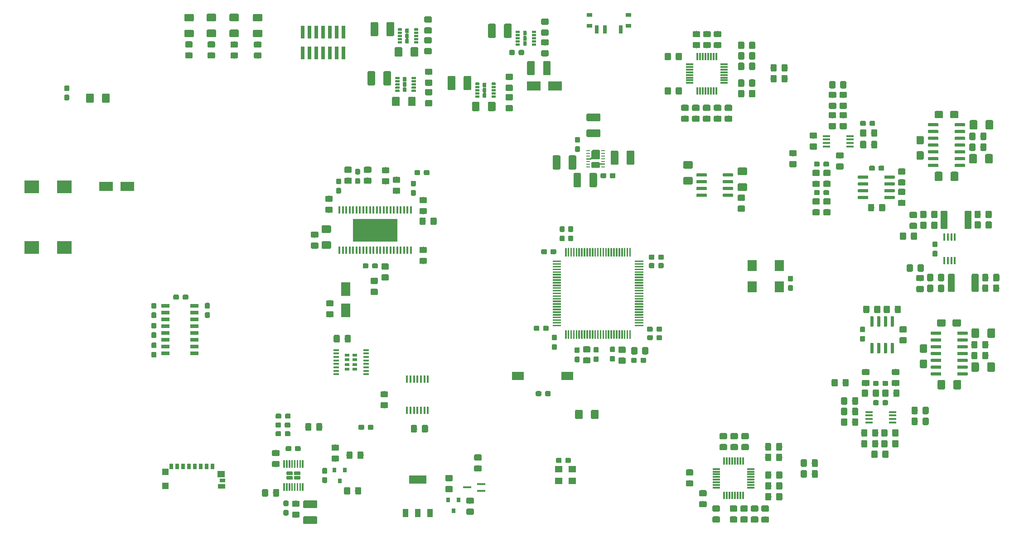
<source format=gbr>
G04 #@! TF.GenerationSoftware,KiCad,Pcbnew,(5.1.2)-1*
G04 #@! TF.CreationDate,2020-05-07T10:56:56-05:00*
G04 #@! TF.ProjectId,EMI_sensor_control_Rev2.0,454d495f-7365-46e7-936f-725f636f6e74,rev?*
G04 #@! TF.SameCoordinates,Original*
G04 #@! TF.FileFunction,Paste,Top*
G04 #@! TF.FilePolarity,Positive*
%FSLAX46Y46*%
G04 Gerber Fmt 4.6, Leading zero omitted, Abs format (unit mm)*
G04 Created by KiCad (PCBNEW (5.1.2)-1) date 2020-05-07 10:56:56*
%MOMM*%
%LPD*%
G04 APERTURE LIST*
%ADD10C,0.100000*%
%ADD11C,0.300000*%
%ADD12C,1.150000*%
%ADD13R,8.260000X4.310000*%
%ADD14R,0.400000X1.450000*%
%ADD15C,1.425000*%
%ADD16C,0.950000*%
%ADD17C,1.350000*%
%ADD18C,1.300000*%
%ADD19R,1.800000X2.500000*%
%ADD20R,2.500000X1.700000*%
%ADD21R,2.800000X2.400000*%
%ADD22R,0.740000X2.400000*%
%ADD23R,0.700000X1.000000*%
%ADD24R,1.150000X1.200000*%
%ADD25R,1.450000X1.200000*%
%ADD26R,1.000000X0.700000*%
%ADD27R,1.400000X0.900000*%
%ADD28R,0.800000X0.900000*%
%ADD29R,1.500000X0.450000*%
%ADD30R,0.700000X1.500000*%
%ADD31R,1.000000X0.800000*%
%ADD32R,2.180000X1.600000*%
%ADD33R,0.450000X1.450000*%
%ADD34R,1.000000X1.500000*%
%ADD35R,3.280000X1.500000*%
%ADD36C,0.450000*%
%ADD37C,0.650000*%
%ADD38C,0.600000*%
%ADD39R,0.700000X0.250000*%
%ADD40C,1.070000*%
%ADD41C,1.280000*%
%ADD42R,1.450000X0.300000*%
%ADD43R,0.300000X1.450000*%
%ADD44R,1.450000X0.450000*%
%ADD45R,1.800000X2.000000*%
%ADD46R,1.525000X0.650000*%
%ADD47C,0.690000*%
%ADD48R,0.882000X0.537000*%
%ADD49R,1.050000X0.450000*%
%ADD50R,1.400000X1.200000*%
G04 APERTURE END LIST*
D10*
G36*
X150800351Y-111840861D02*
G01*
X150807632Y-111841941D01*
X150814771Y-111843729D01*
X150821701Y-111846209D01*
X150828355Y-111849356D01*
X150834668Y-111853140D01*
X150840579Y-111857524D01*
X150846033Y-111862467D01*
X150850976Y-111867921D01*
X150855360Y-111873832D01*
X150859144Y-111880145D01*
X150862291Y-111886799D01*
X150864771Y-111893729D01*
X150866559Y-111900868D01*
X150867639Y-111908149D01*
X150868000Y-111915500D01*
X150868000Y-113365500D01*
X150867639Y-113372851D01*
X150866559Y-113380132D01*
X150864771Y-113387271D01*
X150862291Y-113394201D01*
X150859144Y-113400855D01*
X150855360Y-113407168D01*
X150850976Y-113413079D01*
X150846033Y-113418533D01*
X150840579Y-113423476D01*
X150834668Y-113427860D01*
X150828355Y-113431644D01*
X150821701Y-113434791D01*
X150814771Y-113437271D01*
X150807632Y-113439059D01*
X150800351Y-113440139D01*
X150793000Y-113440500D01*
X150643000Y-113440500D01*
X150635649Y-113440139D01*
X150628368Y-113439059D01*
X150621229Y-113437271D01*
X150614299Y-113434791D01*
X150607645Y-113431644D01*
X150601332Y-113427860D01*
X150595421Y-113423476D01*
X150589967Y-113418533D01*
X150585024Y-113413079D01*
X150580640Y-113407168D01*
X150576856Y-113400855D01*
X150573709Y-113394201D01*
X150571229Y-113387271D01*
X150569441Y-113380132D01*
X150568361Y-113372851D01*
X150568000Y-113365500D01*
X150568000Y-111915500D01*
X150568361Y-111908149D01*
X150569441Y-111900868D01*
X150571229Y-111893729D01*
X150573709Y-111886799D01*
X150576856Y-111880145D01*
X150580640Y-111873832D01*
X150585024Y-111867921D01*
X150589967Y-111862467D01*
X150595421Y-111857524D01*
X150601332Y-111853140D01*
X150607645Y-111849356D01*
X150614299Y-111846209D01*
X150621229Y-111843729D01*
X150628368Y-111841941D01*
X150635649Y-111840861D01*
X150643000Y-111840500D01*
X150793000Y-111840500D01*
X150800351Y-111840861D01*
X150800351Y-111840861D01*
G37*
D11*
X150718000Y-112640500D03*
D10*
G36*
X151300351Y-111840861D02*
G01*
X151307632Y-111841941D01*
X151314771Y-111843729D01*
X151321701Y-111846209D01*
X151328355Y-111849356D01*
X151334668Y-111853140D01*
X151340579Y-111857524D01*
X151346033Y-111862467D01*
X151350976Y-111867921D01*
X151355360Y-111873832D01*
X151359144Y-111880145D01*
X151362291Y-111886799D01*
X151364771Y-111893729D01*
X151366559Y-111900868D01*
X151367639Y-111908149D01*
X151368000Y-111915500D01*
X151368000Y-113365500D01*
X151367639Y-113372851D01*
X151366559Y-113380132D01*
X151364771Y-113387271D01*
X151362291Y-113394201D01*
X151359144Y-113400855D01*
X151355360Y-113407168D01*
X151350976Y-113413079D01*
X151346033Y-113418533D01*
X151340579Y-113423476D01*
X151334668Y-113427860D01*
X151328355Y-113431644D01*
X151321701Y-113434791D01*
X151314771Y-113437271D01*
X151307632Y-113439059D01*
X151300351Y-113440139D01*
X151293000Y-113440500D01*
X151143000Y-113440500D01*
X151135649Y-113440139D01*
X151128368Y-113439059D01*
X151121229Y-113437271D01*
X151114299Y-113434791D01*
X151107645Y-113431644D01*
X151101332Y-113427860D01*
X151095421Y-113423476D01*
X151089967Y-113418533D01*
X151085024Y-113413079D01*
X151080640Y-113407168D01*
X151076856Y-113400855D01*
X151073709Y-113394201D01*
X151071229Y-113387271D01*
X151069441Y-113380132D01*
X151068361Y-113372851D01*
X151068000Y-113365500D01*
X151068000Y-111915500D01*
X151068361Y-111908149D01*
X151069441Y-111900868D01*
X151071229Y-111893729D01*
X151073709Y-111886799D01*
X151076856Y-111880145D01*
X151080640Y-111873832D01*
X151085024Y-111867921D01*
X151089967Y-111862467D01*
X151095421Y-111857524D01*
X151101332Y-111853140D01*
X151107645Y-111849356D01*
X151114299Y-111846209D01*
X151121229Y-111843729D01*
X151128368Y-111841941D01*
X151135649Y-111840861D01*
X151143000Y-111840500D01*
X151293000Y-111840500D01*
X151300351Y-111840861D01*
X151300351Y-111840861D01*
G37*
D11*
X151218000Y-112640500D03*
D10*
G36*
X151800351Y-111840861D02*
G01*
X151807632Y-111841941D01*
X151814771Y-111843729D01*
X151821701Y-111846209D01*
X151828355Y-111849356D01*
X151834668Y-111853140D01*
X151840579Y-111857524D01*
X151846033Y-111862467D01*
X151850976Y-111867921D01*
X151855360Y-111873832D01*
X151859144Y-111880145D01*
X151862291Y-111886799D01*
X151864771Y-111893729D01*
X151866559Y-111900868D01*
X151867639Y-111908149D01*
X151868000Y-111915500D01*
X151868000Y-113365500D01*
X151867639Y-113372851D01*
X151866559Y-113380132D01*
X151864771Y-113387271D01*
X151862291Y-113394201D01*
X151859144Y-113400855D01*
X151855360Y-113407168D01*
X151850976Y-113413079D01*
X151846033Y-113418533D01*
X151840579Y-113423476D01*
X151834668Y-113427860D01*
X151828355Y-113431644D01*
X151821701Y-113434791D01*
X151814771Y-113437271D01*
X151807632Y-113439059D01*
X151800351Y-113440139D01*
X151793000Y-113440500D01*
X151643000Y-113440500D01*
X151635649Y-113440139D01*
X151628368Y-113439059D01*
X151621229Y-113437271D01*
X151614299Y-113434791D01*
X151607645Y-113431644D01*
X151601332Y-113427860D01*
X151595421Y-113423476D01*
X151589967Y-113418533D01*
X151585024Y-113413079D01*
X151580640Y-113407168D01*
X151576856Y-113400855D01*
X151573709Y-113394201D01*
X151571229Y-113387271D01*
X151569441Y-113380132D01*
X151568361Y-113372851D01*
X151568000Y-113365500D01*
X151568000Y-111915500D01*
X151568361Y-111908149D01*
X151569441Y-111900868D01*
X151571229Y-111893729D01*
X151573709Y-111886799D01*
X151576856Y-111880145D01*
X151580640Y-111873832D01*
X151585024Y-111867921D01*
X151589967Y-111862467D01*
X151595421Y-111857524D01*
X151601332Y-111853140D01*
X151607645Y-111849356D01*
X151614299Y-111846209D01*
X151621229Y-111843729D01*
X151628368Y-111841941D01*
X151635649Y-111840861D01*
X151643000Y-111840500D01*
X151793000Y-111840500D01*
X151800351Y-111840861D01*
X151800351Y-111840861D01*
G37*
D11*
X151718000Y-112640500D03*
D10*
G36*
X152300351Y-111840861D02*
G01*
X152307632Y-111841941D01*
X152314771Y-111843729D01*
X152321701Y-111846209D01*
X152328355Y-111849356D01*
X152334668Y-111853140D01*
X152340579Y-111857524D01*
X152346033Y-111862467D01*
X152350976Y-111867921D01*
X152355360Y-111873832D01*
X152359144Y-111880145D01*
X152362291Y-111886799D01*
X152364771Y-111893729D01*
X152366559Y-111900868D01*
X152367639Y-111908149D01*
X152368000Y-111915500D01*
X152368000Y-113365500D01*
X152367639Y-113372851D01*
X152366559Y-113380132D01*
X152364771Y-113387271D01*
X152362291Y-113394201D01*
X152359144Y-113400855D01*
X152355360Y-113407168D01*
X152350976Y-113413079D01*
X152346033Y-113418533D01*
X152340579Y-113423476D01*
X152334668Y-113427860D01*
X152328355Y-113431644D01*
X152321701Y-113434791D01*
X152314771Y-113437271D01*
X152307632Y-113439059D01*
X152300351Y-113440139D01*
X152293000Y-113440500D01*
X152143000Y-113440500D01*
X152135649Y-113440139D01*
X152128368Y-113439059D01*
X152121229Y-113437271D01*
X152114299Y-113434791D01*
X152107645Y-113431644D01*
X152101332Y-113427860D01*
X152095421Y-113423476D01*
X152089967Y-113418533D01*
X152085024Y-113413079D01*
X152080640Y-113407168D01*
X152076856Y-113400855D01*
X152073709Y-113394201D01*
X152071229Y-113387271D01*
X152069441Y-113380132D01*
X152068361Y-113372851D01*
X152068000Y-113365500D01*
X152068000Y-111915500D01*
X152068361Y-111908149D01*
X152069441Y-111900868D01*
X152071229Y-111893729D01*
X152073709Y-111886799D01*
X152076856Y-111880145D01*
X152080640Y-111873832D01*
X152085024Y-111867921D01*
X152089967Y-111862467D01*
X152095421Y-111857524D01*
X152101332Y-111853140D01*
X152107645Y-111849356D01*
X152114299Y-111846209D01*
X152121229Y-111843729D01*
X152128368Y-111841941D01*
X152135649Y-111840861D01*
X152143000Y-111840500D01*
X152293000Y-111840500D01*
X152300351Y-111840861D01*
X152300351Y-111840861D01*
G37*
D11*
X152218000Y-112640500D03*
D10*
G36*
X152800351Y-111840861D02*
G01*
X152807632Y-111841941D01*
X152814771Y-111843729D01*
X152821701Y-111846209D01*
X152828355Y-111849356D01*
X152834668Y-111853140D01*
X152840579Y-111857524D01*
X152846033Y-111862467D01*
X152850976Y-111867921D01*
X152855360Y-111873832D01*
X152859144Y-111880145D01*
X152862291Y-111886799D01*
X152864771Y-111893729D01*
X152866559Y-111900868D01*
X152867639Y-111908149D01*
X152868000Y-111915500D01*
X152868000Y-113365500D01*
X152867639Y-113372851D01*
X152866559Y-113380132D01*
X152864771Y-113387271D01*
X152862291Y-113394201D01*
X152859144Y-113400855D01*
X152855360Y-113407168D01*
X152850976Y-113413079D01*
X152846033Y-113418533D01*
X152840579Y-113423476D01*
X152834668Y-113427860D01*
X152828355Y-113431644D01*
X152821701Y-113434791D01*
X152814771Y-113437271D01*
X152807632Y-113439059D01*
X152800351Y-113440139D01*
X152793000Y-113440500D01*
X152643000Y-113440500D01*
X152635649Y-113440139D01*
X152628368Y-113439059D01*
X152621229Y-113437271D01*
X152614299Y-113434791D01*
X152607645Y-113431644D01*
X152601332Y-113427860D01*
X152595421Y-113423476D01*
X152589967Y-113418533D01*
X152585024Y-113413079D01*
X152580640Y-113407168D01*
X152576856Y-113400855D01*
X152573709Y-113394201D01*
X152571229Y-113387271D01*
X152569441Y-113380132D01*
X152568361Y-113372851D01*
X152568000Y-113365500D01*
X152568000Y-111915500D01*
X152568361Y-111908149D01*
X152569441Y-111900868D01*
X152571229Y-111893729D01*
X152573709Y-111886799D01*
X152576856Y-111880145D01*
X152580640Y-111873832D01*
X152585024Y-111867921D01*
X152589967Y-111862467D01*
X152595421Y-111857524D01*
X152601332Y-111853140D01*
X152607645Y-111849356D01*
X152614299Y-111846209D01*
X152621229Y-111843729D01*
X152628368Y-111841941D01*
X152635649Y-111840861D01*
X152643000Y-111840500D01*
X152793000Y-111840500D01*
X152800351Y-111840861D01*
X152800351Y-111840861D01*
G37*
D11*
X152718000Y-112640500D03*
D10*
G36*
X153300351Y-111840861D02*
G01*
X153307632Y-111841941D01*
X153314771Y-111843729D01*
X153321701Y-111846209D01*
X153328355Y-111849356D01*
X153334668Y-111853140D01*
X153340579Y-111857524D01*
X153346033Y-111862467D01*
X153350976Y-111867921D01*
X153355360Y-111873832D01*
X153359144Y-111880145D01*
X153362291Y-111886799D01*
X153364771Y-111893729D01*
X153366559Y-111900868D01*
X153367639Y-111908149D01*
X153368000Y-111915500D01*
X153368000Y-113365500D01*
X153367639Y-113372851D01*
X153366559Y-113380132D01*
X153364771Y-113387271D01*
X153362291Y-113394201D01*
X153359144Y-113400855D01*
X153355360Y-113407168D01*
X153350976Y-113413079D01*
X153346033Y-113418533D01*
X153340579Y-113423476D01*
X153334668Y-113427860D01*
X153328355Y-113431644D01*
X153321701Y-113434791D01*
X153314771Y-113437271D01*
X153307632Y-113439059D01*
X153300351Y-113440139D01*
X153293000Y-113440500D01*
X153143000Y-113440500D01*
X153135649Y-113440139D01*
X153128368Y-113439059D01*
X153121229Y-113437271D01*
X153114299Y-113434791D01*
X153107645Y-113431644D01*
X153101332Y-113427860D01*
X153095421Y-113423476D01*
X153089967Y-113418533D01*
X153085024Y-113413079D01*
X153080640Y-113407168D01*
X153076856Y-113400855D01*
X153073709Y-113394201D01*
X153071229Y-113387271D01*
X153069441Y-113380132D01*
X153068361Y-113372851D01*
X153068000Y-113365500D01*
X153068000Y-111915500D01*
X153068361Y-111908149D01*
X153069441Y-111900868D01*
X153071229Y-111893729D01*
X153073709Y-111886799D01*
X153076856Y-111880145D01*
X153080640Y-111873832D01*
X153085024Y-111867921D01*
X153089967Y-111862467D01*
X153095421Y-111857524D01*
X153101332Y-111853140D01*
X153107645Y-111849356D01*
X153114299Y-111846209D01*
X153121229Y-111843729D01*
X153128368Y-111841941D01*
X153135649Y-111840861D01*
X153143000Y-111840500D01*
X153293000Y-111840500D01*
X153300351Y-111840861D01*
X153300351Y-111840861D01*
G37*
D11*
X153218000Y-112640500D03*
D10*
G36*
X153800351Y-111840861D02*
G01*
X153807632Y-111841941D01*
X153814771Y-111843729D01*
X153821701Y-111846209D01*
X153828355Y-111849356D01*
X153834668Y-111853140D01*
X153840579Y-111857524D01*
X153846033Y-111862467D01*
X153850976Y-111867921D01*
X153855360Y-111873832D01*
X153859144Y-111880145D01*
X153862291Y-111886799D01*
X153864771Y-111893729D01*
X153866559Y-111900868D01*
X153867639Y-111908149D01*
X153868000Y-111915500D01*
X153868000Y-113365500D01*
X153867639Y-113372851D01*
X153866559Y-113380132D01*
X153864771Y-113387271D01*
X153862291Y-113394201D01*
X153859144Y-113400855D01*
X153855360Y-113407168D01*
X153850976Y-113413079D01*
X153846033Y-113418533D01*
X153840579Y-113423476D01*
X153834668Y-113427860D01*
X153828355Y-113431644D01*
X153821701Y-113434791D01*
X153814771Y-113437271D01*
X153807632Y-113439059D01*
X153800351Y-113440139D01*
X153793000Y-113440500D01*
X153643000Y-113440500D01*
X153635649Y-113440139D01*
X153628368Y-113439059D01*
X153621229Y-113437271D01*
X153614299Y-113434791D01*
X153607645Y-113431644D01*
X153601332Y-113427860D01*
X153595421Y-113423476D01*
X153589967Y-113418533D01*
X153585024Y-113413079D01*
X153580640Y-113407168D01*
X153576856Y-113400855D01*
X153573709Y-113394201D01*
X153571229Y-113387271D01*
X153569441Y-113380132D01*
X153568361Y-113372851D01*
X153568000Y-113365500D01*
X153568000Y-111915500D01*
X153568361Y-111908149D01*
X153569441Y-111900868D01*
X153571229Y-111893729D01*
X153573709Y-111886799D01*
X153576856Y-111880145D01*
X153580640Y-111873832D01*
X153585024Y-111867921D01*
X153589967Y-111862467D01*
X153595421Y-111857524D01*
X153601332Y-111853140D01*
X153607645Y-111849356D01*
X153614299Y-111846209D01*
X153621229Y-111843729D01*
X153628368Y-111841941D01*
X153635649Y-111840861D01*
X153643000Y-111840500D01*
X153793000Y-111840500D01*
X153800351Y-111840861D01*
X153800351Y-111840861D01*
G37*
D11*
X153718000Y-112640500D03*
D10*
G36*
X154300351Y-111840861D02*
G01*
X154307632Y-111841941D01*
X154314771Y-111843729D01*
X154321701Y-111846209D01*
X154328355Y-111849356D01*
X154334668Y-111853140D01*
X154340579Y-111857524D01*
X154346033Y-111862467D01*
X154350976Y-111867921D01*
X154355360Y-111873832D01*
X154359144Y-111880145D01*
X154362291Y-111886799D01*
X154364771Y-111893729D01*
X154366559Y-111900868D01*
X154367639Y-111908149D01*
X154368000Y-111915500D01*
X154368000Y-113365500D01*
X154367639Y-113372851D01*
X154366559Y-113380132D01*
X154364771Y-113387271D01*
X154362291Y-113394201D01*
X154359144Y-113400855D01*
X154355360Y-113407168D01*
X154350976Y-113413079D01*
X154346033Y-113418533D01*
X154340579Y-113423476D01*
X154334668Y-113427860D01*
X154328355Y-113431644D01*
X154321701Y-113434791D01*
X154314771Y-113437271D01*
X154307632Y-113439059D01*
X154300351Y-113440139D01*
X154293000Y-113440500D01*
X154143000Y-113440500D01*
X154135649Y-113440139D01*
X154128368Y-113439059D01*
X154121229Y-113437271D01*
X154114299Y-113434791D01*
X154107645Y-113431644D01*
X154101332Y-113427860D01*
X154095421Y-113423476D01*
X154089967Y-113418533D01*
X154085024Y-113413079D01*
X154080640Y-113407168D01*
X154076856Y-113400855D01*
X154073709Y-113394201D01*
X154071229Y-113387271D01*
X154069441Y-113380132D01*
X154068361Y-113372851D01*
X154068000Y-113365500D01*
X154068000Y-111915500D01*
X154068361Y-111908149D01*
X154069441Y-111900868D01*
X154071229Y-111893729D01*
X154073709Y-111886799D01*
X154076856Y-111880145D01*
X154080640Y-111873832D01*
X154085024Y-111867921D01*
X154089967Y-111862467D01*
X154095421Y-111857524D01*
X154101332Y-111853140D01*
X154107645Y-111849356D01*
X154114299Y-111846209D01*
X154121229Y-111843729D01*
X154128368Y-111841941D01*
X154135649Y-111840861D01*
X154143000Y-111840500D01*
X154293000Y-111840500D01*
X154300351Y-111840861D01*
X154300351Y-111840861D01*
G37*
D11*
X154218000Y-112640500D03*
D10*
G36*
X154800351Y-111840861D02*
G01*
X154807632Y-111841941D01*
X154814771Y-111843729D01*
X154821701Y-111846209D01*
X154828355Y-111849356D01*
X154834668Y-111853140D01*
X154840579Y-111857524D01*
X154846033Y-111862467D01*
X154850976Y-111867921D01*
X154855360Y-111873832D01*
X154859144Y-111880145D01*
X154862291Y-111886799D01*
X154864771Y-111893729D01*
X154866559Y-111900868D01*
X154867639Y-111908149D01*
X154868000Y-111915500D01*
X154868000Y-113365500D01*
X154867639Y-113372851D01*
X154866559Y-113380132D01*
X154864771Y-113387271D01*
X154862291Y-113394201D01*
X154859144Y-113400855D01*
X154855360Y-113407168D01*
X154850976Y-113413079D01*
X154846033Y-113418533D01*
X154840579Y-113423476D01*
X154834668Y-113427860D01*
X154828355Y-113431644D01*
X154821701Y-113434791D01*
X154814771Y-113437271D01*
X154807632Y-113439059D01*
X154800351Y-113440139D01*
X154793000Y-113440500D01*
X154643000Y-113440500D01*
X154635649Y-113440139D01*
X154628368Y-113439059D01*
X154621229Y-113437271D01*
X154614299Y-113434791D01*
X154607645Y-113431644D01*
X154601332Y-113427860D01*
X154595421Y-113423476D01*
X154589967Y-113418533D01*
X154585024Y-113413079D01*
X154580640Y-113407168D01*
X154576856Y-113400855D01*
X154573709Y-113394201D01*
X154571229Y-113387271D01*
X154569441Y-113380132D01*
X154568361Y-113372851D01*
X154568000Y-113365500D01*
X154568000Y-111915500D01*
X154568361Y-111908149D01*
X154569441Y-111900868D01*
X154571229Y-111893729D01*
X154573709Y-111886799D01*
X154576856Y-111880145D01*
X154580640Y-111873832D01*
X154585024Y-111867921D01*
X154589967Y-111862467D01*
X154595421Y-111857524D01*
X154601332Y-111853140D01*
X154607645Y-111849356D01*
X154614299Y-111846209D01*
X154621229Y-111843729D01*
X154628368Y-111841941D01*
X154635649Y-111840861D01*
X154643000Y-111840500D01*
X154793000Y-111840500D01*
X154800351Y-111840861D01*
X154800351Y-111840861D01*
G37*
D11*
X154718000Y-112640500D03*
D10*
G36*
X155300351Y-111840861D02*
G01*
X155307632Y-111841941D01*
X155314771Y-111843729D01*
X155321701Y-111846209D01*
X155328355Y-111849356D01*
X155334668Y-111853140D01*
X155340579Y-111857524D01*
X155346033Y-111862467D01*
X155350976Y-111867921D01*
X155355360Y-111873832D01*
X155359144Y-111880145D01*
X155362291Y-111886799D01*
X155364771Y-111893729D01*
X155366559Y-111900868D01*
X155367639Y-111908149D01*
X155368000Y-111915500D01*
X155368000Y-113365500D01*
X155367639Y-113372851D01*
X155366559Y-113380132D01*
X155364771Y-113387271D01*
X155362291Y-113394201D01*
X155359144Y-113400855D01*
X155355360Y-113407168D01*
X155350976Y-113413079D01*
X155346033Y-113418533D01*
X155340579Y-113423476D01*
X155334668Y-113427860D01*
X155328355Y-113431644D01*
X155321701Y-113434791D01*
X155314771Y-113437271D01*
X155307632Y-113439059D01*
X155300351Y-113440139D01*
X155293000Y-113440500D01*
X155143000Y-113440500D01*
X155135649Y-113440139D01*
X155128368Y-113439059D01*
X155121229Y-113437271D01*
X155114299Y-113434791D01*
X155107645Y-113431644D01*
X155101332Y-113427860D01*
X155095421Y-113423476D01*
X155089967Y-113418533D01*
X155085024Y-113413079D01*
X155080640Y-113407168D01*
X155076856Y-113400855D01*
X155073709Y-113394201D01*
X155071229Y-113387271D01*
X155069441Y-113380132D01*
X155068361Y-113372851D01*
X155068000Y-113365500D01*
X155068000Y-111915500D01*
X155068361Y-111908149D01*
X155069441Y-111900868D01*
X155071229Y-111893729D01*
X155073709Y-111886799D01*
X155076856Y-111880145D01*
X155080640Y-111873832D01*
X155085024Y-111867921D01*
X155089967Y-111862467D01*
X155095421Y-111857524D01*
X155101332Y-111853140D01*
X155107645Y-111849356D01*
X155114299Y-111846209D01*
X155121229Y-111843729D01*
X155128368Y-111841941D01*
X155135649Y-111840861D01*
X155143000Y-111840500D01*
X155293000Y-111840500D01*
X155300351Y-111840861D01*
X155300351Y-111840861D01*
G37*
D11*
X155218000Y-112640500D03*
D10*
G36*
X155800351Y-111840861D02*
G01*
X155807632Y-111841941D01*
X155814771Y-111843729D01*
X155821701Y-111846209D01*
X155828355Y-111849356D01*
X155834668Y-111853140D01*
X155840579Y-111857524D01*
X155846033Y-111862467D01*
X155850976Y-111867921D01*
X155855360Y-111873832D01*
X155859144Y-111880145D01*
X155862291Y-111886799D01*
X155864771Y-111893729D01*
X155866559Y-111900868D01*
X155867639Y-111908149D01*
X155868000Y-111915500D01*
X155868000Y-113365500D01*
X155867639Y-113372851D01*
X155866559Y-113380132D01*
X155864771Y-113387271D01*
X155862291Y-113394201D01*
X155859144Y-113400855D01*
X155855360Y-113407168D01*
X155850976Y-113413079D01*
X155846033Y-113418533D01*
X155840579Y-113423476D01*
X155834668Y-113427860D01*
X155828355Y-113431644D01*
X155821701Y-113434791D01*
X155814771Y-113437271D01*
X155807632Y-113439059D01*
X155800351Y-113440139D01*
X155793000Y-113440500D01*
X155643000Y-113440500D01*
X155635649Y-113440139D01*
X155628368Y-113439059D01*
X155621229Y-113437271D01*
X155614299Y-113434791D01*
X155607645Y-113431644D01*
X155601332Y-113427860D01*
X155595421Y-113423476D01*
X155589967Y-113418533D01*
X155585024Y-113413079D01*
X155580640Y-113407168D01*
X155576856Y-113400855D01*
X155573709Y-113394201D01*
X155571229Y-113387271D01*
X155569441Y-113380132D01*
X155568361Y-113372851D01*
X155568000Y-113365500D01*
X155568000Y-111915500D01*
X155568361Y-111908149D01*
X155569441Y-111900868D01*
X155571229Y-111893729D01*
X155573709Y-111886799D01*
X155576856Y-111880145D01*
X155580640Y-111873832D01*
X155585024Y-111867921D01*
X155589967Y-111862467D01*
X155595421Y-111857524D01*
X155601332Y-111853140D01*
X155607645Y-111849356D01*
X155614299Y-111846209D01*
X155621229Y-111843729D01*
X155628368Y-111841941D01*
X155635649Y-111840861D01*
X155643000Y-111840500D01*
X155793000Y-111840500D01*
X155800351Y-111840861D01*
X155800351Y-111840861D01*
G37*
D11*
X155718000Y-112640500D03*
D10*
G36*
X156300351Y-111840861D02*
G01*
X156307632Y-111841941D01*
X156314771Y-111843729D01*
X156321701Y-111846209D01*
X156328355Y-111849356D01*
X156334668Y-111853140D01*
X156340579Y-111857524D01*
X156346033Y-111862467D01*
X156350976Y-111867921D01*
X156355360Y-111873832D01*
X156359144Y-111880145D01*
X156362291Y-111886799D01*
X156364771Y-111893729D01*
X156366559Y-111900868D01*
X156367639Y-111908149D01*
X156368000Y-111915500D01*
X156368000Y-113365500D01*
X156367639Y-113372851D01*
X156366559Y-113380132D01*
X156364771Y-113387271D01*
X156362291Y-113394201D01*
X156359144Y-113400855D01*
X156355360Y-113407168D01*
X156350976Y-113413079D01*
X156346033Y-113418533D01*
X156340579Y-113423476D01*
X156334668Y-113427860D01*
X156328355Y-113431644D01*
X156321701Y-113434791D01*
X156314771Y-113437271D01*
X156307632Y-113439059D01*
X156300351Y-113440139D01*
X156293000Y-113440500D01*
X156143000Y-113440500D01*
X156135649Y-113440139D01*
X156128368Y-113439059D01*
X156121229Y-113437271D01*
X156114299Y-113434791D01*
X156107645Y-113431644D01*
X156101332Y-113427860D01*
X156095421Y-113423476D01*
X156089967Y-113418533D01*
X156085024Y-113413079D01*
X156080640Y-113407168D01*
X156076856Y-113400855D01*
X156073709Y-113394201D01*
X156071229Y-113387271D01*
X156069441Y-113380132D01*
X156068361Y-113372851D01*
X156068000Y-113365500D01*
X156068000Y-111915500D01*
X156068361Y-111908149D01*
X156069441Y-111900868D01*
X156071229Y-111893729D01*
X156073709Y-111886799D01*
X156076856Y-111880145D01*
X156080640Y-111873832D01*
X156085024Y-111867921D01*
X156089967Y-111862467D01*
X156095421Y-111857524D01*
X156101332Y-111853140D01*
X156107645Y-111849356D01*
X156114299Y-111846209D01*
X156121229Y-111843729D01*
X156128368Y-111841941D01*
X156135649Y-111840861D01*
X156143000Y-111840500D01*
X156293000Y-111840500D01*
X156300351Y-111840861D01*
X156300351Y-111840861D01*
G37*
D11*
X156218000Y-112640500D03*
D10*
G36*
X156800351Y-111840861D02*
G01*
X156807632Y-111841941D01*
X156814771Y-111843729D01*
X156821701Y-111846209D01*
X156828355Y-111849356D01*
X156834668Y-111853140D01*
X156840579Y-111857524D01*
X156846033Y-111862467D01*
X156850976Y-111867921D01*
X156855360Y-111873832D01*
X156859144Y-111880145D01*
X156862291Y-111886799D01*
X156864771Y-111893729D01*
X156866559Y-111900868D01*
X156867639Y-111908149D01*
X156868000Y-111915500D01*
X156868000Y-113365500D01*
X156867639Y-113372851D01*
X156866559Y-113380132D01*
X156864771Y-113387271D01*
X156862291Y-113394201D01*
X156859144Y-113400855D01*
X156855360Y-113407168D01*
X156850976Y-113413079D01*
X156846033Y-113418533D01*
X156840579Y-113423476D01*
X156834668Y-113427860D01*
X156828355Y-113431644D01*
X156821701Y-113434791D01*
X156814771Y-113437271D01*
X156807632Y-113439059D01*
X156800351Y-113440139D01*
X156793000Y-113440500D01*
X156643000Y-113440500D01*
X156635649Y-113440139D01*
X156628368Y-113439059D01*
X156621229Y-113437271D01*
X156614299Y-113434791D01*
X156607645Y-113431644D01*
X156601332Y-113427860D01*
X156595421Y-113423476D01*
X156589967Y-113418533D01*
X156585024Y-113413079D01*
X156580640Y-113407168D01*
X156576856Y-113400855D01*
X156573709Y-113394201D01*
X156571229Y-113387271D01*
X156569441Y-113380132D01*
X156568361Y-113372851D01*
X156568000Y-113365500D01*
X156568000Y-111915500D01*
X156568361Y-111908149D01*
X156569441Y-111900868D01*
X156571229Y-111893729D01*
X156573709Y-111886799D01*
X156576856Y-111880145D01*
X156580640Y-111873832D01*
X156585024Y-111867921D01*
X156589967Y-111862467D01*
X156595421Y-111857524D01*
X156601332Y-111853140D01*
X156607645Y-111849356D01*
X156614299Y-111846209D01*
X156621229Y-111843729D01*
X156628368Y-111841941D01*
X156635649Y-111840861D01*
X156643000Y-111840500D01*
X156793000Y-111840500D01*
X156800351Y-111840861D01*
X156800351Y-111840861D01*
G37*
D11*
X156718000Y-112640500D03*
D10*
G36*
X157300351Y-111840861D02*
G01*
X157307632Y-111841941D01*
X157314771Y-111843729D01*
X157321701Y-111846209D01*
X157328355Y-111849356D01*
X157334668Y-111853140D01*
X157340579Y-111857524D01*
X157346033Y-111862467D01*
X157350976Y-111867921D01*
X157355360Y-111873832D01*
X157359144Y-111880145D01*
X157362291Y-111886799D01*
X157364771Y-111893729D01*
X157366559Y-111900868D01*
X157367639Y-111908149D01*
X157368000Y-111915500D01*
X157368000Y-113365500D01*
X157367639Y-113372851D01*
X157366559Y-113380132D01*
X157364771Y-113387271D01*
X157362291Y-113394201D01*
X157359144Y-113400855D01*
X157355360Y-113407168D01*
X157350976Y-113413079D01*
X157346033Y-113418533D01*
X157340579Y-113423476D01*
X157334668Y-113427860D01*
X157328355Y-113431644D01*
X157321701Y-113434791D01*
X157314771Y-113437271D01*
X157307632Y-113439059D01*
X157300351Y-113440139D01*
X157293000Y-113440500D01*
X157143000Y-113440500D01*
X157135649Y-113440139D01*
X157128368Y-113439059D01*
X157121229Y-113437271D01*
X157114299Y-113434791D01*
X157107645Y-113431644D01*
X157101332Y-113427860D01*
X157095421Y-113423476D01*
X157089967Y-113418533D01*
X157085024Y-113413079D01*
X157080640Y-113407168D01*
X157076856Y-113400855D01*
X157073709Y-113394201D01*
X157071229Y-113387271D01*
X157069441Y-113380132D01*
X157068361Y-113372851D01*
X157068000Y-113365500D01*
X157068000Y-111915500D01*
X157068361Y-111908149D01*
X157069441Y-111900868D01*
X157071229Y-111893729D01*
X157073709Y-111886799D01*
X157076856Y-111880145D01*
X157080640Y-111873832D01*
X157085024Y-111867921D01*
X157089967Y-111862467D01*
X157095421Y-111857524D01*
X157101332Y-111853140D01*
X157107645Y-111849356D01*
X157114299Y-111846209D01*
X157121229Y-111843729D01*
X157128368Y-111841941D01*
X157135649Y-111840861D01*
X157143000Y-111840500D01*
X157293000Y-111840500D01*
X157300351Y-111840861D01*
X157300351Y-111840861D01*
G37*
D11*
X157218000Y-112640500D03*
D10*
G36*
X157800351Y-111840861D02*
G01*
X157807632Y-111841941D01*
X157814771Y-111843729D01*
X157821701Y-111846209D01*
X157828355Y-111849356D01*
X157834668Y-111853140D01*
X157840579Y-111857524D01*
X157846033Y-111862467D01*
X157850976Y-111867921D01*
X157855360Y-111873832D01*
X157859144Y-111880145D01*
X157862291Y-111886799D01*
X157864771Y-111893729D01*
X157866559Y-111900868D01*
X157867639Y-111908149D01*
X157868000Y-111915500D01*
X157868000Y-113365500D01*
X157867639Y-113372851D01*
X157866559Y-113380132D01*
X157864771Y-113387271D01*
X157862291Y-113394201D01*
X157859144Y-113400855D01*
X157855360Y-113407168D01*
X157850976Y-113413079D01*
X157846033Y-113418533D01*
X157840579Y-113423476D01*
X157834668Y-113427860D01*
X157828355Y-113431644D01*
X157821701Y-113434791D01*
X157814771Y-113437271D01*
X157807632Y-113439059D01*
X157800351Y-113440139D01*
X157793000Y-113440500D01*
X157643000Y-113440500D01*
X157635649Y-113440139D01*
X157628368Y-113439059D01*
X157621229Y-113437271D01*
X157614299Y-113434791D01*
X157607645Y-113431644D01*
X157601332Y-113427860D01*
X157595421Y-113423476D01*
X157589967Y-113418533D01*
X157585024Y-113413079D01*
X157580640Y-113407168D01*
X157576856Y-113400855D01*
X157573709Y-113394201D01*
X157571229Y-113387271D01*
X157569441Y-113380132D01*
X157568361Y-113372851D01*
X157568000Y-113365500D01*
X157568000Y-111915500D01*
X157568361Y-111908149D01*
X157569441Y-111900868D01*
X157571229Y-111893729D01*
X157573709Y-111886799D01*
X157576856Y-111880145D01*
X157580640Y-111873832D01*
X157585024Y-111867921D01*
X157589967Y-111862467D01*
X157595421Y-111857524D01*
X157601332Y-111853140D01*
X157607645Y-111849356D01*
X157614299Y-111846209D01*
X157621229Y-111843729D01*
X157628368Y-111841941D01*
X157635649Y-111840861D01*
X157643000Y-111840500D01*
X157793000Y-111840500D01*
X157800351Y-111840861D01*
X157800351Y-111840861D01*
G37*
D11*
X157718000Y-112640500D03*
D10*
G36*
X158300351Y-111840861D02*
G01*
X158307632Y-111841941D01*
X158314771Y-111843729D01*
X158321701Y-111846209D01*
X158328355Y-111849356D01*
X158334668Y-111853140D01*
X158340579Y-111857524D01*
X158346033Y-111862467D01*
X158350976Y-111867921D01*
X158355360Y-111873832D01*
X158359144Y-111880145D01*
X158362291Y-111886799D01*
X158364771Y-111893729D01*
X158366559Y-111900868D01*
X158367639Y-111908149D01*
X158368000Y-111915500D01*
X158368000Y-113365500D01*
X158367639Y-113372851D01*
X158366559Y-113380132D01*
X158364771Y-113387271D01*
X158362291Y-113394201D01*
X158359144Y-113400855D01*
X158355360Y-113407168D01*
X158350976Y-113413079D01*
X158346033Y-113418533D01*
X158340579Y-113423476D01*
X158334668Y-113427860D01*
X158328355Y-113431644D01*
X158321701Y-113434791D01*
X158314771Y-113437271D01*
X158307632Y-113439059D01*
X158300351Y-113440139D01*
X158293000Y-113440500D01*
X158143000Y-113440500D01*
X158135649Y-113440139D01*
X158128368Y-113439059D01*
X158121229Y-113437271D01*
X158114299Y-113434791D01*
X158107645Y-113431644D01*
X158101332Y-113427860D01*
X158095421Y-113423476D01*
X158089967Y-113418533D01*
X158085024Y-113413079D01*
X158080640Y-113407168D01*
X158076856Y-113400855D01*
X158073709Y-113394201D01*
X158071229Y-113387271D01*
X158069441Y-113380132D01*
X158068361Y-113372851D01*
X158068000Y-113365500D01*
X158068000Y-111915500D01*
X158068361Y-111908149D01*
X158069441Y-111900868D01*
X158071229Y-111893729D01*
X158073709Y-111886799D01*
X158076856Y-111880145D01*
X158080640Y-111873832D01*
X158085024Y-111867921D01*
X158089967Y-111862467D01*
X158095421Y-111857524D01*
X158101332Y-111853140D01*
X158107645Y-111849356D01*
X158114299Y-111846209D01*
X158121229Y-111843729D01*
X158128368Y-111841941D01*
X158135649Y-111840861D01*
X158143000Y-111840500D01*
X158293000Y-111840500D01*
X158300351Y-111840861D01*
X158300351Y-111840861D01*
G37*
D11*
X158218000Y-112640500D03*
D10*
G36*
X158800351Y-111840861D02*
G01*
X158807632Y-111841941D01*
X158814771Y-111843729D01*
X158821701Y-111846209D01*
X158828355Y-111849356D01*
X158834668Y-111853140D01*
X158840579Y-111857524D01*
X158846033Y-111862467D01*
X158850976Y-111867921D01*
X158855360Y-111873832D01*
X158859144Y-111880145D01*
X158862291Y-111886799D01*
X158864771Y-111893729D01*
X158866559Y-111900868D01*
X158867639Y-111908149D01*
X158868000Y-111915500D01*
X158868000Y-113365500D01*
X158867639Y-113372851D01*
X158866559Y-113380132D01*
X158864771Y-113387271D01*
X158862291Y-113394201D01*
X158859144Y-113400855D01*
X158855360Y-113407168D01*
X158850976Y-113413079D01*
X158846033Y-113418533D01*
X158840579Y-113423476D01*
X158834668Y-113427860D01*
X158828355Y-113431644D01*
X158821701Y-113434791D01*
X158814771Y-113437271D01*
X158807632Y-113439059D01*
X158800351Y-113440139D01*
X158793000Y-113440500D01*
X158643000Y-113440500D01*
X158635649Y-113440139D01*
X158628368Y-113439059D01*
X158621229Y-113437271D01*
X158614299Y-113434791D01*
X158607645Y-113431644D01*
X158601332Y-113427860D01*
X158595421Y-113423476D01*
X158589967Y-113418533D01*
X158585024Y-113413079D01*
X158580640Y-113407168D01*
X158576856Y-113400855D01*
X158573709Y-113394201D01*
X158571229Y-113387271D01*
X158569441Y-113380132D01*
X158568361Y-113372851D01*
X158568000Y-113365500D01*
X158568000Y-111915500D01*
X158568361Y-111908149D01*
X158569441Y-111900868D01*
X158571229Y-111893729D01*
X158573709Y-111886799D01*
X158576856Y-111880145D01*
X158580640Y-111873832D01*
X158585024Y-111867921D01*
X158589967Y-111862467D01*
X158595421Y-111857524D01*
X158601332Y-111853140D01*
X158607645Y-111849356D01*
X158614299Y-111846209D01*
X158621229Y-111843729D01*
X158628368Y-111841941D01*
X158635649Y-111840861D01*
X158643000Y-111840500D01*
X158793000Y-111840500D01*
X158800351Y-111840861D01*
X158800351Y-111840861D01*
G37*
D11*
X158718000Y-112640500D03*
D10*
G36*
X159300351Y-111840861D02*
G01*
X159307632Y-111841941D01*
X159314771Y-111843729D01*
X159321701Y-111846209D01*
X159328355Y-111849356D01*
X159334668Y-111853140D01*
X159340579Y-111857524D01*
X159346033Y-111862467D01*
X159350976Y-111867921D01*
X159355360Y-111873832D01*
X159359144Y-111880145D01*
X159362291Y-111886799D01*
X159364771Y-111893729D01*
X159366559Y-111900868D01*
X159367639Y-111908149D01*
X159368000Y-111915500D01*
X159368000Y-113365500D01*
X159367639Y-113372851D01*
X159366559Y-113380132D01*
X159364771Y-113387271D01*
X159362291Y-113394201D01*
X159359144Y-113400855D01*
X159355360Y-113407168D01*
X159350976Y-113413079D01*
X159346033Y-113418533D01*
X159340579Y-113423476D01*
X159334668Y-113427860D01*
X159328355Y-113431644D01*
X159321701Y-113434791D01*
X159314771Y-113437271D01*
X159307632Y-113439059D01*
X159300351Y-113440139D01*
X159293000Y-113440500D01*
X159143000Y-113440500D01*
X159135649Y-113440139D01*
X159128368Y-113439059D01*
X159121229Y-113437271D01*
X159114299Y-113434791D01*
X159107645Y-113431644D01*
X159101332Y-113427860D01*
X159095421Y-113423476D01*
X159089967Y-113418533D01*
X159085024Y-113413079D01*
X159080640Y-113407168D01*
X159076856Y-113400855D01*
X159073709Y-113394201D01*
X159071229Y-113387271D01*
X159069441Y-113380132D01*
X159068361Y-113372851D01*
X159068000Y-113365500D01*
X159068000Y-111915500D01*
X159068361Y-111908149D01*
X159069441Y-111900868D01*
X159071229Y-111893729D01*
X159073709Y-111886799D01*
X159076856Y-111880145D01*
X159080640Y-111873832D01*
X159085024Y-111867921D01*
X159089967Y-111862467D01*
X159095421Y-111857524D01*
X159101332Y-111853140D01*
X159107645Y-111849356D01*
X159114299Y-111846209D01*
X159121229Y-111843729D01*
X159128368Y-111841941D01*
X159135649Y-111840861D01*
X159143000Y-111840500D01*
X159293000Y-111840500D01*
X159300351Y-111840861D01*
X159300351Y-111840861D01*
G37*
D11*
X159218000Y-112640500D03*
D10*
G36*
X159800351Y-111840861D02*
G01*
X159807632Y-111841941D01*
X159814771Y-111843729D01*
X159821701Y-111846209D01*
X159828355Y-111849356D01*
X159834668Y-111853140D01*
X159840579Y-111857524D01*
X159846033Y-111862467D01*
X159850976Y-111867921D01*
X159855360Y-111873832D01*
X159859144Y-111880145D01*
X159862291Y-111886799D01*
X159864771Y-111893729D01*
X159866559Y-111900868D01*
X159867639Y-111908149D01*
X159868000Y-111915500D01*
X159868000Y-113365500D01*
X159867639Y-113372851D01*
X159866559Y-113380132D01*
X159864771Y-113387271D01*
X159862291Y-113394201D01*
X159859144Y-113400855D01*
X159855360Y-113407168D01*
X159850976Y-113413079D01*
X159846033Y-113418533D01*
X159840579Y-113423476D01*
X159834668Y-113427860D01*
X159828355Y-113431644D01*
X159821701Y-113434791D01*
X159814771Y-113437271D01*
X159807632Y-113439059D01*
X159800351Y-113440139D01*
X159793000Y-113440500D01*
X159643000Y-113440500D01*
X159635649Y-113440139D01*
X159628368Y-113439059D01*
X159621229Y-113437271D01*
X159614299Y-113434791D01*
X159607645Y-113431644D01*
X159601332Y-113427860D01*
X159595421Y-113423476D01*
X159589967Y-113418533D01*
X159585024Y-113413079D01*
X159580640Y-113407168D01*
X159576856Y-113400855D01*
X159573709Y-113394201D01*
X159571229Y-113387271D01*
X159569441Y-113380132D01*
X159568361Y-113372851D01*
X159568000Y-113365500D01*
X159568000Y-111915500D01*
X159568361Y-111908149D01*
X159569441Y-111900868D01*
X159571229Y-111893729D01*
X159573709Y-111886799D01*
X159576856Y-111880145D01*
X159580640Y-111873832D01*
X159585024Y-111867921D01*
X159589967Y-111862467D01*
X159595421Y-111857524D01*
X159601332Y-111853140D01*
X159607645Y-111849356D01*
X159614299Y-111846209D01*
X159621229Y-111843729D01*
X159628368Y-111841941D01*
X159635649Y-111840861D01*
X159643000Y-111840500D01*
X159793000Y-111840500D01*
X159800351Y-111840861D01*
X159800351Y-111840861D01*
G37*
D11*
X159718000Y-112640500D03*
D10*
G36*
X160300351Y-111840861D02*
G01*
X160307632Y-111841941D01*
X160314771Y-111843729D01*
X160321701Y-111846209D01*
X160328355Y-111849356D01*
X160334668Y-111853140D01*
X160340579Y-111857524D01*
X160346033Y-111862467D01*
X160350976Y-111867921D01*
X160355360Y-111873832D01*
X160359144Y-111880145D01*
X160362291Y-111886799D01*
X160364771Y-111893729D01*
X160366559Y-111900868D01*
X160367639Y-111908149D01*
X160368000Y-111915500D01*
X160368000Y-113365500D01*
X160367639Y-113372851D01*
X160366559Y-113380132D01*
X160364771Y-113387271D01*
X160362291Y-113394201D01*
X160359144Y-113400855D01*
X160355360Y-113407168D01*
X160350976Y-113413079D01*
X160346033Y-113418533D01*
X160340579Y-113423476D01*
X160334668Y-113427860D01*
X160328355Y-113431644D01*
X160321701Y-113434791D01*
X160314771Y-113437271D01*
X160307632Y-113439059D01*
X160300351Y-113440139D01*
X160293000Y-113440500D01*
X160143000Y-113440500D01*
X160135649Y-113440139D01*
X160128368Y-113439059D01*
X160121229Y-113437271D01*
X160114299Y-113434791D01*
X160107645Y-113431644D01*
X160101332Y-113427860D01*
X160095421Y-113423476D01*
X160089967Y-113418533D01*
X160085024Y-113413079D01*
X160080640Y-113407168D01*
X160076856Y-113400855D01*
X160073709Y-113394201D01*
X160071229Y-113387271D01*
X160069441Y-113380132D01*
X160068361Y-113372851D01*
X160068000Y-113365500D01*
X160068000Y-111915500D01*
X160068361Y-111908149D01*
X160069441Y-111900868D01*
X160071229Y-111893729D01*
X160073709Y-111886799D01*
X160076856Y-111880145D01*
X160080640Y-111873832D01*
X160085024Y-111867921D01*
X160089967Y-111862467D01*
X160095421Y-111857524D01*
X160101332Y-111853140D01*
X160107645Y-111849356D01*
X160114299Y-111846209D01*
X160121229Y-111843729D01*
X160128368Y-111841941D01*
X160135649Y-111840861D01*
X160143000Y-111840500D01*
X160293000Y-111840500D01*
X160300351Y-111840861D01*
X160300351Y-111840861D01*
G37*
D11*
X160218000Y-112640500D03*
D10*
G36*
X160800351Y-111840861D02*
G01*
X160807632Y-111841941D01*
X160814771Y-111843729D01*
X160821701Y-111846209D01*
X160828355Y-111849356D01*
X160834668Y-111853140D01*
X160840579Y-111857524D01*
X160846033Y-111862467D01*
X160850976Y-111867921D01*
X160855360Y-111873832D01*
X160859144Y-111880145D01*
X160862291Y-111886799D01*
X160864771Y-111893729D01*
X160866559Y-111900868D01*
X160867639Y-111908149D01*
X160868000Y-111915500D01*
X160868000Y-113365500D01*
X160867639Y-113372851D01*
X160866559Y-113380132D01*
X160864771Y-113387271D01*
X160862291Y-113394201D01*
X160859144Y-113400855D01*
X160855360Y-113407168D01*
X160850976Y-113413079D01*
X160846033Y-113418533D01*
X160840579Y-113423476D01*
X160834668Y-113427860D01*
X160828355Y-113431644D01*
X160821701Y-113434791D01*
X160814771Y-113437271D01*
X160807632Y-113439059D01*
X160800351Y-113440139D01*
X160793000Y-113440500D01*
X160643000Y-113440500D01*
X160635649Y-113440139D01*
X160628368Y-113439059D01*
X160621229Y-113437271D01*
X160614299Y-113434791D01*
X160607645Y-113431644D01*
X160601332Y-113427860D01*
X160595421Y-113423476D01*
X160589967Y-113418533D01*
X160585024Y-113413079D01*
X160580640Y-113407168D01*
X160576856Y-113400855D01*
X160573709Y-113394201D01*
X160571229Y-113387271D01*
X160569441Y-113380132D01*
X160568361Y-113372851D01*
X160568000Y-113365500D01*
X160568000Y-111915500D01*
X160568361Y-111908149D01*
X160569441Y-111900868D01*
X160571229Y-111893729D01*
X160573709Y-111886799D01*
X160576856Y-111880145D01*
X160580640Y-111873832D01*
X160585024Y-111867921D01*
X160589967Y-111862467D01*
X160595421Y-111857524D01*
X160601332Y-111853140D01*
X160607645Y-111849356D01*
X160614299Y-111846209D01*
X160621229Y-111843729D01*
X160628368Y-111841941D01*
X160635649Y-111840861D01*
X160643000Y-111840500D01*
X160793000Y-111840500D01*
X160800351Y-111840861D01*
X160800351Y-111840861D01*
G37*
D11*
X160718000Y-112640500D03*
D10*
G36*
X161300351Y-111840861D02*
G01*
X161307632Y-111841941D01*
X161314771Y-111843729D01*
X161321701Y-111846209D01*
X161328355Y-111849356D01*
X161334668Y-111853140D01*
X161340579Y-111857524D01*
X161346033Y-111862467D01*
X161350976Y-111867921D01*
X161355360Y-111873832D01*
X161359144Y-111880145D01*
X161362291Y-111886799D01*
X161364771Y-111893729D01*
X161366559Y-111900868D01*
X161367639Y-111908149D01*
X161368000Y-111915500D01*
X161368000Y-113365500D01*
X161367639Y-113372851D01*
X161366559Y-113380132D01*
X161364771Y-113387271D01*
X161362291Y-113394201D01*
X161359144Y-113400855D01*
X161355360Y-113407168D01*
X161350976Y-113413079D01*
X161346033Y-113418533D01*
X161340579Y-113423476D01*
X161334668Y-113427860D01*
X161328355Y-113431644D01*
X161321701Y-113434791D01*
X161314771Y-113437271D01*
X161307632Y-113439059D01*
X161300351Y-113440139D01*
X161293000Y-113440500D01*
X161143000Y-113440500D01*
X161135649Y-113440139D01*
X161128368Y-113439059D01*
X161121229Y-113437271D01*
X161114299Y-113434791D01*
X161107645Y-113431644D01*
X161101332Y-113427860D01*
X161095421Y-113423476D01*
X161089967Y-113418533D01*
X161085024Y-113413079D01*
X161080640Y-113407168D01*
X161076856Y-113400855D01*
X161073709Y-113394201D01*
X161071229Y-113387271D01*
X161069441Y-113380132D01*
X161068361Y-113372851D01*
X161068000Y-113365500D01*
X161068000Y-111915500D01*
X161068361Y-111908149D01*
X161069441Y-111900868D01*
X161071229Y-111893729D01*
X161073709Y-111886799D01*
X161076856Y-111880145D01*
X161080640Y-111873832D01*
X161085024Y-111867921D01*
X161089967Y-111862467D01*
X161095421Y-111857524D01*
X161101332Y-111853140D01*
X161107645Y-111849356D01*
X161114299Y-111846209D01*
X161121229Y-111843729D01*
X161128368Y-111841941D01*
X161135649Y-111840861D01*
X161143000Y-111840500D01*
X161293000Y-111840500D01*
X161300351Y-111840861D01*
X161300351Y-111840861D01*
G37*
D11*
X161218000Y-112640500D03*
D10*
G36*
X161800351Y-111840861D02*
G01*
X161807632Y-111841941D01*
X161814771Y-111843729D01*
X161821701Y-111846209D01*
X161828355Y-111849356D01*
X161834668Y-111853140D01*
X161840579Y-111857524D01*
X161846033Y-111862467D01*
X161850976Y-111867921D01*
X161855360Y-111873832D01*
X161859144Y-111880145D01*
X161862291Y-111886799D01*
X161864771Y-111893729D01*
X161866559Y-111900868D01*
X161867639Y-111908149D01*
X161868000Y-111915500D01*
X161868000Y-113365500D01*
X161867639Y-113372851D01*
X161866559Y-113380132D01*
X161864771Y-113387271D01*
X161862291Y-113394201D01*
X161859144Y-113400855D01*
X161855360Y-113407168D01*
X161850976Y-113413079D01*
X161846033Y-113418533D01*
X161840579Y-113423476D01*
X161834668Y-113427860D01*
X161828355Y-113431644D01*
X161821701Y-113434791D01*
X161814771Y-113437271D01*
X161807632Y-113439059D01*
X161800351Y-113440139D01*
X161793000Y-113440500D01*
X161643000Y-113440500D01*
X161635649Y-113440139D01*
X161628368Y-113439059D01*
X161621229Y-113437271D01*
X161614299Y-113434791D01*
X161607645Y-113431644D01*
X161601332Y-113427860D01*
X161595421Y-113423476D01*
X161589967Y-113418533D01*
X161585024Y-113413079D01*
X161580640Y-113407168D01*
X161576856Y-113400855D01*
X161573709Y-113394201D01*
X161571229Y-113387271D01*
X161569441Y-113380132D01*
X161568361Y-113372851D01*
X161568000Y-113365500D01*
X161568000Y-111915500D01*
X161568361Y-111908149D01*
X161569441Y-111900868D01*
X161571229Y-111893729D01*
X161573709Y-111886799D01*
X161576856Y-111880145D01*
X161580640Y-111873832D01*
X161585024Y-111867921D01*
X161589967Y-111862467D01*
X161595421Y-111857524D01*
X161601332Y-111853140D01*
X161607645Y-111849356D01*
X161614299Y-111846209D01*
X161621229Y-111843729D01*
X161628368Y-111841941D01*
X161635649Y-111840861D01*
X161643000Y-111840500D01*
X161793000Y-111840500D01*
X161800351Y-111840861D01*
X161800351Y-111840861D01*
G37*
D11*
X161718000Y-112640500D03*
D10*
G36*
X162300351Y-111840861D02*
G01*
X162307632Y-111841941D01*
X162314771Y-111843729D01*
X162321701Y-111846209D01*
X162328355Y-111849356D01*
X162334668Y-111853140D01*
X162340579Y-111857524D01*
X162346033Y-111862467D01*
X162350976Y-111867921D01*
X162355360Y-111873832D01*
X162359144Y-111880145D01*
X162362291Y-111886799D01*
X162364771Y-111893729D01*
X162366559Y-111900868D01*
X162367639Y-111908149D01*
X162368000Y-111915500D01*
X162368000Y-113365500D01*
X162367639Y-113372851D01*
X162366559Y-113380132D01*
X162364771Y-113387271D01*
X162362291Y-113394201D01*
X162359144Y-113400855D01*
X162355360Y-113407168D01*
X162350976Y-113413079D01*
X162346033Y-113418533D01*
X162340579Y-113423476D01*
X162334668Y-113427860D01*
X162328355Y-113431644D01*
X162321701Y-113434791D01*
X162314771Y-113437271D01*
X162307632Y-113439059D01*
X162300351Y-113440139D01*
X162293000Y-113440500D01*
X162143000Y-113440500D01*
X162135649Y-113440139D01*
X162128368Y-113439059D01*
X162121229Y-113437271D01*
X162114299Y-113434791D01*
X162107645Y-113431644D01*
X162101332Y-113427860D01*
X162095421Y-113423476D01*
X162089967Y-113418533D01*
X162085024Y-113413079D01*
X162080640Y-113407168D01*
X162076856Y-113400855D01*
X162073709Y-113394201D01*
X162071229Y-113387271D01*
X162069441Y-113380132D01*
X162068361Y-113372851D01*
X162068000Y-113365500D01*
X162068000Y-111915500D01*
X162068361Y-111908149D01*
X162069441Y-111900868D01*
X162071229Y-111893729D01*
X162073709Y-111886799D01*
X162076856Y-111880145D01*
X162080640Y-111873832D01*
X162085024Y-111867921D01*
X162089967Y-111862467D01*
X162095421Y-111857524D01*
X162101332Y-111853140D01*
X162107645Y-111849356D01*
X162114299Y-111846209D01*
X162121229Y-111843729D01*
X162128368Y-111841941D01*
X162135649Y-111840861D01*
X162143000Y-111840500D01*
X162293000Y-111840500D01*
X162300351Y-111840861D01*
X162300351Y-111840861D01*
G37*
D11*
X162218000Y-112640500D03*
D10*
G36*
X162800351Y-111840861D02*
G01*
X162807632Y-111841941D01*
X162814771Y-111843729D01*
X162821701Y-111846209D01*
X162828355Y-111849356D01*
X162834668Y-111853140D01*
X162840579Y-111857524D01*
X162846033Y-111862467D01*
X162850976Y-111867921D01*
X162855360Y-111873832D01*
X162859144Y-111880145D01*
X162862291Y-111886799D01*
X162864771Y-111893729D01*
X162866559Y-111900868D01*
X162867639Y-111908149D01*
X162868000Y-111915500D01*
X162868000Y-113365500D01*
X162867639Y-113372851D01*
X162866559Y-113380132D01*
X162864771Y-113387271D01*
X162862291Y-113394201D01*
X162859144Y-113400855D01*
X162855360Y-113407168D01*
X162850976Y-113413079D01*
X162846033Y-113418533D01*
X162840579Y-113423476D01*
X162834668Y-113427860D01*
X162828355Y-113431644D01*
X162821701Y-113434791D01*
X162814771Y-113437271D01*
X162807632Y-113439059D01*
X162800351Y-113440139D01*
X162793000Y-113440500D01*
X162643000Y-113440500D01*
X162635649Y-113440139D01*
X162628368Y-113439059D01*
X162621229Y-113437271D01*
X162614299Y-113434791D01*
X162607645Y-113431644D01*
X162601332Y-113427860D01*
X162595421Y-113423476D01*
X162589967Y-113418533D01*
X162585024Y-113413079D01*
X162580640Y-113407168D01*
X162576856Y-113400855D01*
X162573709Y-113394201D01*
X162571229Y-113387271D01*
X162569441Y-113380132D01*
X162568361Y-113372851D01*
X162568000Y-113365500D01*
X162568000Y-111915500D01*
X162568361Y-111908149D01*
X162569441Y-111900868D01*
X162571229Y-111893729D01*
X162573709Y-111886799D01*
X162576856Y-111880145D01*
X162580640Y-111873832D01*
X162585024Y-111867921D01*
X162589967Y-111862467D01*
X162595421Y-111857524D01*
X162601332Y-111853140D01*
X162607645Y-111849356D01*
X162614299Y-111846209D01*
X162621229Y-111843729D01*
X162628368Y-111841941D01*
X162635649Y-111840861D01*
X162643000Y-111840500D01*
X162793000Y-111840500D01*
X162800351Y-111840861D01*
X162800351Y-111840861D01*
G37*
D11*
X162718000Y-112640500D03*
D10*
G36*
X165125351Y-110815861D02*
G01*
X165132632Y-110816941D01*
X165139771Y-110818729D01*
X165146701Y-110821209D01*
X165153355Y-110824356D01*
X165159668Y-110828140D01*
X165165579Y-110832524D01*
X165171033Y-110837467D01*
X165175976Y-110842921D01*
X165180360Y-110848832D01*
X165184144Y-110855145D01*
X165187291Y-110861799D01*
X165189771Y-110868729D01*
X165191559Y-110875868D01*
X165192639Y-110883149D01*
X165193000Y-110890500D01*
X165193000Y-111040500D01*
X165192639Y-111047851D01*
X165191559Y-111055132D01*
X165189771Y-111062271D01*
X165187291Y-111069201D01*
X165184144Y-111075855D01*
X165180360Y-111082168D01*
X165175976Y-111088079D01*
X165171033Y-111093533D01*
X165165579Y-111098476D01*
X165159668Y-111102860D01*
X165153355Y-111106644D01*
X165146701Y-111109791D01*
X165139771Y-111112271D01*
X165132632Y-111114059D01*
X165125351Y-111115139D01*
X165118000Y-111115500D01*
X163668000Y-111115500D01*
X163660649Y-111115139D01*
X163653368Y-111114059D01*
X163646229Y-111112271D01*
X163639299Y-111109791D01*
X163632645Y-111106644D01*
X163626332Y-111102860D01*
X163620421Y-111098476D01*
X163614967Y-111093533D01*
X163610024Y-111088079D01*
X163605640Y-111082168D01*
X163601856Y-111075855D01*
X163598709Y-111069201D01*
X163596229Y-111062271D01*
X163594441Y-111055132D01*
X163593361Y-111047851D01*
X163593000Y-111040500D01*
X163593000Y-110890500D01*
X163593361Y-110883149D01*
X163594441Y-110875868D01*
X163596229Y-110868729D01*
X163598709Y-110861799D01*
X163601856Y-110855145D01*
X163605640Y-110848832D01*
X163610024Y-110842921D01*
X163614967Y-110837467D01*
X163620421Y-110832524D01*
X163626332Y-110828140D01*
X163632645Y-110824356D01*
X163639299Y-110821209D01*
X163646229Y-110818729D01*
X163653368Y-110816941D01*
X163660649Y-110815861D01*
X163668000Y-110815500D01*
X165118000Y-110815500D01*
X165125351Y-110815861D01*
X165125351Y-110815861D01*
G37*
D11*
X164393000Y-110965500D03*
D10*
G36*
X165125351Y-110315861D02*
G01*
X165132632Y-110316941D01*
X165139771Y-110318729D01*
X165146701Y-110321209D01*
X165153355Y-110324356D01*
X165159668Y-110328140D01*
X165165579Y-110332524D01*
X165171033Y-110337467D01*
X165175976Y-110342921D01*
X165180360Y-110348832D01*
X165184144Y-110355145D01*
X165187291Y-110361799D01*
X165189771Y-110368729D01*
X165191559Y-110375868D01*
X165192639Y-110383149D01*
X165193000Y-110390500D01*
X165193000Y-110540500D01*
X165192639Y-110547851D01*
X165191559Y-110555132D01*
X165189771Y-110562271D01*
X165187291Y-110569201D01*
X165184144Y-110575855D01*
X165180360Y-110582168D01*
X165175976Y-110588079D01*
X165171033Y-110593533D01*
X165165579Y-110598476D01*
X165159668Y-110602860D01*
X165153355Y-110606644D01*
X165146701Y-110609791D01*
X165139771Y-110612271D01*
X165132632Y-110614059D01*
X165125351Y-110615139D01*
X165118000Y-110615500D01*
X163668000Y-110615500D01*
X163660649Y-110615139D01*
X163653368Y-110614059D01*
X163646229Y-110612271D01*
X163639299Y-110609791D01*
X163632645Y-110606644D01*
X163626332Y-110602860D01*
X163620421Y-110598476D01*
X163614967Y-110593533D01*
X163610024Y-110588079D01*
X163605640Y-110582168D01*
X163601856Y-110575855D01*
X163598709Y-110569201D01*
X163596229Y-110562271D01*
X163594441Y-110555132D01*
X163593361Y-110547851D01*
X163593000Y-110540500D01*
X163593000Y-110390500D01*
X163593361Y-110383149D01*
X163594441Y-110375868D01*
X163596229Y-110368729D01*
X163598709Y-110361799D01*
X163601856Y-110355145D01*
X163605640Y-110348832D01*
X163610024Y-110342921D01*
X163614967Y-110337467D01*
X163620421Y-110332524D01*
X163626332Y-110328140D01*
X163632645Y-110324356D01*
X163639299Y-110321209D01*
X163646229Y-110318729D01*
X163653368Y-110316941D01*
X163660649Y-110315861D01*
X163668000Y-110315500D01*
X165118000Y-110315500D01*
X165125351Y-110315861D01*
X165125351Y-110315861D01*
G37*
D11*
X164393000Y-110465500D03*
D10*
G36*
X165125351Y-109815861D02*
G01*
X165132632Y-109816941D01*
X165139771Y-109818729D01*
X165146701Y-109821209D01*
X165153355Y-109824356D01*
X165159668Y-109828140D01*
X165165579Y-109832524D01*
X165171033Y-109837467D01*
X165175976Y-109842921D01*
X165180360Y-109848832D01*
X165184144Y-109855145D01*
X165187291Y-109861799D01*
X165189771Y-109868729D01*
X165191559Y-109875868D01*
X165192639Y-109883149D01*
X165193000Y-109890500D01*
X165193000Y-110040500D01*
X165192639Y-110047851D01*
X165191559Y-110055132D01*
X165189771Y-110062271D01*
X165187291Y-110069201D01*
X165184144Y-110075855D01*
X165180360Y-110082168D01*
X165175976Y-110088079D01*
X165171033Y-110093533D01*
X165165579Y-110098476D01*
X165159668Y-110102860D01*
X165153355Y-110106644D01*
X165146701Y-110109791D01*
X165139771Y-110112271D01*
X165132632Y-110114059D01*
X165125351Y-110115139D01*
X165118000Y-110115500D01*
X163668000Y-110115500D01*
X163660649Y-110115139D01*
X163653368Y-110114059D01*
X163646229Y-110112271D01*
X163639299Y-110109791D01*
X163632645Y-110106644D01*
X163626332Y-110102860D01*
X163620421Y-110098476D01*
X163614967Y-110093533D01*
X163610024Y-110088079D01*
X163605640Y-110082168D01*
X163601856Y-110075855D01*
X163598709Y-110069201D01*
X163596229Y-110062271D01*
X163594441Y-110055132D01*
X163593361Y-110047851D01*
X163593000Y-110040500D01*
X163593000Y-109890500D01*
X163593361Y-109883149D01*
X163594441Y-109875868D01*
X163596229Y-109868729D01*
X163598709Y-109861799D01*
X163601856Y-109855145D01*
X163605640Y-109848832D01*
X163610024Y-109842921D01*
X163614967Y-109837467D01*
X163620421Y-109832524D01*
X163626332Y-109828140D01*
X163632645Y-109824356D01*
X163639299Y-109821209D01*
X163646229Y-109818729D01*
X163653368Y-109816941D01*
X163660649Y-109815861D01*
X163668000Y-109815500D01*
X165118000Y-109815500D01*
X165125351Y-109815861D01*
X165125351Y-109815861D01*
G37*
D11*
X164393000Y-109965500D03*
D10*
G36*
X165125351Y-109315861D02*
G01*
X165132632Y-109316941D01*
X165139771Y-109318729D01*
X165146701Y-109321209D01*
X165153355Y-109324356D01*
X165159668Y-109328140D01*
X165165579Y-109332524D01*
X165171033Y-109337467D01*
X165175976Y-109342921D01*
X165180360Y-109348832D01*
X165184144Y-109355145D01*
X165187291Y-109361799D01*
X165189771Y-109368729D01*
X165191559Y-109375868D01*
X165192639Y-109383149D01*
X165193000Y-109390500D01*
X165193000Y-109540500D01*
X165192639Y-109547851D01*
X165191559Y-109555132D01*
X165189771Y-109562271D01*
X165187291Y-109569201D01*
X165184144Y-109575855D01*
X165180360Y-109582168D01*
X165175976Y-109588079D01*
X165171033Y-109593533D01*
X165165579Y-109598476D01*
X165159668Y-109602860D01*
X165153355Y-109606644D01*
X165146701Y-109609791D01*
X165139771Y-109612271D01*
X165132632Y-109614059D01*
X165125351Y-109615139D01*
X165118000Y-109615500D01*
X163668000Y-109615500D01*
X163660649Y-109615139D01*
X163653368Y-109614059D01*
X163646229Y-109612271D01*
X163639299Y-109609791D01*
X163632645Y-109606644D01*
X163626332Y-109602860D01*
X163620421Y-109598476D01*
X163614967Y-109593533D01*
X163610024Y-109588079D01*
X163605640Y-109582168D01*
X163601856Y-109575855D01*
X163598709Y-109569201D01*
X163596229Y-109562271D01*
X163594441Y-109555132D01*
X163593361Y-109547851D01*
X163593000Y-109540500D01*
X163593000Y-109390500D01*
X163593361Y-109383149D01*
X163594441Y-109375868D01*
X163596229Y-109368729D01*
X163598709Y-109361799D01*
X163601856Y-109355145D01*
X163605640Y-109348832D01*
X163610024Y-109342921D01*
X163614967Y-109337467D01*
X163620421Y-109332524D01*
X163626332Y-109328140D01*
X163632645Y-109324356D01*
X163639299Y-109321209D01*
X163646229Y-109318729D01*
X163653368Y-109316941D01*
X163660649Y-109315861D01*
X163668000Y-109315500D01*
X165118000Y-109315500D01*
X165125351Y-109315861D01*
X165125351Y-109315861D01*
G37*
D11*
X164393000Y-109465500D03*
D10*
G36*
X165125351Y-108815861D02*
G01*
X165132632Y-108816941D01*
X165139771Y-108818729D01*
X165146701Y-108821209D01*
X165153355Y-108824356D01*
X165159668Y-108828140D01*
X165165579Y-108832524D01*
X165171033Y-108837467D01*
X165175976Y-108842921D01*
X165180360Y-108848832D01*
X165184144Y-108855145D01*
X165187291Y-108861799D01*
X165189771Y-108868729D01*
X165191559Y-108875868D01*
X165192639Y-108883149D01*
X165193000Y-108890500D01*
X165193000Y-109040500D01*
X165192639Y-109047851D01*
X165191559Y-109055132D01*
X165189771Y-109062271D01*
X165187291Y-109069201D01*
X165184144Y-109075855D01*
X165180360Y-109082168D01*
X165175976Y-109088079D01*
X165171033Y-109093533D01*
X165165579Y-109098476D01*
X165159668Y-109102860D01*
X165153355Y-109106644D01*
X165146701Y-109109791D01*
X165139771Y-109112271D01*
X165132632Y-109114059D01*
X165125351Y-109115139D01*
X165118000Y-109115500D01*
X163668000Y-109115500D01*
X163660649Y-109115139D01*
X163653368Y-109114059D01*
X163646229Y-109112271D01*
X163639299Y-109109791D01*
X163632645Y-109106644D01*
X163626332Y-109102860D01*
X163620421Y-109098476D01*
X163614967Y-109093533D01*
X163610024Y-109088079D01*
X163605640Y-109082168D01*
X163601856Y-109075855D01*
X163598709Y-109069201D01*
X163596229Y-109062271D01*
X163594441Y-109055132D01*
X163593361Y-109047851D01*
X163593000Y-109040500D01*
X163593000Y-108890500D01*
X163593361Y-108883149D01*
X163594441Y-108875868D01*
X163596229Y-108868729D01*
X163598709Y-108861799D01*
X163601856Y-108855145D01*
X163605640Y-108848832D01*
X163610024Y-108842921D01*
X163614967Y-108837467D01*
X163620421Y-108832524D01*
X163626332Y-108828140D01*
X163632645Y-108824356D01*
X163639299Y-108821209D01*
X163646229Y-108818729D01*
X163653368Y-108816941D01*
X163660649Y-108815861D01*
X163668000Y-108815500D01*
X165118000Y-108815500D01*
X165125351Y-108815861D01*
X165125351Y-108815861D01*
G37*
D11*
X164393000Y-108965500D03*
D10*
G36*
X165125351Y-108315861D02*
G01*
X165132632Y-108316941D01*
X165139771Y-108318729D01*
X165146701Y-108321209D01*
X165153355Y-108324356D01*
X165159668Y-108328140D01*
X165165579Y-108332524D01*
X165171033Y-108337467D01*
X165175976Y-108342921D01*
X165180360Y-108348832D01*
X165184144Y-108355145D01*
X165187291Y-108361799D01*
X165189771Y-108368729D01*
X165191559Y-108375868D01*
X165192639Y-108383149D01*
X165193000Y-108390500D01*
X165193000Y-108540500D01*
X165192639Y-108547851D01*
X165191559Y-108555132D01*
X165189771Y-108562271D01*
X165187291Y-108569201D01*
X165184144Y-108575855D01*
X165180360Y-108582168D01*
X165175976Y-108588079D01*
X165171033Y-108593533D01*
X165165579Y-108598476D01*
X165159668Y-108602860D01*
X165153355Y-108606644D01*
X165146701Y-108609791D01*
X165139771Y-108612271D01*
X165132632Y-108614059D01*
X165125351Y-108615139D01*
X165118000Y-108615500D01*
X163668000Y-108615500D01*
X163660649Y-108615139D01*
X163653368Y-108614059D01*
X163646229Y-108612271D01*
X163639299Y-108609791D01*
X163632645Y-108606644D01*
X163626332Y-108602860D01*
X163620421Y-108598476D01*
X163614967Y-108593533D01*
X163610024Y-108588079D01*
X163605640Y-108582168D01*
X163601856Y-108575855D01*
X163598709Y-108569201D01*
X163596229Y-108562271D01*
X163594441Y-108555132D01*
X163593361Y-108547851D01*
X163593000Y-108540500D01*
X163593000Y-108390500D01*
X163593361Y-108383149D01*
X163594441Y-108375868D01*
X163596229Y-108368729D01*
X163598709Y-108361799D01*
X163601856Y-108355145D01*
X163605640Y-108348832D01*
X163610024Y-108342921D01*
X163614967Y-108337467D01*
X163620421Y-108332524D01*
X163626332Y-108328140D01*
X163632645Y-108324356D01*
X163639299Y-108321209D01*
X163646229Y-108318729D01*
X163653368Y-108316941D01*
X163660649Y-108315861D01*
X163668000Y-108315500D01*
X165118000Y-108315500D01*
X165125351Y-108315861D01*
X165125351Y-108315861D01*
G37*
D11*
X164393000Y-108465500D03*
D10*
G36*
X165125351Y-107815861D02*
G01*
X165132632Y-107816941D01*
X165139771Y-107818729D01*
X165146701Y-107821209D01*
X165153355Y-107824356D01*
X165159668Y-107828140D01*
X165165579Y-107832524D01*
X165171033Y-107837467D01*
X165175976Y-107842921D01*
X165180360Y-107848832D01*
X165184144Y-107855145D01*
X165187291Y-107861799D01*
X165189771Y-107868729D01*
X165191559Y-107875868D01*
X165192639Y-107883149D01*
X165193000Y-107890500D01*
X165193000Y-108040500D01*
X165192639Y-108047851D01*
X165191559Y-108055132D01*
X165189771Y-108062271D01*
X165187291Y-108069201D01*
X165184144Y-108075855D01*
X165180360Y-108082168D01*
X165175976Y-108088079D01*
X165171033Y-108093533D01*
X165165579Y-108098476D01*
X165159668Y-108102860D01*
X165153355Y-108106644D01*
X165146701Y-108109791D01*
X165139771Y-108112271D01*
X165132632Y-108114059D01*
X165125351Y-108115139D01*
X165118000Y-108115500D01*
X163668000Y-108115500D01*
X163660649Y-108115139D01*
X163653368Y-108114059D01*
X163646229Y-108112271D01*
X163639299Y-108109791D01*
X163632645Y-108106644D01*
X163626332Y-108102860D01*
X163620421Y-108098476D01*
X163614967Y-108093533D01*
X163610024Y-108088079D01*
X163605640Y-108082168D01*
X163601856Y-108075855D01*
X163598709Y-108069201D01*
X163596229Y-108062271D01*
X163594441Y-108055132D01*
X163593361Y-108047851D01*
X163593000Y-108040500D01*
X163593000Y-107890500D01*
X163593361Y-107883149D01*
X163594441Y-107875868D01*
X163596229Y-107868729D01*
X163598709Y-107861799D01*
X163601856Y-107855145D01*
X163605640Y-107848832D01*
X163610024Y-107842921D01*
X163614967Y-107837467D01*
X163620421Y-107832524D01*
X163626332Y-107828140D01*
X163632645Y-107824356D01*
X163639299Y-107821209D01*
X163646229Y-107818729D01*
X163653368Y-107816941D01*
X163660649Y-107815861D01*
X163668000Y-107815500D01*
X165118000Y-107815500D01*
X165125351Y-107815861D01*
X165125351Y-107815861D01*
G37*
D11*
X164393000Y-107965500D03*
D10*
G36*
X165125351Y-107315861D02*
G01*
X165132632Y-107316941D01*
X165139771Y-107318729D01*
X165146701Y-107321209D01*
X165153355Y-107324356D01*
X165159668Y-107328140D01*
X165165579Y-107332524D01*
X165171033Y-107337467D01*
X165175976Y-107342921D01*
X165180360Y-107348832D01*
X165184144Y-107355145D01*
X165187291Y-107361799D01*
X165189771Y-107368729D01*
X165191559Y-107375868D01*
X165192639Y-107383149D01*
X165193000Y-107390500D01*
X165193000Y-107540500D01*
X165192639Y-107547851D01*
X165191559Y-107555132D01*
X165189771Y-107562271D01*
X165187291Y-107569201D01*
X165184144Y-107575855D01*
X165180360Y-107582168D01*
X165175976Y-107588079D01*
X165171033Y-107593533D01*
X165165579Y-107598476D01*
X165159668Y-107602860D01*
X165153355Y-107606644D01*
X165146701Y-107609791D01*
X165139771Y-107612271D01*
X165132632Y-107614059D01*
X165125351Y-107615139D01*
X165118000Y-107615500D01*
X163668000Y-107615500D01*
X163660649Y-107615139D01*
X163653368Y-107614059D01*
X163646229Y-107612271D01*
X163639299Y-107609791D01*
X163632645Y-107606644D01*
X163626332Y-107602860D01*
X163620421Y-107598476D01*
X163614967Y-107593533D01*
X163610024Y-107588079D01*
X163605640Y-107582168D01*
X163601856Y-107575855D01*
X163598709Y-107569201D01*
X163596229Y-107562271D01*
X163594441Y-107555132D01*
X163593361Y-107547851D01*
X163593000Y-107540500D01*
X163593000Y-107390500D01*
X163593361Y-107383149D01*
X163594441Y-107375868D01*
X163596229Y-107368729D01*
X163598709Y-107361799D01*
X163601856Y-107355145D01*
X163605640Y-107348832D01*
X163610024Y-107342921D01*
X163614967Y-107337467D01*
X163620421Y-107332524D01*
X163626332Y-107328140D01*
X163632645Y-107324356D01*
X163639299Y-107321209D01*
X163646229Y-107318729D01*
X163653368Y-107316941D01*
X163660649Y-107315861D01*
X163668000Y-107315500D01*
X165118000Y-107315500D01*
X165125351Y-107315861D01*
X165125351Y-107315861D01*
G37*
D11*
X164393000Y-107465500D03*
D10*
G36*
X165125351Y-106815861D02*
G01*
X165132632Y-106816941D01*
X165139771Y-106818729D01*
X165146701Y-106821209D01*
X165153355Y-106824356D01*
X165159668Y-106828140D01*
X165165579Y-106832524D01*
X165171033Y-106837467D01*
X165175976Y-106842921D01*
X165180360Y-106848832D01*
X165184144Y-106855145D01*
X165187291Y-106861799D01*
X165189771Y-106868729D01*
X165191559Y-106875868D01*
X165192639Y-106883149D01*
X165193000Y-106890500D01*
X165193000Y-107040500D01*
X165192639Y-107047851D01*
X165191559Y-107055132D01*
X165189771Y-107062271D01*
X165187291Y-107069201D01*
X165184144Y-107075855D01*
X165180360Y-107082168D01*
X165175976Y-107088079D01*
X165171033Y-107093533D01*
X165165579Y-107098476D01*
X165159668Y-107102860D01*
X165153355Y-107106644D01*
X165146701Y-107109791D01*
X165139771Y-107112271D01*
X165132632Y-107114059D01*
X165125351Y-107115139D01*
X165118000Y-107115500D01*
X163668000Y-107115500D01*
X163660649Y-107115139D01*
X163653368Y-107114059D01*
X163646229Y-107112271D01*
X163639299Y-107109791D01*
X163632645Y-107106644D01*
X163626332Y-107102860D01*
X163620421Y-107098476D01*
X163614967Y-107093533D01*
X163610024Y-107088079D01*
X163605640Y-107082168D01*
X163601856Y-107075855D01*
X163598709Y-107069201D01*
X163596229Y-107062271D01*
X163594441Y-107055132D01*
X163593361Y-107047851D01*
X163593000Y-107040500D01*
X163593000Y-106890500D01*
X163593361Y-106883149D01*
X163594441Y-106875868D01*
X163596229Y-106868729D01*
X163598709Y-106861799D01*
X163601856Y-106855145D01*
X163605640Y-106848832D01*
X163610024Y-106842921D01*
X163614967Y-106837467D01*
X163620421Y-106832524D01*
X163626332Y-106828140D01*
X163632645Y-106824356D01*
X163639299Y-106821209D01*
X163646229Y-106818729D01*
X163653368Y-106816941D01*
X163660649Y-106815861D01*
X163668000Y-106815500D01*
X165118000Y-106815500D01*
X165125351Y-106815861D01*
X165125351Y-106815861D01*
G37*
D11*
X164393000Y-106965500D03*
D10*
G36*
X165125351Y-106315861D02*
G01*
X165132632Y-106316941D01*
X165139771Y-106318729D01*
X165146701Y-106321209D01*
X165153355Y-106324356D01*
X165159668Y-106328140D01*
X165165579Y-106332524D01*
X165171033Y-106337467D01*
X165175976Y-106342921D01*
X165180360Y-106348832D01*
X165184144Y-106355145D01*
X165187291Y-106361799D01*
X165189771Y-106368729D01*
X165191559Y-106375868D01*
X165192639Y-106383149D01*
X165193000Y-106390500D01*
X165193000Y-106540500D01*
X165192639Y-106547851D01*
X165191559Y-106555132D01*
X165189771Y-106562271D01*
X165187291Y-106569201D01*
X165184144Y-106575855D01*
X165180360Y-106582168D01*
X165175976Y-106588079D01*
X165171033Y-106593533D01*
X165165579Y-106598476D01*
X165159668Y-106602860D01*
X165153355Y-106606644D01*
X165146701Y-106609791D01*
X165139771Y-106612271D01*
X165132632Y-106614059D01*
X165125351Y-106615139D01*
X165118000Y-106615500D01*
X163668000Y-106615500D01*
X163660649Y-106615139D01*
X163653368Y-106614059D01*
X163646229Y-106612271D01*
X163639299Y-106609791D01*
X163632645Y-106606644D01*
X163626332Y-106602860D01*
X163620421Y-106598476D01*
X163614967Y-106593533D01*
X163610024Y-106588079D01*
X163605640Y-106582168D01*
X163601856Y-106575855D01*
X163598709Y-106569201D01*
X163596229Y-106562271D01*
X163594441Y-106555132D01*
X163593361Y-106547851D01*
X163593000Y-106540500D01*
X163593000Y-106390500D01*
X163593361Y-106383149D01*
X163594441Y-106375868D01*
X163596229Y-106368729D01*
X163598709Y-106361799D01*
X163601856Y-106355145D01*
X163605640Y-106348832D01*
X163610024Y-106342921D01*
X163614967Y-106337467D01*
X163620421Y-106332524D01*
X163626332Y-106328140D01*
X163632645Y-106324356D01*
X163639299Y-106321209D01*
X163646229Y-106318729D01*
X163653368Y-106316941D01*
X163660649Y-106315861D01*
X163668000Y-106315500D01*
X165118000Y-106315500D01*
X165125351Y-106315861D01*
X165125351Y-106315861D01*
G37*
D11*
X164393000Y-106465500D03*
D10*
G36*
X165125351Y-105815861D02*
G01*
X165132632Y-105816941D01*
X165139771Y-105818729D01*
X165146701Y-105821209D01*
X165153355Y-105824356D01*
X165159668Y-105828140D01*
X165165579Y-105832524D01*
X165171033Y-105837467D01*
X165175976Y-105842921D01*
X165180360Y-105848832D01*
X165184144Y-105855145D01*
X165187291Y-105861799D01*
X165189771Y-105868729D01*
X165191559Y-105875868D01*
X165192639Y-105883149D01*
X165193000Y-105890500D01*
X165193000Y-106040500D01*
X165192639Y-106047851D01*
X165191559Y-106055132D01*
X165189771Y-106062271D01*
X165187291Y-106069201D01*
X165184144Y-106075855D01*
X165180360Y-106082168D01*
X165175976Y-106088079D01*
X165171033Y-106093533D01*
X165165579Y-106098476D01*
X165159668Y-106102860D01*
X165153355Y-106106644D01*
X165146701Y-106109791D01*
X165139771Y-106112271D01*
X165132632Y-106114059D01*
X165125351Y-106115139D01*
X165118000Y-106115500D01*
X163668000Y-106115500D01*
X163660649Y-106115139D01*
X163653368Y-106114059D01*
X163646229Y-106112271D01*
X163639299Y-106109791D01*
X163632645Y-106106644D01*
X163626332Y-106102860D01*
X163620421Y-106098476D01*
X163614967Y-106093533D01*
X163610024Y-106088079D01*
X163605640Y-106082168D01*
X163601856Y-106075855D01*
X163598709Y-106069201D01*
X163596229Y-106062271D01*
X163594441Y-106055132D01*
X163593361Y-106047851D01*
X163593000Y-106040500D01*
X163593000Y-105890500D01*
X163593361Y-105883149D01*
X163594441Y-105875868D01*
X163596229Y-105868729D01*
X163598709Y-105861799D01*
X163601856Y-105855145D01*
X163605640Y-105848832D01*
X163610024Y-105842921D01*
X163614967Y-105837467D01*
X163620421Y-105832524D01*
X163626332Y-105828140D01*
X163632645Y-105824356D01*
X163639299Y-105821209D01*
X163646229Y-105818729D01*
X163653368Y-105816941D01*
X163660649Y-105815861D01*
X163668000Y-105815500D01*
X165118000Y-105815500D01*
X165125351Y-105815861D01*
X165125351Y-105815861D01*
G37*
D11*
X164393000Y-105965500D03*
D10*
G36*
X165125351Y-105315861D02*
G01*
X165132632Y-105316941D01*
X165139771Y-105318729D01*
X165146701Y-105321209D01*
X165153355Y-105324356D01*
X165159668Y-105328140D01*
X165165579Y-105332524D01*
X165171033Y-105337467D01*
X165175976Y-105342921D01*
X165180360Y-105348832D01*
X165184144Y-105355145D01*
X165187291Y-105361799D01*
X165189771Y-105368729D01*
X165191559Y-105375868D01*
X165192639Y-105383149D01*
X165193000Y-105390500D01*
X165193000Y-105540500D01*
X165192639Y-105547851D01*
X165191559Y-105555132D01*
X165189771Y-105562271D01*
X165187291Y-105569201D01*
X165184144Y-105575855D01*
X165180360Y-105582168D01*
X165175976Y-105588079D01*
X165171033Y-105593533D01*
X165165579Y-105598476D01*
X165159668Y-105602860D01*
X165153355Y-105606644D01*
X165146701Y-105609791D01*
X165139771Y-105612271D01*
X165132632Y-105614059D01*
X165125351Y-105615139D01*
X165118000Y-105615500D01*
X163668000Y-105615500D01*
X163660649Y-105615139D01*
X163653368Y-105614059D01*
X163646229Y-105612271D01*
X163639299Y-105609791D01*
X163632645Y-105606644D01*
X163626332Y-105602860D01*
X163620421Y-105598476D01*
X163614967Y-105593533D01*
X163610024Y-105588079D01*
X163605640Y-105582168D01*
X163601856Y-105575855D01*
X163598709Y-105569201D01*
X163596229Y-105562271D01*
X163594441Y-105555132D01*
X163593361Y-105547851D01*
X163593000Y-105540500D01*
X163593000Y-105390500D01*
X163593361Y-105383149D01*
X163594441Y-105375868D01*
X163596229Y-105368729D01*
X163598709Y-105361799D01*
X163601856Y-105355145D01*
X163605640Y-105348832D01*
X163610024Y-105342921D01*
X163614967Y-105337467D01*
X163620421Y-105332524D01*
X163626332Y-105328140D01*
X163632645Y-105324356D01*
X163639299Y-105321209D01*
X163646229Y-105318729D01*
X163653368Y-105316941D01*
X163660649Y-105315861D01*
X163668000Y-105315500D01*
X165118000Y-105315500D01*
X165125351Y-105315861D01*
X165125351Y-105315861D01*
G37*
D11*
X164393000Y-105465500D03*
D10*
G36*
X165125351Y-104815861D02*
G01*
X165132632Y-104816941D01*
X165139771Y-104818729D01*
X165146701Y-104821209D01*
X165153355Y-104824356D01*
X165159668Y-104828140D01*
X165165579Y-104832524D01*
X165171033Y-104837467D01*
X165175976Y-104842921D01*
X165180360Y-104848832D01*
X165184144Y-104855145D01*
X165187291Y-104861799D01*
X165189771Y-104868729D01*
X165191559Y-104875868D01*
X165192639Y-104883149D01*
X165193000Y-104890500D01*
X165193000Y-105040500D01*
X165192639Y-105047851D01*
X165191559Y-105055132D01*
X165189771Y-105062271D01*
X165187291Y-105069201D01*
X165184144Y-105075855D01*
X165180360Y-105082168D01*
X165175976Y-105088079D01*
X165171033Y-105093533D01*
X165165579Y-105098476D01*
X165159668Y-105102860D01*
X165153355Y-105106644D01*
X165146701Y-105109791D01*
X165139771Y-105112271D01*
X165132632Y-105114059D01*
X165125351Y-105115139D01*
X165118000Y-105115500D01*
X163668000Y-105115500D01*
X163660649Y-105115139D01*
X163653368Y-105114059D01*
X163646229Y-105112271D01*
X163639299Y-105109791D01*
X163632645Y-105106644D01*
X163626332Y-105102860D01*
X163620421Y-105098476D01*
X163614967Y-105093533D01*
X163610024Y-105088079D01*
X163605640Y-105082168D01*
X163601856Y-105075855D01*
X163598709Y-105069201D01*
X163596229Y-105062271D01*
X163594441Y-105055132D01*
X163593361Y-105047851D01*
X163593000Y-105040500D01*
X163593000Y-104890500D01*
X163593361Y-104883149D01*
X163594441Y-104875868D01*
X163596229Y-104868729D01*
X163598709Y-104861799D01*
X163601856Y-104855145D01*
X163605640Y-104848832D01*
X163610024Y-104842921D01*
X163614967Y-104837467D01*
X163620421Y-104832524D01*
X163626332Y-104828140D01*
X163632645Y-104824356D01*
X163639299Y-104821209D01*
X163646229Y-104818729D01*
X163653368Y-104816941D01*
X163660649Y-104815861D01*
X163668000Y-104815500D01*
X165118000Y-104815500D01*
X165125351Y-104815861D01*
X165125351Y-104815861D01*
G37*
D11*
X164393000Y-104965500D03*
D10*
G36*
X165125351Y-104315861D02*
G01*
X165132632Y-104316941D01*
X165139771Y-104318729D01*
X165146701Y-104321209D01*
X165153355Y-104324356D01*
X165159668Y-104328140D01*
X165165579Y-104332524D01*
X165171033Y-104337467D01*
X165175976Y-104342921D01*
X165180360Y-104348832D01*
X165184144Y-104355145D01*
X165187291Y-104361799D01*
X165189771Y-104368729D01*
X165191559Y-104375868D01*
X165192639Y-104383149D01*
X165193000Y-104390500D01*
X165193000Y-104540500D01*
X165192639Y-104547851D01*
X165191559Y-104555132D01*
X165189771Y-104562271D01*
X165187291Y-104569201D01*
X165184144Y-104575855D01*
X165180360Y-104582168D01*
X165175976Y-104588079D01*
X165171033Y-104593533D01*
X165165579Y-104598476D01*
X165159668Y-104602860D01*
X165153355Y-104606644D01*
X165146701Y-104609791D01*
X165139771Y-104612271D01*
X165132632Y-104614059D01*
X165125351Y-104615139D01*
X165118000Y-104615500D01*
X163668000Y-104615500D01*
X163660649Y-104615139D01*
X163653368Y-104614059D01*
X163646229Y-104612271D01*
X163639299Y-104609791D01*
X163632645Y-104606644D01*
X163626332Y-104602860D01*
X163620421Y-104598476D01*
X163614967Y-104593533D01*
X163610024Y-104588079D01*
X163605640Y-104582168D01*
X163601856Y-104575855D01*
X163598709Y-104569201D01*
X163596229Y-104562271D01*
X163594441Y-104555132D01*
X163593361Y-104547851D01*
X163593000Y-104540500D01*
X163593000Y-104390500D01*
X163593361Y-104383149D01*
X163594441Y-104375868D01*
X163596229Y-104368729D01*
X163598709Y-104361799D01*
X163601856Y-104355145D01*
X163605640Y-104348832D01*
X163610024Y-104342921D01*
X163614967Y-104337467D01*
X163620421Y-104332524D01*
X163626332Y-104328140D01*
X163632645Y-104324356D01*
X163639299Y-104321209D01*
X163646229Y-104318729D01*
X163653368Y-104316941D01*
X163660649Y-104315861D01*
X163668000Y-104315500D01*
X165118000Y-104315500D01*
X165125351Y-104315861D01*
X165125351Y-104315861D01*
G37*
D11*
X164393000Y-104465500D03*
D10*
G36*
X165125351Y-103815861D02*
G01*
X165132632Y-103816941D01*
X165139771Y-103818729D01*
X165146701Y-103821209D01*
X165153355Y-103824356D01*
X165159668Y-103828140D01*
X165165579Y-103832524D01*
X165171033Y-103837467D01*
X165175976Y-103842921D01*
X165180360Y-103848832D01*
X165184144Y-103855145D01*
X165187291Y-103861799D01*
X165189771Y-103868729D01*
X165191559Y-103875868D01*
X165192639Y-103883149D01*
X165193000Y-103890500D01*
X165193000Y-104040500D01*
X165192639Y-104047851D01*
X165191559Y-104055132D01*
X165189771Y-104062271D01*
X165187291Y-104069201D01*
X165184144Y-104075855D01*
X165180360Y-104082168D01*
X165175976Y-104088079D01*
X165171033Y-104093533D01*
X165165579Y-104098476D01*
X165159668Y-104102860D01*
X165153355Y-104106644D01*
X165146701Y-104109791D01*
X165139771Y-104112271D01*
X165132632Y-104114059D01*
X165125351Y-104115139D01*
X165118000Y-104115500D01*
X163668000Y-104115500D01*
X163660649Y-104115139D01*
X163653368Y-104114059D01*
X163646229Y-104112271D01*
X163639299Y-104109791D01*
X163632645Y-104106644D01*
X163626332Y-104102860D01*
X163620421Y-104098476D01*
X163614967Y-104093533D01*
X163610024Y-104088079D01*
X163605640Y-104082168D01*
X163601856Y-104075855D01*
X163598709Y-104069201D01*
X163596229Y-104062271D01*
X163594441Y-104055132D01*
X163593361Y-104047851D01*
X163593000Y-104040500D01*
X163593000Y-103890500D01*
X163593361Y-103883149D01*
X163594441Y-103875868D01*
X163596229Y-103868729D01*
X163598709Y-103861799D01*
X163601856Y-103855145D01*
X163605640Y-103848832D01*
X163610024Y-103842921D01*
X163614967Y-103837467D01*
X163620421Y-103832524D01*
X163626332Y-103828140D01*
X163632645Y-103824356D01*
X163639299Y-103821209D01*
X163646229Y-103818729D01*
X163653368Y-103816941D01*
X163660649Y-103815861D01*
X163668000Y-103815500D01*
X165118000Y-103815500D01*
X165125351Y-103815861D01*
X165125351Y-103815861D01*
G37*
D11*
X164393000Y-103965500D03*
D10*
G36*
X165125351Y-103315861D02*
G01*
X165132632Y-103316941D01*
X165139771Y-103318729D01*
X165146701Y-103321209D01*
X165153355Y-103324356D01*
X165159668Y-103328140D01*
X165165579Y-103332524D01*
X165171033Y-103337467D01*
X165175976Y-103342921D01*
X165180360Y-103348832D01*
X165184144Y-103355145D01*
X165187291Y-103361799D01*
X165189771Y-103368729D01*
X165191559Y-103375868D01*
X165192639Y-103383149D01*
X165193000Y-103390500D01*
X165193000Y-103540500D01*
X165192639Y-103547851D01*
X165191559Y-103555132D01*
X165189771Y-103562271D01*
X165187291Y-103569201D01*
X165184144Y-103575855D01*
X165180360Y-103582168D01*
X165175976Y-103588079D01*
X165171033Y-103593533D01*
X165165579Y-103598476D01*
X165159668Y-103602860D01*
X165153355Y-103606644D01*
X165146701Y-103609791D01*
X165139771Y-103612271D01*
X165132632Y-103614059D01*
X165125351Y-103615139D01*
X165118000Y-103615500D01*
X163668000Y-103615500D01*
X163660649Y-103615139D01*
X163653368Y-103614059D01*
X163646229Y-103612271D01*
X163639299Y-103609791D01*
X163632645Y-103606644D01*
X163626332Y-103602860D01*
X163620421Y-103598476D01*
X163614967Y-103593533D01*
X163610024Y-103588079D01*
X163605640Y-103582168D01*
X163601856Y-103575855D01*
X163598709Y-103569201D01*
X163596229Y-103562271D01*
X163594441Y-103555132D01*
X163593361Y-103547851D01*
X163593000Y-103540500D01*
X163593000Y-103390500D01*
X163593361Y-103383149D01*
X163594441Y-103375868D01*
X163596229Y-103368729D01*
X163598709Y-103361799D01*
X163601856Y-103355145D01*
X163605640Y-103348832D01*
X163610024Y-103342921D01*
X163614967Y-103337467D01*
X163620421Y-103332524D01*
X163626332Y-103328140D01*
X163632645Y-103324356D01*
X163639299Y-103321209D01*
X163646229Y-103318729D01*
X163653368Y-103316941D01*
X163660649Y-103315861D01*
X163668000Y-103315500D01*
X165118000Y-103315500D01*
X165125351Y-103315861D01*
X165125351Y-103315861D01*
G37*
D11*
X164393000Y-103465500D03*
D10*
G36*
X165125351Y-102815861D02*
G01*
X165132632Y-102816941D01*
X165139771Y-102818729D01*
X165146701Y-102821209D01*
X165153355Y-102824356D01*
X165159668Y-102828140D01*
X165165579Y-102832524D01*
X165171033Y-102837467D01*
X165175976Y-102842921D01*
X165180360Y-102848832D01*
X165184144Y-102855145D01*
X165187291Y-102861799D01*
X165189771Y-102868729D01*
X165191559Y-102875868D01*
X165192639Y-102883149D01*
X165193000Y-102890500D01*
X165193000Y-103040500D01*
X165192639Y-103047851D01*
X165191559Y-103055132D01*
X165189771Y-103062271D01*
X165187291Y-103069201D01*
X165184144Y-103075855D01*
X165180360Y-103082168D01*
X165175976Y-103088079D01*
X165171033Y-103093533D01*
X165165579Y-103098476D01*
X165159668Y-103102860D01*
X165153355Y-103106644D01*
X165146701Y-103109791D01*
X165139771Y-103112271D01*
X165132632Y-103114059D01*
X165125351Y-103115139D01*
X165118000Y-103115500D01*
X163668000Y-103115500D01*
X163660649Y-103115139D01*
X163653368Y-103114059D01*
X163646229Y-103112271D01*
X163639299Y-103109791D01*
X163632645Y-103106644D01*
X163626332Y-103102860D01*
X163620421Y-103098476D01*
X163614967Y-103093533D01*
X163610024Y-103088079D01*
X163605640Y-103082168D01*
X163601856Y-103075855D01*
X163598709Y-103069201D01*
X163596229Y-103062271D01*
X163594441Y-103055132D01*
X163593361Y-103047851D01*
X163593000Y-103040500D01*
X163593000Y-102890500D01*
X163593361Y-102883149D01*
X163594441Y-102875868D01*
X163596229Y-102868729D01*
X163598709Y-102861799D01*
X163601856Y-102855145D01*
X163605640Y-102848832D01*
X163610024Y-102842921D01*
X163614967Y-102837467D01*
X163620421Y-102832524D01*
X163626332Y-102828140D01*
X163632645Y-102824356D01*
X163639299Y-102821209D01*
X163646229Y-102818729D01*
X163653368Y-102816941D01*
X163660649Y-102815861D01*
X163668000Y-102815500D01*
X165118000Y-102815500D01*
X165125351Y-102815861D01*
X165125351Y-102815861D01*
G37*
D11*
X164393000Y-102965500D03*
D10*
G36*
X165125351Y-102315861D02*
G01*
X165132632Y-102316941D01*
X165139771Y-102318729D01*
X165146701Y-102321209D01*
X165153355Y-102324356D01*
X165159668Y-102328140D01*
X165165579Y-102332524D01*
X165171033Y-102337467D01*
X165175976Y-102342921D01*
X165180360Y-102348832D01*
X165184144Y-102355145D01*
X165187291Y-102361799D01*
X165189771Y-102368729D01*
X165191559Y-102375868D01*
X165192639Y-102383149D01*
X165193000Y-102390500D01*
X165193000Y-102540500D01*
X165192639Y-102547851D01*
X165191559Y-102555132D01*
X165189771Y-102562271D01*
X165187291Y-102569201D01*
X165184144Y-102575855D01*
X165180360Y-102582168D01*
X165175976Y-102588079D01*
X165171033Y-102593533D01*
X165165579Y-102598476D01*
X165159668Y-102602860D01*
X165153355Y-102606644D01*
X165146701Y-102609791D01*
X165139771Y-102612271D01*
X165132632Y-102614059D01*
X165125351Y-102615139D01*
X165118000Y-102615500D01*
X163668000Y-102615500D01*
X163660649Y-102615139D01*
X163653368Y-102614059D01*
X163646229Y-102612271D01*
X163639299Y-102609791D01*
X163632645Y-102606644D01*
X163626332Y-102602860D01*
X163620421Y-102598476D01*
X163614967Y-102593533D01*
X163610024Y-102588079D01*
X163605640Y-102582168D01*
X163601856Y-102575855D01*
X163598709Y-102569201D01*
X163596229Y-102562271D01*
X163594441Y-102555132D01*
X163593361Y-102547851D01*
X163593000Y-102540500D01*
X163593000Y-102390500D01*
X163593361Y-102383149D01*
X163594441Y-102375868D01*
X163596229Y-102368729D01*
X163598709Y-102361799D01*
X163601856Y-102355145D01*
X163605640Y-102348832D01*
X163610024Y-102342921D01*
X163614967Y-102337467D01*
X163620421Y-102332524D01*
X163626332Y-102328140D01*
X163632645Y-102324356D01*
X163639299Y-102321209D01*
X163646229Y-102318729D01*
X163653368Y-102316941D01*
X163660649Y-102315861D01*
X163668000Y-102315500D01*
X165118000Y-102315500D01*
X165125351Y-102315861D01*
X165125351Y-102315861D01*
G37*
D11*
X164393000Y-102465500D03*
D10*
G36*
X165125351Y-101815861D02*
G01*
X165132632Y-101816941D01*
X165139771Y-101818729D01*
X165146701Y-101821209D01*
X165153355Y-101824356D01*
X165159668Y-101828140D01*
X165165579Y-101832524D01*
X165171033Y-101837467D01*
X165175976Y-101842921D01*
X165180360Y-101848832D01*
X165184144Y-101855145D01*
X165187291Y-101861799D01*
X165189771Y-101868729D01*
X165191559Y-101875868D01*
X165192639Y-101883149D01*
X165193000Y-101890500D01*
X165193000Y-102040500D01*
X165192639Y-102047851D01*
X165191559Y-102055132D01*
X165189771Y-102062271D01*
X165187291Y-102069201D01*
X165184144Y-102075855D01*
X165180360Y-102082168D01*
X165175976Y-102088079D01*
X165171033Y-102093533D01*
X165165579Y-102098476D01*
X165159668Y-102102860D01*
X165153355Y-102106644D01*
X165146701Y-102109791D01*
X165139771Y-102112271D01*
X165132632Y-102114059D01*
X165125351Y-102115139D01*
X165118000Y-102115500D01*
X163668000Y-102115500D01*
X163660649Y-102115139D01*
X163653368Y-102114059D01*
X163646229Y-102112271D01*
X163639299Y-102109791D01*
X163632645Y-102106644D01*
X163626332Y-102102860D01*
X163620421Y-102098476D01*
X163614967Y-102093533D01*
X163610024Y-102088079D01*
X163605640Y-102082168D01*
X163601856Y-102075855D01*
X163598709Y-102069201D01*
X163596229Y-102062271D01*
X163594441Y-102055132D01*
X163593361Y-102047851D01*
X163593000Y-102040500D01*
X163593000Y-101890500D01*
X163593361Y-101883149D01*
X163594441Y-101875868D01*
X163596229Y-101868729D01*
X163598709Y-101861799D01*
X163601856Y-101855145D01*
X163605640Y-101848832D01*
X163610024Y-101842921D01*
X163614967Y-101837467D01*
X163620421Y-101832524D01*
X163626332Y-101828140D01*
X163632645Y-101824356D01*
X163639299Y-101821209D01*
X163646229Y-101818729D01*
X163653368Y-101816941D01*
X163660649Y-101815861D01*
X163668000Y-101815500D01*
X165118000Y-101815500D01*
X165125351Y-101815861D01*
X165125351Y-101815861D01*
G37*
D11*
X164393000Y-101965500D03*
D10*
G36*
X165125351Y-101315861D02*
G01*
X165132632Y-101316941D01*
X165139771Y-101318729D01*
X165146701Y-101321209D01*
X165153355Y-101324356D01*
X165159668Y-101328140D01*
X165165579Y-101332524D01*
X165171033Y-101337467D01*
X165175976Y-101342921D01*
X165180360Y-101348832D01*
X165184144Y-101355145D01*
X165187291Y-101361799D01*
X165189771Y-101368729D01*
X165191559Y-101375868D01*
X165192639Y-101383149D01*
X165193000Y-101390500D01*
X165193000Y-101540500D01*
X165192639Y-101547851D01*
X165191559Y-101555132D01*
X165189771Y-101562271D01*
X165187291Y-101569201D01*
X165184144Y-101575855D01*
X165180360Y-101582168D01*
X165175976Y-101588079D01*
X165171033Y-101593533D01*
X165165579Y-101598476D01*
X165159668Y-101602860D01*
X165153355Y-101606644D01*
X165146701Y-101609791D01*
X165139771Y-101612271D01*
X165132632Y-101614059D01*
X165125351Y-101615139D01*
X165118000Y-101615500D01*
X163668000Y-101615500D01*
X163660649Y-101615139D01*
X163653368Y-101614059D01*
X163646229Y-101612271D01*
X163639299Y-101609791D01*
X163632645Y-101606644D01*
X163626332Y-101602860D01*
X163620421Y-101598476D01*
X163614967Y-101593533D01*
X163610024Y-101588079D01*
X163605640Y-101582168D01*
X163601856Y-101575855D01*
X163598709Y-101569201D01*
X163596229Y-101562271D01*
X163594441Y-101555132D01*
X163593361Y-101547851D01*
X163593000Y-101540500D01*
X163593000Y-101390500D01*
X163593361Y-101383149D01*
X163594441Y-101375868D01*
X163596229Y-101368729D01*
X163598709Y-101361799D01*
X163601856Y-101355145D01*
X163605640Y-101348832D01*
X163610024Y-101342921D01*
X163614967Y-101337467D01*
X163620421Y-101332524D01*
X163626332Y-101328140D01*
X163632645Y-101324356D01*
X163639299Y-101321209D01*
X163646229Y-101318729D01*
X163653368Y-101316941D01*
X163660649Y-101315861D01*
X163668000Y-101315500D01*
X165118000Y-101315500D01*
X165125351Y-101315861D01*
X165125351Y-101315861D01*
G37*
D11*
X164393000Y-101465500D03*
D10*
G36*
X165125351Y-100815861D02*
G01*
X165132632Y-100816941D01*
X165139771Y-100818729D01*
X165146701Y-100821209D01*
X165153355Y-100824356D01*
X165159668Y-100828140D01*
X165165579Y-100832524D01*
X165171033Y-100837467D01*
X165175976Y-100842921D01*
X165180360Y-100848832D01*
X165184144Y-100855145D01*
X165187291Y-100861799D01*
X165189771Y-100868729D01*
X165191559Y-100875868D01*
X165192639Y-100883149D01*
X165193000Y-100890500D01*
X165193000Y-101040500D01*
X165192639Y-101047851D01*
X165191559Y-101055132D01*
X165189771Y-101062271D01*
X165187291Y-101069201D01*
X165184144Y-101075855D01*
X165180360Y-101082168D01*
X165175976Y-101088079D01*
X165171033Y-101093533D01*
X165165579Y-101098476D01*
X165159668Y-101102860D01*
X165153355Y-101106644D01*
X165146701Y-101109791D01*
X165139771Y-101112271D01*
X165132632Y-101114059D01*
X165125351Y-101115139D01*
X165118000Y-101115500D01*
X163668000Y-101115500D01*
X163660649Y-101115139D01*
X163653368Y-101114059D01*
X163646229Y-101112271D01*
X163639299Y-101109791D01*
X163632645Y-101106644D01*
X163626332Y-101102860D01*
X163620421Y-101098476D01*
X163614967Y-101093533D01*
X163610024Y-101088079D01*
X163605640Y-101082168D01*
X163601856Y-101075855D01*
X163598709Y-101069201D01*
X163596229Y-101062271D01*
X163594441Y-101055132D01*
X163593361Y-101047851D01*
X163593000Y-101040500D01*
X163593000Y-100890500D01*
X163593361Y-100883149D01*
X163594441Y-100875868D01*
X163596229Y-100868729D01*
X163598709Y-100861799D01*
X163601856Y-100855145D01*
X163605640Y-100848832D01*
X163610024Y-100842921D01*
X163614967Y-100837467D01*
X163620421Y-100832524D01*
X163626332Y-100828140D01*
X163632645Y-100824356D01*
X163639299Y-100821209D01*
X163646229Y-100818729D01*
X163653368Y-100816941D01*
X163660649Y-100815861D01*
X163668000Y-100815500D01*
X165118000Y-100815500D01*
X165125351Y-100815861D01*
X165125351Y-100815861D01*
G37*
D11*
X164393000Y-100965500D03*
D10*
G36*
X165125351Y-100315861D02*
G01*
X165132632Y-100316941D01*
X165139771Y-100318729D01*
X165146701Y-100321209D01*
X165153355Y-100324356D01*
X165159668Y-100328140D01*
X165165579Y-100332524D01*
X165171033Y-100337467D01*
X165175976Y-100342921D01*
X165180360Y-100348832D01*
X165184144Y-100355145D01*
X165187291Y-100361799D01*
X165189771Y-100368729D01*
X165191559Y-100375868D01*
X165192639Y-100383149D01*
X165193000Y-100390500D01*
X165193000Y-100540500D01*
X165192639Y-100547851D01*
X165191559Y-100555132D01*
X165189771Y-100562271D01*
X165187291Y-100569201D01*
X165184144Y-100575855D01*
X165180360Y-100582168D01*
X165175976Y-100588079D01*
X165171033Y-100593533D01*
X165165579Y-100598476D01*
X165159668Y-100602860D01*
X165153355Y-100606644D01*
X165146701Y-100609791D01*
X165139771Y-100612271D01*
X165132632Y-100614059D01*
X165125351Y-100615139D01*
X165118000Y-100615500D01*
X163668000Y-100615500D01*
X163660649Y-100615139D01*
X163653368Y-100614059D01*
X163646229Y-100612271D01*
X163639299Y-100609791D01*
X163632645Y-100606644D01*
X163626332Y-100602860D01*
X163620421Y-100598476D01*
X163614967Y-100593533D01*
X163610024Y-100588079D01*
X163605640Y-100582168D01*
X163601856Y-100575855D01*
X163598709Y-100569201D01*
X163596229Y-100562271D01*
X163594441Y-100555132D01*
X163593361Y-100547851D01*
X163593000Y-100540500D01*
X163593000Y-100390500D01*
X163593361Y-100383149D01*
X163594441Y-100375868D01*
X163596229Y-100368729D01*
X163598709Y-100361799D01*
X163601856Y-100355145D01*
X163605640Y-100348832D01*
X163610024Y-100342921D01*
X163614967Y-100337467D01*
X163620421Y-100332524D01*
X163626332Y-100328140D01*
X163632645Y-100324356D01*
X163639299Y-100321209D01*
X163646229Y-100318729D01*
X163653368Y-100316941D01*
X163660649Y-100315861D01*
X163668000Y-100315500D01*
X165118000Y-100315500D01*
X165125351Y-100315861D01*
X165125351Y-100315861D01*
G37*
D11*
X164393000Y-100465500D03*
D10*
G36*
X165125351Y-99815861D02*
G01*
X165132632Y-99816941D01*
X165139771Y-99818729D01*
X165146701Y-99821209D01*
X165153355Y-99824356D01*
X165159668Y-99828140D01*
X165165579Y-99832524D01*
X165171033Y-99837467D01*
X165175976Y-99842921D01*
X165180360Y-99848832D01*
X165184144Y-99855145D01*
X165187291Y-99861799D01*
X165189771Y-99868729D01*
X165191559Y-99875868D01*
X165192639Y-99883149D01*
X165193000Y-99890500D01*
X165193000Y-100040500D01*
X165192639Y-100047851D01*
X165191559Y-100055132D01*
X165189771Y-100062271D01*
X165187291Y-100069201D01*
X165184144Y-100075855D01*
X165180360Y-100082168D01*
X165175976Y-100088079D01*
X165171033Y-100093533D01*
X165165579Y-100098476D01*
X165159668Y-100102860D01*
X165153355Y-100106644D01*
X165146701Y-100109791D01*
X165139771Y-100112271D01*
X165132632Y-100114059D01*
X165125351Y-100115139D01*
X165118000Y-100115500D01*
X163668000Y-100115500D01*
X163660649Y-100115139D01*
X163653368Y-100114059D01*
X163646229Y-100112271D01*
X163639299Y-100109791D01*
X163632645Y-100106644D01*
X163626332Y-100102860D01*
X163620421Y-100098476D01*
X163614967Y-100093533D01*
X163610024Y-100088079D01*
X163605640Y-100082168D01*
X163601856Y-100075855D01*
X163598709Y-100069201D01*
X163596229Y-100062271D01*
X163594441Y-100055132D01*
X163593361Y-100047851D01*
X163593000Y-100040500D01*
X163593000Y-99890500D01*
X163593361Y-99883149D01*
X163594441Y-99875868D01*
X163596229Y-99868729D01*
X163598709Y-99861799D01*
X163601856Y-99855145D01*
X163605640Y-99848832D01*
X163610024Y-99842921D01*
X163614967Y-99837467D01*
X163620421Y-99832524D01*
X163626332Y-99828140D01*
X163632645Y-99824356D01*
X163639299Y-99821209D01*
X163646229Y-99818729D01*
X163653368Y-99816941D01*
X163660649Y-99815861D01*
X163668000Y-99815500D01*
X165118000Y-99815500D01*
X165125351Y-99815861D01*
X165125351Y-99815861D01*
G37*
D11*
X164393000Y-99965500D03*
D10*
G36*
X165125351Y-99315861D02*
G01*
X165132632Y-99316941D01*
X165139771Y-99318729D01*
X165146701Y-99321209D01*
X165153355Y-99324356D01*
X165159668Y-99328140D01*
X165165579Y-99332524D01*
X165171033Y-99337467D01*
X165175976Y-99342921D01*
X165180360Y-99348832D01*
X165184144Y-99355145D01*
X165187291Y-99361799D01*
X165189771Y-99368729D01*
X165191559Y-99375868D01*
X165192639Y-99383149D01*
X165193000Y-99390500D01*
X165193000Y-99540500D01*
X165192639Y-99547851D01*
X165191559Y-99555132D01*
X165189771Y-99562271D01*
X165187291Y-99569201D01*
X165184144Y-99575855D01*
X165180360Y-99582168D01*
X165175976Y-99588079D01*
X165171033Y-99593533D01*
X165165579Y-99598476D01*
X165159668Y-99602860D01*
X165153355Y-99606644D01*
X165146701Y-99609791D01*
X165139771Y-99612271D01*
X165132632Y-99614059D01*
X165125351Y-99615139D01*
X165118000Y-99615500D01*
X163668000Y-99615500D01*
X163660649Y-99615139D01*
X163653368Y-99614059D01*
X163646229Y-99612271D01*
X163639299Y-99609791D01*
X163632645Y-99606644D01*
X163626332Y-99602860D01*
X163620421Y-99598476D01*
X163614967Y-99593533D01*
X163610024Y-99588079D01*
X163605640Y-99582168D01*
X163601856Y-99575855D01*
X163598709Y-99569201D01*
X163596229Y-99562271D01*
X163594441Y-99555132D01*
X163593361Y-99547851D01*
X163593000Y-99540500D01*
X163593000Y-99390500D01*
X163593361Y-99383149D01*
X163594441Y-99375868D01*
X163596229Y-99368729D01*
X163598709Y-99361799D01*
X163601856Y-99355145D01*
X163605640Y-99348832D01*
X163610024Y-99342921D01*
X163614967Y-99337467D01*
X163620421Y-99332524D01*
X163626332Y-99328140D01*
X163632645Y-99324356D01*
X163639299Y-99321209D01*
X163646229Y-99318729D01*
X163653368Y-99316941D01*
X163660649Y-99315861D01*
X163668000Y-99315500D01*
X165118000Y-99315500D01*
X165125351Y-99315861D01*
X165125351Y-99315861D01*
G37*
D11*
X164393000Y-99465500D03*
D10*
G36*
X165125351Y-98815861D02*
G01*
X165132632Y-98816941D01*
X165139771Y-98818729D01*
X165146701Y-98821209D01*
X165153355Y-98824356D01*
X165159668Y-98828140D01*
X165165579Y-98832524D01*
X165171033Y-98837467D01*
X165175976Y-98842921D01*
X165180360Y-98848832D01*
X165184144Y-98855145D01*
X165187291Y-98861799D01*
X165189771Y-98868729D01*
X165191559Y-98875868D01*
X165192639Y-98883149D01*
X165193000Y-98890500D01*
X165193000Y-99040500D01*
X165192639Y-99047851D01*
X165191559Y-99055132D01*
X165189771Y-99062271D01*
X165187291Y-99069201D01*
X165184144Y-99075855D01*
X165180360Y-99082168D01*
X165175976Y-99088079D01*
X165171033Y-99093533D01*
X165165579Y-99098476D01*
X165159668Y-99102860D01*
X165153355Y-99106644D01*
X165146701Y-99109791D01*
X165139771Y-99112271D01*
X165132632Y-99114059D01*
X165125351Y-99115139D01*
X165118000Y-99115500D01*
X163668000Y-99115500D01*
X163660649Y-99115139D01*
X163653368Y-99114059D01*
X163646229Y-99112271D01*
X163639299Y-99109791D01*
X163632645Y-99106644D01*
X163626332Y-99102860D01*
X163620421Y-99098476D01*
X163614967Y-99093533D01*
X163610024Y-99088079D01*
X163605640Y-99082168D01*
X163601856Y-99075855D01*
X163598709Y-99069201D01*
X163596229Y-99062271D01*
X163594441Y-99055132D01*
X163593361Y-99047851D01*
X163593000Y-99040500D01*
X163593000Y-98890500D01*
X163593361Y-98883149D01*
X163594441Y-98875868D01*
X163596229Y-98868729D01*
X163598709Y-98861799D01*
X163601856Y-98855145D01*
X163605640Y-98848832D01*
X163610024Y-98842921D01*
X163614967Y-98837467D01*
X163620421Y-98832524D01*
X163626332Y-98828140D01*
X163632645Y-98824356D01*
X163639299Y-98821209D01*
X163646229Y-98818729D01*
X163653368Y-98816941D01*
X163660649Y-98815861D01*
X163668000Y-98815500D01*
X165118000Y-98815500D01*
X165125351Y-98815861D01*
X165125351Y-98815861D01*
G37*
D11*
X164393000Y-98965500D03*
D10*
G36*
X162800351Y-96490861D02*
G01*
X162807632Y-96491941D01*
X162814771Y-96493729D01*
X162821701Y-96496209D01*
X162828355Y-96499356D01*
X162834668Y-96503140D01*
X162840579Y-96507524D01*
X162846033Y-96512467D01*
X162850976Y-96517921D01*
X162855360Y-96523832D01*
X162859144Y-96530145D01*
X162862291Y-96536799D01*
X162864771Y-96543729D01*
X162866559Y-96550868D01*
X162867639Y-96558149D01*
X162868000Y-96565500D01*
X162868000Y-98015500D01*
X162867639Y-98022851D01*
X162866559Y-98030132D01*
X162864771Y-98037271D01*
X162862291Y-98044201D01*
X162859144Y-98050855D01*
X162855360Y-98057168D01*
X162850976Y-98063079D01*
X162846033Y-98068533D01*
X162840579Y-98073476D01*
X162834668Y-98077860D01*
X162828355Y-98081644D01*
X162821701Y-98084791D01*
X162814771Y-98087271D01*
X162807632Y-98089059D01*
X162800351Y-98090139D01*
X162793000Y-98090500D01*
X162643000Y-98090500D01*
X162635649Y-98090139D01*
X162628368Y-98089059D01*
X162621229Y-98087271D01*
X162614299Y-98084791D01*
X162607645Y-98081644D01*
X162601332Y-98077860D01*
X162595421Y-98073476D01*
X162589967Y-98068533D01*
X162585024Y-98063079D01*
X162580640Y-98057168D01*
X162576856Y-98050855D01*
X162573709Y-98044201D01*
X162571229Y-98037271D01*
X162569441Y-98030132D01*
X162568361Y-98022851D01*
X162568000Y-98015500D01*
X162568000Y-96565500D01*
X162568361Y-96558149D01*
X162569441Y-96550868D01*
X162571229Y-96543729D01*
X162573709Y-96536799D01*
X162576856Y-96530145D01*
X162580640Y-96523832D01*
X162585024Y-96517921D01*
X162589967Y-96512467D01*
X162595421Y-96507524D01*
X162601332Y-96503140D01*
X162607645Y-96499356D01*
X162614299Y-96496209D01*
X162621229Y-96493729D01*
X162628368Y-96491941D01*
X162635649Y-96490861D01*
X162643000Y-96490500D01*
X162793000Y-96490500D01*
X162800351Y-96490861D01*
X162800351Y-96490861D01*
G37*
D11*
X162718000Y-97290500D03*
D10*
G36*
X162300351Y-96490861D02*
G01*
X162307632Y-96491941D01*
X162314771Y-96493729D01*
X162321701Y-96496209D01*
X162328355Y-96499356D01*
X162334668Y-96503140D01*
X162340579Y-96507524D01*
X162346033Y-96512467D01*
X162350976Y-96517921D01*
X162355360Y-96523832D01*
X162359144Y-96530145D01*
X162362291Y-96536799D01*
X162364771Y-96543729D01*
X162366559Y-96550868D01*
X162367639Y-96558149D01*
X162368000Y-96565500D01*
X162368000Y-98015500D01*
X162367639Y-98022851D01*
X162366559Y-98030132D01*
X162364771Y-98037271D01*
X162362291Y-98044201D01*
X162359144Y-98050855D01*
X162355360Y-98057168D01*
X162350976Y-98063079D01*
X162346033Y-98068533D01*
X162340579Y-98073476D01*
X162334668Y-98077860D01*
X162328355Y-98081644D01*
X162321701Y-98084791D01*
X162314771Y-98087271D01*
X162307632Y-98089059D01*
X162300351Y-98090139D01*
X162293000Y-98090500D01*
X162143000Y-98090500D01*
X162135649Y-98090139D01*
X162128368Y-98089059D01*
X162121229Y-98087271D01*
X162114299Y-98084791D01*
X162107645Y-98081644D01*
X162101332Y-98077860D01*
X162095421Y-98073476D01*
X162089967Y-98068533D01*
X162085024Y-98063079D01*
X162080640Y-98057168D01*
X162076856Y-98050855D01*
X162073709Y-98044201D01*
X162071229Y-98037271D01*
X162069441Y-98030132D01*
X162068361Y-98022851D01*
X162068000Y-98015500D01*
X162068000Y-96565500D01*
X162068361Y-96558149D01*
X162069441Y-96550868D01*
X162071229Y-96543729D01*
X162073709Y-96536799D01*
X162076856Y-96530145D01*
X162080640Y-96523832D01*
X162085024Y-96517921D01*
X162089967Y-96512467D01*
X162095421Y-96507524D01*
X162101332Y-96503140D01*
X162107645Y-96499356D01*
X162114299Y-96496209D01*
X162121229Y-96493729D01*
X162128368Y-96491941D01*
X162135649Y-96490861D01*
X162143000Y-96490500D01*
X162293000Y-96490500D01*
X162300351Y-96490861D01*
X162300351Y-96490861D01*
G37*
D11*
X162218000Y-97290500D03*
D10*
G36*
X161800351Y-96490861D02*
G01*
X161807632Y-96491941D01*
X161814771Y-96493729D01*
X161821701Y-96496209D01*
X161828355Y-96499356D01*
X161834668Y-96503140D01*
X161840579Y-96507524D01*
X161846033Y-96512467D01*
X161850976Y-96517921D01*
X161855360Y-96523832D01*
X161859144Y-96530145D01*
X161862291Y-96536799D01*
X161864771Y-96543729D01*
X161866559Y-96550868D01*
X161867639Y-96558149D01*
X161868000Y-96565500D01*
X161868000Y-98015500D01*
X161867639Y-98022851D01*
X161866559Y-98030132D01*
X161864771Y-98037271D01*
X161862291Y-98044201D01*
X161859144Y-98050855D01*
X161855360Y-98057168D01*
X161850976Y-98063079D01*
X161846033Y-98068533D01*
X161840579Y-98073476D01*
X161834668Y-98077860D01*
X161828355Y-98081644D01*
X161821701Y-98084791D01*
X161814771Y-98087271D01*
X161807632Y-98089059D01*
X161800351Y-98090139D01*
X161793000Y-98090500D01*
X161643000Y-98090500D01*
X161635649Y-98090139D01*
X161628368Y-98089059D01*
X161621229Y-98087271D01*
X161614299Y-98084791D01*
X161607645Y-98081644D01*
X161601332Y-98077860D01*
X161595421Y-98073476D01*
X161589967Y-98068533D01*
X161585024Y-98063079D01*
X161580640Y-98057168D01*
X161576856Y-98050855D01*
X161573709Y-98044201D01*
X161571229Y-98037271D01*
X161569441Y-98030132D01*
X161568361Y-98022851D01*
X161568000Y-98015500D01*
X161568000Y-96565500D01*
X161568361Y-96558149D01*
X161569441Y-96550868D01*
X161571229Y-96543729D01*
X161573709Y-96536799D01*
X161576856Y-96530145D01*
X161580640Y-96523832D01*
X161585024Y-96517921D01*
X161589967Y-96512467D01*
X161595421Y-96507524D01*
X161601332Y-96503140D01*
X161607645Y-96499356D01*
X161614299Y-96496209D01*
X161621229Y-96493729D01*
X161628368Y-96491941D01*
X161635649Y-96490861D01*
X161643000Y-96490500D01*
X161793000Y-96490500D01*
X161800351Y-96490861D01*
X161800351Y-96490861D01*
G37*
D11*
X161718000Y-97290500D03*
D10*
G36*
X161300351Y-96490861D02*
G01*
X161307632Y-96491941D01*
X161314771Y-96493729D01*
X161321701Y-96496209D01*
X161328355Y-96499356D01*
X161334668Y-96503140D01*
X161340579Y-96507524D01*
X161346033Y-96512467D01*
X161350976Y-96517921D01*
X161355360Y-96523832D01*
X161359144Y-96530145D01*
X161362291Y-96536799D01*
X161364771Y-96543729D01*
X161366559Y-96550868D01*
X161367639Y-96558149D01*
X161368000Y-96565500D01*
X161368000Y-98015500D01*
X161367639Y-98022851D01*
X161366559Y-98030132D01*
X161364771Y-98037271D01*
X161362291Y-98044201D01*
X161359144Y-98050855D01*
X161355360Y-98057168D01*
X161350976Y-98063079D01*
X161346033Y-98068533D01*
X161340579Y-98073476D01*
X161334668Y-98077860D01*
X161328355Y-98081644D01*
X161321701Y-98084791D01*
X161314771Y-98087271D01*
X161307632Y-98089059D01*
X161300351Y-98090139D01*
X161293000Y-98090500D01*
X161143000Y-98090500D01*
X161135649Y-98090139D01*
X161128368Y-98089059D01*
X161121229Y-98087271D01*
X161114299Y-98084791D01*
X161107645Y-98081644D01*
X161101332Y-98077860D01*
X161095421Y-98073476D01*
X161089967Y-98068533D01*
X161085024Y-98063079D01*
X161080640Y-98057168D01*
X161076856Y-98050855D01*
X161073709Y-98044201D01*
X161071229Y-98037271D01*
X161069441Y-98030132D01*
X161068361Y-98022851D01*
X161068000Y-98015500D01*
X161068000Y-96565500D01*
X161068361Y-96558149D01*
X161069441Y-96550868D01*
X161071229Y-96543729D01*
X161073709Y-96536799D01*
X161076856Y-96530145D01*
X161080640Y-96523832D01*
X161085024Y-96517921D01*
X161089967Y-96512467D01*
X161095421Y-96507524D01*
X161101332Y-96503140D01*
X161107645Y-96499356D01*
X161114299Y-96496209D01*
X161121229Y-96493729D01*
X161128368Y-96491941D01*
X161135649Y-96490861D01*
X161143000Y-96490500D01*
X161293000Y-96490500D01*
X161300351Y-96490861D01*
X161300351Y-96490861D01*
G37*
D11*
X161218000Y-97290500D03*
D10*
G36*
X160800351Y-96490861D02*
G01*
X160807632Y-96491941D01*
X160814771Y-96493729D01*
X160821701Y-96496209D01*
X160828355Y-96499356D01*
X160834668Y-96503140D01*
X160840579Y-96507524D01*
X160846033Y-96512467D01*
X160850976Y-96517921D01*
X160855360Y-96523832D01*
X160859144Y-96530145D01*
X160862291Y-96536799D01*
X160864771Y-96543729D01*
X160866559Y-96550868D01*
X160867639Y-96558149D01*
X160868000Y-96565500D01*
X160868000Y-98015500D01*
X160867639Y-98022851D01*
X160866559Y-98030132D01*
X160864771Y-98037271D01*
X160862291Y-98044201D01*
X160859144Y-98050855D01*
X160855360Y-98057168D01*
X160850976Y-98063079D01*
X160846033Y-98068533D01*
X160840579Y-98073476D01*
X160834668Y-98077860D01*
X160828355Y-98081644D01*
X160821701Y-98084791D01*
X160814771Y-98087271D01*
X160807632Y-98089059D01*
X160800351Y-98090139D01*
X160793000Y-98090500D01*
X160643000Y-98090500D01*
X160635649Y-98090139D01*
X160628368Y-98089059D01*
X160621229Y-98087271D01*
X160614299Y-98084791D01*
X160607645Y-98081644D01*
X160601332Y-98077860D01*
X160595421Y-98073476D01*
X160589967Y-98068533D01*
X160585024Y-98063079D01*
X160580640Y-98057168D01*
X160576856Y-98050855D01*
X160573709Y-98044201D01*
X160571229Y-98037271D01*
X160569441Y-98030132D01*
X160568361Y-98022851D01*
X160568000Y-98015500D01*
X160568000Y-96565500D01*
X160568361Y-96558149D01*
X160569441Y-96550868D01*
X160571229Y-96543729D01*
X160573709Y-96536799D01*
X160576856Y-96530145D01*
X160580640Y-96523832D01*
X160585024Y-96517921D01*
X160589967Y-96512467D01*
X160595421Y-96507524D01*
X160601332Y-96503140D01*
X160607645Y-96499356D01*
X160614299Y-96496209D01*
X160621229Y-96493729D01*
X160628368Y-96491941D01*
X160635649Y-96490861D01*
X160643000Y-96490500D01*
X160793000Y-96490500D01*
X160800351Y-96490861D01*
X160800351Y-96490861D01*
G37*
D11*
X160718000Y-97290500D03*
D10*
G36*
X160300351Y-96490861D02*
G01*
X160307632Y-96491941D01*
X160314771Y-96493729D01*
X160321701Y-96496209D01*
X160328355Y-96499356D01*
X160334668Y-96503140D01*
X160340579Y-96507524D01*
X160346033Y-96512467D01*
X160350976Y-96517921D01*
X160355360Y-96523832D01*
X160359144Y-96530145D01*
X160362291Y-96536799D01*
X160364771Y-96543729D01*
X160366559Y-96550868D01*
X160367639Y-96558149D01*
X160368000Y-96565500D01*
X160368000Y-98015500D01*
X160367639Y-98022851D01*
X160366559Y-98030132D01*
X160364771Y-98037271D01*
X160362291Y-98044201D01*
X160359144Y-98050855D01*
X160355360Y-98057168D01*
X160350976Y-98063079D01*
X160346033Y-98068533D01*
X160340579Y-98073476D01*
X160334668Y-98077860D01*
X160328355Y-98081644D01*
X160321701Y-98084791D01*
X160314771Y-98087271D01*
X160307632Y-98089059D01*
X160300351Y-98090139D01*
X160293000Y-98090500D01*
X160143000Y-98090500D01*
X160135649Y-98090139D01*
X160128368Y-98089059D01*
X160121229Y-98087271D01*
X160114299Y-98084791D01*
X160107645Y-98081644D01*
X160101332Y-98077860D01*
X160095421Y-98073476D01*
X160089967Y-98068533D01*
X160085024Y-98063079D01*
X160080640Y-98057168D01*
X160076856Y-98050855D01*
X160073709Y-98044201D01*
X160071229Y-98037271D01*
X160069441Y-98030132D01*
X160068361Y-98022851D01*
X160068000Y-98015500D01*
X160068000Y-96565500D01*
X160068361Y-96558149D01*
X160069441Y-96550868D01*
X160071229Y-96543729D01*
X160073709Y-96536799D01*
X160076856Y-96530145D01*
X160080640Y-96523832D01*
X160085024Y-96517921D01*
X160089967Y-96512467D01*
X160095421Y-96507524D01*
X160101332Y-96503140D01*
X160107645Y-96499356D01*
X160114299Y-96496209D01*
X160121229Y-96493729D01*
X160128368Y-96491941D01*
X160135649Y-96490861D01*
X160143000Y-96490500D01*
X160293000Y-96490500D01*
X160300351Y-96490861D01*
X160300351Y-96490861D01*
G37*
D11*
X160218000Y-97290500D03*
D10*
G36*
X159800351Y-96490861D02*
G01*
X159807632Y-96491941D01*
X159814771Y-96493729D01*
X159821701Y-96496209D01*
X159828355Y-96499356D01*
X159834668Y-96503140D01*
X159840579Y-96507524D01*
X159846033Y-96512467D01*
X159850976Y-96517921D01*
X159855360Y-96523832D01*
X159859144Y-96530145D01*
X159862291Y-96536799D01*
X159864771Y-96543729D01*
X159866559Y-96550868D01*
X159867639Y-96558149D01*
X159868000Y-96565500D01*
X159868000Y-98015500D01*
X159867639Y-98022851D01*
X159866559Y-98030132D01*
X159864771Y-98037271D01*
X159862291Y-98044201D01*
X159859144Y-98050855D01*
X159855360Y-98057168D01*
X159850976Y-98063079D01*
X159846033Y-98068533D01*
X159840579Y-98073476D01*
X159834668Y-98077860D01*
X159828355Y-98081644D01*
X159821701Y-98084791D01*
X159814771Y-98087271D01*
X159807632Y-98089059D01*
X159800351Y-98090139D01*
X159793000Y-98090500D01*
X159643000Y-98090500D01*
X159635649Y-98090139D01*
X159628368Y-98089059D01*
X159621229Y-98087271D01*
X159614299Y-98084791D01*
X159607645Y-98081644D01*
X159601332Y-98077860D01*
X159595421Y-98073476D01*
X159589967Y-98068533D01*
X159585024Y-98063079D01*
X159580640Y-98057168D01*
X159576856Y-98050855D01*
X159573709Y-98044201D01*
X159571229Y-98037271D01*
X159569441Y-98030132D01*
X159568361Y-98022851D01*
X159568000Y-98015500D01*
X159568000Y-96565500D01*
X159568361Y-96558149D01*
X159569441Y-96550868D01*
X159571229Y-96543729D01*
X159573709Y-96536799D01*
X159576856Y-96530145D01*
X159580640Y-96523832D01*
X159585024Y-96517921D01*
X159589967Y-96512467D01*
X159595421Y-96507524D01*
X159601332Y-96503140D01*
X159607645Y-96499356D01*
X159614299Y-96496209D01*
X159621229Y-96493729D01*
X159628368Y-96491941D01*
X159635649Y-96490861D01*
X159643000Y-96490500D01*
X159793000Y-96490500D01*
X159800351Y-96490861D01*
X159800351Y-96490861D01*
G37*
D11*
X159718000Y-97290500D03*
D10*
G36*
X159300351Y-96490861D02*
G01*
X159307632Y-96491941D01*
X159314771Y-96493729D01*
X159321701Y-96496209D01*
X159328355Y-96499356D01*
X159334668Y-96503140D01*
X159340579Y-96507524D01*
X159346033Y-96512467D01*
X159350976Y-96517921D01*
X159355360Y-96523832D01*
X159359144Y-96530145D01*
X159362291Y-96536799D01*
X159364771Y-96543729D01*
X159366559Y-96550868D01*
X159367639Y-96558149D01*
X159368000Y-96565500D01*
X159368000Y-98015500D01*
X159367639Y-98022851D01*
X159366559Y-98030132D01*
X159364771Y-98037271D01*
X159362291Y-98044201D01*
X159359144Y-98050855D01*
X159355360Y-98057168D01*
X159350976Y-98063079D01*
X159346033Y-98068533D01*
X159340579Y-98073476D01*
X159334668Y-98077860D01*
X159328355Y-98081644D01*
X159321701Y-98084791D01*
X159314771Y-98087271D01*
X159307632Y-98089059D01*
X159300351Y-98090139D01*
X159293000Y-98090500D01*
X159143000Y-98090500D01*
X159135649Y-98090139D01*
X159128368Y-98089059D01*
X159121229Y-98087271D01*
X159114299Y-98084791D01*
X159107645Y-98081644D01*
X159101332Y-98077860D01*
X159095421Y-98073476D01*
X159089967Y-98068533D01*
X159085024Y-98063079D01*
X159080640Y-98057168D01*
X159076856Y-98050855D01*
X159073709Y-98044201D01*
X159071229Y-98037271D01*
X159069441Y-98030132D01*
X159068361Y-98022851D01*
X159068000Y-98015500D01*
X159068000Y-96565500D01*
X159068361Y-96558149D01*
X159069441Y-96550868D01*
X159071229Y-96543729D01*
X159073709Y-96536799D01*
X159076856Y-96530145D01*
X159080640Y-96523832D01*
X159085024Y-96517921D01*
X159089967Y-96512467D01*
X159095421Y-96507524D01*
X159101332Y-96503140D01*
X159107645Y-96499356D01*
X159114299Y-96496209D01*
X159121229Y-96493729D01*
X159128368Y-96491941D01*
X159135649Y-96490861D01*
X159143000Y-96490500D01*
X159293000Y-96490500D01*
X159300351Y-96490861D01*
X159300351Y-96490861D01*
G37*
D11*
X159218000Y-97290500D03*
D10*
G36*
X158800351Y-96490861D02*
G01*
X158807632Y-96491941D01*
X158814771Y-96493729D01*
X158821701Y-96496209D01*
X158828355Y-96499356D01*
X158834668Y-96503140D01*
X158840579Y-96507524D01*
X158846033Y-96512467D01*
X158850976Y-96517921D01*
X158855360Y-96523832D01*
X158859144Y-96530145D01*
X158862291Y-96536799D01*
X158864771Y-96543729D01*
X158866559Y-96550868D01*
X158867639Y-96558149D01*
X158868000Y-96565500D01*
X158868000Y-98015500D01*
X158867639Y-98022851D01*
X158866559Y-98030132D01*
X158864771Y-98037271D01*
X158862291Y-98044201D01*
X158859144Y-98050855D01*
X158855360Y-98057168D01*
X158850976Y-98063079D01*
X158846033Y-98068533D01*
X158840579Y-98073476D01*
X158834668Y-98077860D01*
X158828355Y-98081644D01*
X158821701Y-98084791D01*
X158814771Y-98087271D01*
X158807632Y-98089059D01*
X158800351Y-98090139D01*
X158793000Y-98090500D01*
X158643000Y-98090500D01*
X158635649Y-98090139D01*
X158628368Y-98089059D01*
X158621229Y-98087271D01*
X158614299Y-98084791D01*
X158607645Y-98081644D01*
X158601332Y-98077860D01*
X158595421Y-98073476D01*
X158589967Y-98068533D01*
X158585024Y-98063079D01*
X158580640Y-98057168D01*
X158576856Y-98050855D01*
X158573709Y-98044201D01*
X158571229Y-98037271D01*
X158569441Y-98030132D01*
X158568361Y-98022851D01*
X158568000Y-98015500D01*
X158568000Y-96565500D01*
X158568361Y-96558149D01*
X158569441Y-96550868D01*
X158571229Y-96543729D01*
X158573709Y-96536799D01*
X158576856Y-96530145D01*
X158580640Y-96523832D01*
X158585024Y-96517921D01*
X158589967Y-96512467D01*
X158595421Y-96507524D01*
X158601332Y-96503140D01*
X158607645Y-96499356D01*
X158614299Y-96496209D01*
X158621229Y-96493729D01*
X158628368Y-96491941D01*
X158635649Y-96490861D01*
X158643000Y-96490500D01*
X158793000Y-96490500D01*
X158800351Y-96490861D01*
X158800351Y-96490861D01*
G37*
D11*
X158718000Y-97290500D03*
D10*
G36*
X158300351Y-96490861D02*
G01*
X158307632Y-96491941D01*
X158314771Y-96493729D01*
X158321701Y-96496209D01*
X158328355Y-96499356D01*
X158334668Y-96503140D01*
X158340579Y-96507524D01*
X158346033Y-96512467D01*
X158350976Y-96517921D01*
X158355360Y-96523832D01*
X158359144Y-96530145D01*
X158362291Y-96536799D01*
X158364771Y-96543729D01*
X158366559Y-96550868D01*
X158367639Y-96558149D01*
X158368000Y-96565500D01*
X158368000Y-98015500D01*
X158367639Y-98022851D01*
X158366559Y-98030132D01*
X158364771Y-98037271D01*
X158362291Y-98044201D01*
X158359144Y-98050855D01*
X158355360Y-98057168D01*
X158350976Y-98063079D01*
X158346033Y-98068533D01*
X158340579Y-98073476D01*
X158334668Y-98077860D01*
X158328355Y-98081644D01*
X158321701Y-98084791D01*
X158314771Y-98087271D01*
X158307632Y-98089059D01*
X158300351Y-98090139D01*
X158293000Y-98090500D01*
X158143000Y-98090500D01*
X158135649Y-98090139D01*
X158128368Y-98089059D01*
X158121229Y-98087271D01*
X158114299Y-98084791D01*
X158107645Y-98081644D01*
X158101332Y-98077860D01*
X158095421Y-98073476D01*
X158089967Y-98068533D01*
X158085024Y-98063079D01*
X158080640Y-98057168D01*
X158076856Y-98050855D01*
X158073709Y-98044201D01*
X158071229Y-98037271D01*
X158069441Y-98030132D01*
X158068361Y-98022851D01*
X158068000Y-98015500D01*
X158068000Y-96565500D01*
X158068361Y-96558149D01*
X158069441Y-96550868D01*
X158071229Y-96543729D01*
X158073709Y-96536799D01*
X158076856Y-96530145D01*
X158080640Y-96523832D01*
X158085024Y-96517921D01*
X158089967Y-96512467D01*
X158095421Y-96507524D01*
X158101332Y-96503140D01*
X158107645Y-96499356D01*
X158114299Y-96496209D01*
X158121229Y-96493729D01*
X158128368Y-96491941D01*
X158135649Y-96490861D01*
X158143000Y-96490500D01*
X158293000Y-96490500D01*
X158300351Y-96490861D01*
X158300351Y-96490861D01*
G37*
D11*
X158218000Y-97290500D03*
D10*
G36*
X157800351Y-96490861D02*
G01*
X157807632Y-96491941D01*
X157814771Y-96493729D01*
X157821701Y-96496209D01*
X157828355Y-96499356D01*
X157834668Y-96503140D01*
X157840579Y-96507524D01*
X157846033Y-96512467D01*
X157850976Y-96517921D01*
X157855360Y-96523832D01*
X157859144Y-96530145D01*
X157862291Y-96536799D01*
X157864771Y-96543729D01*
X157866559Y-96550868D01*
X157867639Y-96558149D01*
X157868000Y-96565500D01*
X157868000Y-98015500D01*
X157867639Y-98022851D01*
X157866559Y-98030132D01*
X157864771Y-98037271D01*
X157862291Y-98044201D01*
X157859144Y-98050855D01*
X157855360Y-98057168D01*
X157850976Y-98063079D01*
X157846033Y-98068533D01*
X157840579Y-98073476D01*
X157834668Y-98077860D01*
X157828355Y-98081644D01*
X157821701Y-98084791D01*
X157814771Y-98087271D01*
X157807632Y-98089059D01*
X157800351Y-98090139D01*
X157793000Y-98090500D01*
X157643000Y-98090500D01*
X157635649Y-98090139D01*
X157628368Y-98089059D01*
X157621229Y-98087271D01*
X157614299Y-98084791D01*
X157607645Y-98081644D01*
X157601332Y-98077860D01*
X157595421Y-98073476D01*
X157589967Y-98068533D01*
X157585024Y-98063079D01*
X157580640Y-98057168D01*
X157576856Y-98050855D01*
X157573709Y-98044201D01*
X157571229Y-98037271D01*
X157569441Y-98030132D01*
X157568361Y-98022851D01*
X157568000Y-98015500D01*
X157568000Y-96565500D01*
X157568361Y-96558149D01*
X157569441Y-96550868D01*
X157571229Y-96543729D01*
X157573709Y-96536799D01*
X157576856Y-96530145D01*
X157580640Y-96523832D01*
X157585024Y-96517921D01*
X157589967Y-96512467D01*
X157595421Y-96507524D01*
X157601332Y-96503140D01*
X157607645Y-96499356D01*
X157614299Y-96496209D01*
X157621229Y-96493729D01*
X157628368Y-96491941D01*
X157635649Y-96490861D01*
X157643000Y-96490500D01*
X157793000Y-96490500D01*
X157800351Y-96490861D01*
X157800351Y-96490861D01*
G37*
D11*
X157718000Y-97290500D03*
D10*
G36*
X157300351Y-96490861D02*
G01*
X157307632Y-96491941D01*
X157314771Y-96493729D01*
X157321701Y-96496209D01*
X157328355Y-96499356D01*
X157334668Y-96503140D01*
X157340579Y-96507524D01*
X157346033Y-96512467D01*
X157350976Y-96517921D01*
X157355360Y-96523832D01*
X157359144Y-96530145D01*
X157362291Y-96536799D01*
X157364771Y-96543729D01*
X157366559Y-96550868D01*
X157367639Y-96558149D01*
X157368000Y-96565500D01*
X157368000Y-98015500D01*
X157367639Y-98022851D01*
X157366559Y-98030132D01*
X157364771Y-98037271D01*
X157362291Y-98044201D01*
X157359144Y-98050855D01*
X157355360Y-98057168D01*
X157350976Y-98063079D01*
X157346033Y-98068533D01*
X157340579Y-98073476D01*
X157334668Y-98077860D01*
X157328355Y-98081644D01*
X157321701Y-98084791D01*
X157314771Y-98087271D01*
X157307632Y-98089059D01*
X157300351Y-98090139D01*
X157293000Y-98090500D01*
X157143000Y-98090500D01*
X157135649Y-98090139D01*
X157128368Y-98089059D01*
X157121229Y-98087271D01*
X157114299Y-98084791D01*
X157107645Y-98081644D01*
X157101332Y-98077860D01*
X157095421Y-98073476D01*
X157089967Y-98068533D01*
X157085024Y-98063079D01*
X157080640Y-98057168D01*
X157076856Y-98050855D01*
X157073709Y-98044201D01*
X157071229Y-98037271D01*
X157069441Y-98030132D01*
X157068361Y-98022851D01*
X157068000Y-98015500D01*
X157068000Y-96565500D01*
X157068361Y-96558149D01*
X157069441Y-96550868D01*
X157071229Y-96543729D01*
X157073709Y-96536799D01*
X157076856Y-96530145D01*
X157080640Y-96523832D01*
X157085024Y-96517921D01*
X157089967Y-96512467D01*
X157095421Y-96507524D01*
X157101332Y-96503140D01*
X157107645Y-96499356D01*
X157114299Y-96496209D01*
X157121229Y-96493729D01*
X157128368Y-96491941D01*
X157135649Y-96490861D01*
X157143000Y-96490500D01*
X157293000Y-96490500D01*
X157300351Y-96490861D01*
X157300351Y-96490861D01*
G37*
D11*
X157218000Y-97290500D03*
D10*
G36*
X156800351Y-96490861D02*
G01*
X156807632Y-96491941D01*
X156814771Y-96493729D01*
X156821701Y-96496209D01*
X156828355Y-96499356D01*
X156834668Y-96503140D01*
X156840579Y-96507524D01*
X156846033Y-96512467D01*
X156850976Y-96517921D01*
X156855360Y-96523832D01*
X156859144Y-96530145D01*
X156862291Y-96536799D01*
X156864771Y-96543729D01*
X156866559Y-96550868D01*
X156867639Y-96558149D01*
X156868000Y-96565500D01*
X156868000Y-98015500D01*
X156867639Y-98022851D01*
X156866559Y-98030132D01*
X156864771Y-98037271D01*
X156862291Y-98044201D01*
X156859144Y-98050855D01*
X156855360Y-98057168D01*
X156850976Y-98063079D01*
X156846033Y-98068533D01*
X156840579Y-98073476D01*
X156834668Y-98077860D01*
X156828355Y-98081644D01*
X156821701Y-98084791D01*
X156814771Y-98087271D01*
X156807632Y-98089059D01*
X156800351Y-98090139D01*
X156793000Y-98090500D01*
X156643000Y-98090500D01*
X156635649Y-98090139D01*
X156628368Y-98089059D01*
X156621229Y-98087271D01*
X156614299Y-98084791D01*
X156607645Y-98081644D01*
X156601332Y-98077860D01*
X156595421Y-98073476D01*
X156589967Y-98068533D01*
X156585024Y-98063079D01*
X156580640Y-98057168D01*
X156576856Y-98050855D01*
X156573709Y-98044201D01*
X156571229Y-98037271D01*
X156569441Y-98030132D01*
X156568361Y-98022851D01*
X156568000Y-98015500D01*
X156568000Y-96565500D01*
X156568361Y-96558149D01*
X156569441Y-96550868D01*
X156571229Y-96543729D01*
X156573709Y-96536799D01*
X156576856Y-96530145D01*
X156580640Y-96523832D01*
X156585024Y-96517921D01*
X156589967Y-96512467D01*
X156595421Y-96507524D01*
X156601332Y-96503140D01*
X156607645Y-96499356D01*
X156614299Y-96496209D01*
X156621229Y-96493729D01*
X156628368Y-96491941D01*
X156635649Y-96490861D01*
X156643000Y-96490500D01*
X156793000Y-96490500D01*
X156800351Y-96490861D01*
X156800351Y-96490861D01*
G37*
D11*
X156718000Y-97290500D03*
D10*
G36*
X156300351Y-96490861D02*
G01*
X156307632Y-96491941D01*
X156314771Y-96493729D01*
X156321701Y-96496209D01*
X156328355Y-96499356D01*
X156334668Y-96503140D01*
X156340579Y-96507524D01*
X156346033Y-96512467D01*
X156350976Y-96517921D01*
X156355360Y-96523832D01*
X156359144Y-96530145D01*
X156362291Y-96536799D01*
X156364771Y-96543729D01*
X156366559Y-96550868D01*
X156367639Y-96558149D01*
X156368000Y-96565500D01*
X156368000Y-98015500D01*
X156367639Y-98022851D01*
X156366559Y-98030132D01*
X156364771Y-98037271D01*
X156362291Y-98044201D01*
X156359144Y-98050855D01*
X156355360Y-98057168D01*
X156350976Y-98063079D01*
X156346033Y-98068533D01*
X156340579Y-98073476D01*
X156334668Y-98077860D01*
X156328355Y-98081644D01*
X156321701Y-98084791D01*
X156314771Y-98087271D01*
X156307632Y-98089059D01*
X156300351Y-98090139D01*
X156293000Y-98090500D01*
X156143000Y-98090500D01*
X156135649Y-98090139D01*
X156128368Y-98089059D01*
X156121229Y-98087271D01*
X156114299Y-98084791D01*
X156107645Y-98081644D01*
X156101332Y-98077860D01*
X156095421Y-98073476D01*
X156089967Y-98068533D01*
X156085024Y-98063079D01*
X156080640Y-98057168D01*
X156076856Y-98050855D01*
X156073709Y-98044201D01*
X156071229Y-98037271D01*
X156069441Y-98030132D01*
X156068361Y-98022851D01*
X156068000Y-98015500D01*
X156068000Y-96565500D01*
X156068361Y-96558149D01*
X156069441Y-96550868D01*
X156071229Y-96543729D01*
X156073709Y-96536799D01*
X156076856Y-96530145D01*
X156080640Y-96523832D01*
X156085024Y-96517921D01*
X156089967Y-96512467D01*
X156095421Y-96507524D01*
X156101332Y-96503140D01*
X156107645Y-96499356D01*
X156114299Y-96496209D01*
X156121229Y-96493729D01*
X156128368Y-96491941D01*
X156135649Y-96490861D01*
X156143000Y-96490500D01*
X156293000Y-96490500D01*
X156300351Y-96490861D01*
X156300351Y-96490861D01*
G37*
D11*
X156218000Y-97290500D03*
D10*
G36*
X155800351Y-96490861D02*
G01*
X155807632Y-96491941D01*
X155814771Y-96493729D01*
X155821701Y-96496209D01*
X155828355Y-96499356D01*
X155834668Y-96503140D01*
X155840579Y-96507524D01*
X155846033Y-96512467D01*
X155850976Y-96517921D01*
X155855360Y-96523832D01*
X155859144Y-96530145D01*
X155862291Y-96536799D01*
X155864771Y-96543729D01*
X155866559Y-96550868D01*
X155867639Y-96558149D01*
X155868000Y-96565500D01*
X155868000Y-98015500D01*
X155867639Y-98022851D01*
X155866559Y-98030132D01*
X155864771Y-98037271D01*
X155862291Y-98044201D01*
X155859144Y-98050855D01*
X155855360Y-98057168D01*
X155850976Y-98063079D01*
X155846033Y-98068533D01*
X155840579Y-98073476D01*
X155834668Y-98077860D01*
X155828355Y-98081644D01*
X155821701Y-98084791D01*
X155814771Y-98087271D01*
X155807632Y-98089059D01*
X155800351Y-98090139D01*
X155793000Y-98090500D01*
X155643000Y-98090500D01*
X155635649Y-98090139D01*
X155628368Y-98089059D01*
X155621229Y-98087271D01*
X155614299Y-98084791D01*
X155607645Y-98081644D01*
X155601332Y-98077860D01*
X155595421Y-98073476D01*
X155589967Y-98068533D01*
X155585024Y-98063079D01*
X155580640Y-98057168D01*
X155576856Y-98050855D01*
X155573709Y-98044201D01*
X155571229Y-98037271D01*
X155569441Y-98030132D01*
X155568361Y-98022851D01*
X155568000Y-98015500D01*
X155568000Y-96565500D01*
X155568361Y-96558149D01*
X155569441Y-96550868D01*
X155571229Y-96543729D01*
X155573709Y-96536799D01*
X155576856Y-96530145D01*
X155580640Y-96523832D01*
X155585024Y-96517921D01*
X155589967Y-96512467D01*
X155595421Y-96507524D01*
X155601332Y-96503140D01*
X155607645Y-96499356D01*
X155614299Y-96496209D01*
X155621229Y-96493729D01*
X155628368Y-96491941D01*
X155635649Y-96490861D01*
X155643000Y-96490500D01*
X155793000Y-96490500D01*
X155800351Y-96490861D01*
X155800351Y-96490861D01*
G37*
D11*
X155718000Y-97290500D03*
D10*
G36*
X155300351Y-96490861D02*
G01*
X155307632Y-96491941D01*
X155314771Y-96493729D01*
X155321701Y-96496209D01*
X155328355Y-96499356D01*
X155334668Y-96503140D01*
X155340579Y-96507524D01*
X155346033Y-96512467D01*
X155350976Y-96517921D01*
X155355360Y-96523832D01*
X155359144Y-96530145D01*
X155362291Y-96536799D01*
X155364771Y-96543729D01*
X155366559Y-96550868D01*
X155367639Y-96558149D01*
X155368000Y-96565500D01*
X155368000Y-98015500D01*
X155367639Y-98022851D01*
X155366559Y-98030132D01*
X155364771Y-98037271D01*
X155362291Y-98044201D01*
X155359144Y-98050855D01*
X155355360Y-98057168D01*
X155350976Y-98063079D01*
X155346033Y-98068533D01*
X155340579Y-98073476D01*
X155334668Y-98077860D01*
X155328355Y-98081644D01*
X155321701Y-98084791D01*
X155314771Y-98087271D01*
X155307632Y-98089059D01*
X155300351Y-98090139D01*
X155293000Y-98090500D01*
X155143000Y-98090500D01*
X155135649Y-98090139D01*
X155128368Y-98089059D01*
X155121229Y-98087271D01*
X155114299Y-98084791D01*
X155107645Y-98081644D01*
X155101332Y-98077860D01*
X155095421Y-98073476D01*
X155089967Y-98068533D01*
X155085024Y-98063079D01*
X155080640Y-98057168D01*
X155076856Y-98050855D01*
X155073709Y-98044201D01*
X155071229Y-98037271D01*
X155069441Y-98030132D01*
X155068361Y-98022851D01*
X155068000Y-98015500D01*
X155068000Y-96565500D01*
X155068361Y-96558149D01*
X155069441Y-96550868D01*
X155071229Y-96543729D01*
X155073709Y-96536799D01*
X155076856Y-96530145D01*
X155080640Y-96523832D01*
X155085024Y-96517921D01*
X155089967Y-96512467D01*
X155095421Y-96507524D01*
X155101332Y-96503140D01*
X155107645Y-96499356D01*
X155114299Y-96496209D01*
X155121229Y-96493729D01*
X155128368Y-96491941D01*
X155135649Y-96490861D01*
X155143000Y-96490500D01*
X155293000Y-96490500D01*
X155300351Y-96490861D01*
X155300351Y-96490861D01*
G37*
D11*
X155218000Y-97290500D03*
D10*
G36*
X154800351Y-96490861D02*
G01*
X154807632Y-96491941D01*
X154814771Y-96493729D01*
X154821701Y-96496209D01*
X154828355Y-96499356D01*
X154834668Y-96503140D01*
X154840579Y-96507524D01*
X154846033Y-96512467D01*
X154850976Y-96517921D01*
X154855360Y-96523832D01*
X154859144Y-96530145D01*
X154862291Y-96536799D01*
X154864771Y-96543729D01*
X154866559Y-96550868D01*
X154867639Y-96558149D01*
X154868000Y-96565500D01*
X154868000Y-98015500D01*
X154867639Y-98022851D01*
X154866559Y-98030132D01*
X154864771Y-98037271D01*
X154862291Y-98044201D01*
X154859144Y-98050855D01*
X154855360Y-98057168D01*
X154850976Y-98063079D01*
X154846033Y-98068533D01*
X154840579Y-98073476D01*
X154834668Y-98077860D01*
X154828355Y-98081644D01*
X154821701Y-98084791D01*
X154814771Y-98087271D01*
X154807632Y-98089059D01*
X154800351Y-98090139D01*
X154793000Y-98090500D01*
X154643000Y-98090500D01*
X154635649Y-98090139D01*
X154628368Y-98089059D01*
X154621229Y-98087271D01*
X154614299Y-98084791D01*
X154607645Y-98081644D01*
X154601332Y-98077860D01*
X154595421Y-98073476D01*
X154589967Y-98068533D01*
X154585024Y-98063079D01*
X154580640Y-98057168D01*
X154576856Y-98050855D01*
X154573709Y-98044201D01*
X154571229Y-98037271D01*
X154569441Y-98030132D01*
X154568361Y-98022851D01*
X154568000Y-98015500D01*
X154568000Y-96565500D01*
X154568361Y-96558149D01*
X154569441Y-96550868D01*
X154571229Y-96543729D01*
X154573709Y-96536799D01*
X154576856Y-96530145D01*
X154580640Y-96523832D01*
X154585024Y-96517921D01*
X154589967Y-96512467D01*
X154595421Y-96507524D01*
X154601332Y-96503140D01*
X154607645Y-96499356D01*
X154614299Y-96496209D01*
X154621229Y-96493729D01*
X154628368Y-96491941D01*
X154635649Y-96490861D01*
X154643000Y-96490500D01*
X154793000Y-96490500D01*
X154800351Y-96490861D01*
X154800351Y-96490861D01*
G37*
D11*
X154718000Y-97290500D03*
D10*
G36*
X154300351Y-96490861D02*
G01*
X154307632Y-96491941D01*
X154314771Y-96493729D01*
X154321701Y-96496209D01*
X154328355Y-96499356D01*
X154334668Y-96503140D01*
X154340579Y-96507524D01*
X154346033Y-96512467D01*
X154350976Y-96517921D01*
X154355360Y-96523832D01*
X154359144Y-96530145D01*
X154362291Y-96536799D01*
X154364771Y-96543729D01*
X154366559Y-96550868D01*
X154367639Y-96558149D01*
X154368000Y-96565500D01*
X154368000Y-98015500D01*
X154367639Y-98022851D01*
X154366559Y-98030132D01*
X154364771Y-98037271D01*
X154362291Y-98044201D01*
X154359144Y-98050855D01*
X154355360Y-98057168D01*
X154350976Y-98063079D01*
X154346033Y-98068533D01*
X154340579Y-98073476D01*
X154334668Y-98077860D01*
X154328355Y-98081644D01*
X154321701Y-98084791D01*
X154314771Y-98087271D01*
X154307632Y-98089059D01*
X154300351Y-98090139D01*
X154293000Y-98090500D01*
X154143000Y-98090500D01*
X154135649Y-98090139D01*
X154128368Y-98089059D01*
X154121229Y-98087271D01*
X154114299Y-98084791D01*
X154107645Y-98081644D01*
X154101332Y-98077860D01*
X154095421Y-98073476D01*
X154089967Y-98068533D01*
X154085024Y-98063079D01*
X154080640Y-98057168D01*
X154076856Y-98050855D01*
X154073709Y-98044201D01*
X154071229Y-98037271D01*
X154069441Y-98030132D01*
X154068361Y-98022851D01*
X154068000Y-98015500D01*
X154068000Y-96565500D01*
X154068361Y-96558149D01*
X154069441Y-96550868D01*
X154071229Y-96543729D01*
X154073709Y-96536799D01*
X154076856Y-96530145D01*
X154080640Y-96523832D01*
X154085024Y-96517921D01*
X154089967Y-96512467D01*
X154095421Y-96507524D01*
X154101332Y-96503140D01*
X154107645Y-96499356D01*
X154114299Y-96496209D01*
X154121229Y-96493729D01*
X154128368Y-96491941D01*
X154135649Y-96490861D01*
X154143000Y-96490500D01*
X154293000Y-96490500D01*
X154300351Y-96490861D01*
X154300351Y-96490861D01*
G37*
D11*
X154218000Y-97290500D03*
D10*
G36*
X153800351Y-96490861D02*
G01*
X153807632Y-96491941D01*
X153814771Y-96493729D01*
X153821701Y-96496209D01*
X153828355Y-96499356D01*
X153834668Y-96503140D01*
X153840579Y-96507524D01*
X153846033Y-96512467D01*
X153850976Y-96517921D01*
X153855360Y-96523832D01*
X153859144Y-96530145D01*
X153862291Y-96536799D01*
X153864771Y-96543729D01*
X153866559Y-96550868D01*
X153867639Y-96558149D01*
X153868000Y-96565500D01*
X153868000Y-98015500D01*
X153867639Y-98022851D01*
X153866559Y-98030132D01*
X153864771Y-98037271D01*
X153862291Y-98044201D01*
X153859144Y-98050855D01*
X153855360Y-98057168D01*
X153850976Y-98063079D01*
X153846033Y-98068533D01*
X153840579Y-98073476D01*
X153834668Y-98077860D01*
X153828355Y-98081644D01*
X153821701Y-98084791D01*
X153814771Y-98087271D01*
X153807632Y-98089059D01*
X153800351Y-98090139D01*
X153793000Y-98090500D01*
X153643000Y-98090500D01*
X153635649Y-98090139D01*
X153628368Y-98089059D01*
X153621229Y-98087271D01*
X153614299Y-98084791D01*
X153607645Y-98081644D01*
X153601332Y-98077860D01*
X153595421Y-98073476D01*
X153589967Y-98068533D01*
X153585024Y-98063079D01*
X153580640Y-98057168D01*
X153576856Y-98050855D01*
X153573709Y-98044201D01*
X153571229Y-98037271D01*
X153569441Y-98030132D01*
X153568361Y-98022851D01*
X153568000Y-98015500D01*
X153568000Y-96565500D01*
X153568361Y-96558149D01*
X153569441Y-96550868D01*
X153571229Y-96543729D01*
X153573709Y-96536799D01*
X153576856Y-96530145D01*
X153580640Y-96523832D01*
X153585024Y-96517921D01*
X153589967Y-96512467D01*
X153595421Y-96507524D01*
X153601332Y-96503140D01*
X153607645Y-96499356D01*
X153614299Y-96496209D01*
X153621229Y-96493729D01*
X153628368Y-96491941D01*
X153635649Y-96490861D01*
X153643000Y-96490500D01*
X153793000Y-96490500D01*
X153800351Y-96490861D01*
X153800351Y-96490861D01*
G37*
D11*
X153718000Y-97290500D03*
D10*
G36*
X153300351Y-96490861D02*
G01*
X153307632Y-96491941D01*
X153314771Y-96493729D01*
X153321701Y-96496209D01*
X153328355Y-96499356D01*
X153334668Y-96503140D01*
X153340579Y-96507524D01*
X153346033Y-96512467D01*
X153350976Y-96517921D01*
X153355360Y-96523832D01*
X153359144Y-96530145D01*
X153362291Y-96536799D01*
X153364771Y-96543729D01*
X153366559Y-96550868D01*
X153367639Y-96558149D01*
X153368000Y-96565500D01*
X153368000Y-98015500D01*
X153367639Y-98022851D01*
X153366559Y-98030132D01*
X153364771Y-98037271D01*
X153362291Y-98044201D01*
X153359144Y-98050855D01*
X153355360Y-98057168D01*
X153350976Y-98063079D01*
X153346033Y-98068533D01*
X153340579Y-98073476D01*
X153334668Y-98077860D01*
X153328355Y-98081644D01*
X153321701Y-98084791D01*
X153314771Y-98087271D01*
X153307632Y-98089059D01*
X153300351Y-98090139D01*
X153293000Y-98090500D01*
X153143000Y-98090500D01*
X153135649Y-98090139D01*
X153128368Y-98089059D01*
X153121229Y-98087271D01*
X153114299Y-98084791D01*
X153107645Y-98081644D01*
X153101332Y-98077860D01*
X153095421Y-98073476D01*
X153089967Y-98068533D01*
X153085024Y-98063079D01*
X153080640Y-98057168D01*
X153076856Y-98050855D01*
X153073709Y-98044201D01*
X153071229Y-98037271D01*
X153069441Y-98030132D01*
X153068361Y-98022851D01*
X153068000Y-98015500D01*
X153068000Y-96565500D01*
X153068361Y-96558149D01*
X153069441Y-96550868D01*
X153071229Y-96543729D01*
X153073709Y-96536799D01*
X153076856Y-96530145D01*
X153080640Y-96523832D01*
X153085024Y-96517921D01*
X153089967Y-96512467D01*
X153095421Y-96507524D01*
X153101332Y-96503140D01*
X153107645Y-96499356D01*
X153114299Y-96496209D01*
X153121229Y-96493729D01*
X153128368Y-96491941D01*
X153135649Y-96490861D01*
X153143000Y-96490500D01*
X153293000Y-96490500D01*
X153300351Y-96490861D01*
X153300351Y-96490861D01*
G37*
D11*
X153218000Y-97290500D03*
D10*
G36*
X152800351Y-96490861D02*
G01*
X152807632Y-96491941D01*
X152814771Y-96493729D01*
X152821701Y-96496209D01*
X152828355Y-96499356D01*
X152834668Y-96503140D01*
X152840579Y-96507524D01*
X152846033Y-96512467D01*
X152850976Y-96517921D01*
X152855360Y-96523832D01*
X152859144Y-96530145D01*
X152862291Y-96536799D01*
X152864771Y-96543729D01*
X152866559Y-96550868D01*
X152867639Y-96558149D01*
X152868000Y-96565500D01*
X152868000Y-98015500D01*
X152867639Y-98022851D01*
X152866559Y-98030132D01*
X152864771Y-98037271D01*
X152862291Y-98044201D01*
X152859144Y-98050855D01*
X152855360Y-98057168D01*
X152850976Y-98063079D01*
X152846033Y-98068533D01*
X152840579Y-98073476D01*
X152834668Y-98077860D01*
X152828355Y-98081644D01*
X152821701Y-98084791D01*
X152814771Y-98087271D01*
X152807632Y-98089059D01*
X152800351Y-98090139D01*
X152793000Y-98090500D01*
X152643000Y-98090500D01*
X152635649Y-98090139D01*
X152628368Y-98089059D01*
X152621229Y-98087271D01*
X152614299Y-98084791D01*
X152607645Y-98081644D01*
X152601332Y-98077860D01*
X152595421Y-98073476D01*
X152589967Y-98068533D01*
X152585024Y-98063079D01*
X152580640Y-98057168D01*
X152576856Y-98050855D01*
X152573709Y-98044201D01*
X152571229Y-98037271D01*
X152569441Y-98030132D01*
X152568361Y-98022851D01*
X152568000Y-98015500D01*
X152568000Y-96565500D01*
X152568361Y-96558149D01*
X152569441Y-96550868D01*
X152571229Y-96543729D01*
X152573709Y-96536799D01*
X152576856Y-96530145D01*
X152580640Y-96523832D01*
X152585024Y-96517921D01*
X152589967Y-96512467D01*
X152595421Y-96507524D01*
X152601332Y-96503140D01*
X152607645Y-96499356D01*
X152614299Y-96496209D01*
X152621229Y-96493729D01*
X152628368Y-96491941D01*
X152635649Y-96490861D01*
X152643000Y-96490500D01*
X152793000Y-96490500D01*
X152800351Y-96490861D01*
X152800351Y-96490861D01*
G37*
D11*
X152718000Y-97290500D03*
D10*
G36*
X152300351Y-96490861D02*
G01*
X152307632Y-96491941D01*
X152314771Y-96493729D01*
X152321701Y-96496209D01*
X152328355Y-96499356D01*
X152334668Y-96503140D01*
X152340579Y-96507524D01*
X152346033Y-96512467D01*
X152350976Y-96517921D01*
X152355360Y-96523832D01*
X152359144Y-96530145D01*
X152362291Y-96536799D01*
X152364771Y-96543729D01*
X152366559Y-96550868D01*
X152367639Y-96558149D01*
X152368000Y-96565500D01*
X152368000Y-98015500D01*
X152367639Y-98022851D01*
X152366559Y-98030132D01*
X152364771Y-98037271D01*
X152362291Y-98044201D01*
X152359144Y-98050855D01*
X152355360Y-98057168D01*
X152350976Y-98063079D01*
X152346033Y-98068533D01*
X152340579Y-98073476D01*
X152334668Y-98077860D01*
X152328355Y-98081644D01*
X152321701Y-98084791D01*
X152314771Y-98087271D01*
X152307632Y-98089059D01*
X152300351Y-98090139D01*
X152293000Y-98090500D01*
X152143000Y-98090500D01*
X152135649Y-98090139D01*
X152128368Y-98089059D01*
X152121229Y-98087271D01*
X152114299Y-98084791D01*
X152107645Y-98081644D01*
X152101332Y-98077860D01*
X152095421Y-98073476D01*
X152089967Y-98068533D01*
X152085024Y-98063079D01*
X152080640Y-98057168D01*
X152076856Y-98050855D01*
X152073709Y-98044201D01*
X152071229Y-98037271D01*
X152069441Y-98030132D01*
X152068361Y-98022851D01*
X152068000Y-98015500D01*
X152068000Y-96565500D01*
X152068361Y-96558149D01*
X152069441Y-96550868D01*
X152071229Y-96543729D01*
X152073709Y-96536799D01*
X152076856Y-96530145D01*
X152080640Y-96523832D01*
X152085024Y-96517921D01*
X152089967Y-96512467D01*
X152095421Y-96507524D01*
X152101332Y-96503140D01*
X152107645Y-96499356D01*
X152114299Y-96496209D01*
X152121229Y-96493729D01*
X152128368Y-96491941D01*
X152135649Y-96490861D01*
X152143000Y-96490500D01*
X152293000Y-96490500D01*
X152300351Y-96490861D01*
X152300351Y-96490861D01*
G37*
D11*
X152218000Y-97290500D03*
D10*
G36*
X151800351Y-96490861D02*
G01*
X151807632Y-96491941D01*
X151814771Y-96493729D01*
X151821701Y-96496209D01*
X151828355Y-96499356D01*
X151834668Y-96503140D01*
X151840579Y-96507524D01*
X151846033Y-96512467D01*
X151850976Y-96517921D01*
X151855360Y-96523832D01*
X151859144Y-96530145D01*
X151862291Y-96536799D01*
X151864771Y-96543729D01*
X151866559Y-96550868D01*
X151867639Y-96558149D01*
X151868000Y-96565500D01*
X151868000Y-98015500D01*
X151867639Y-98022851D01*
X151866559Y-98030132D01*
X151864771Y-98037271D01*
X151862291Y-98044201D01*
X151859144Y-98050855D01*
X151855360Y-98057168D01*
X151850976Y-98063079D01*
X151846033Y-98068533D01*
X151840579Y-98073476D01*
X151834668Y-98077860D01*
X151828355Y-98081644D01*
X151821701Y-98084791D01*
X151814771Y-98087271D01*
X151807632Y-98089059D01*
X151800351Y-98090139D01*
X151793000Y-98090500D01*
X151643000Y-98090500D01*
X151635649Y-98090139D01*
X151628368Y-98089059D01*
X151621229Y-98087271D01*
X151614299Y-98084791D01*
X151607645Y-98081644D01*
X151601332Y-98077860D01*
X151595421Y-98073476D01*
X151589967Y-98068533D01*
X151585024Y-98063079D01*
X151580640Y-98057168D01*
X151576856Y-98050855D01*
X151573709Y-98044201D01*
X151571229Y-98037271D01*
X151569441Y-98030132D01*
X151568361Y-98022851D01*
X151568000Y-98015500D01*
X151568000Y-96565500D01*
X151568361Y-96558149D01*
X151569441Y-96550868D01*
X151571229Y-96543729D01*
X151573709Y-96536799D01*
X151576856Y-96530145D01*
X151580640Y-96523832D01*
X151585024Y-96517921D01*
X151589967Y-96512467D01*
X151595421Y-96507524D01*
X151601332Y-96503140D01*
X151607645Y-96499356D01*
X151614299Y-96496209D01*
X151621229Y-96493729D01*
X151628368Y-96491941D01*
X151635649Y-96490861D01*
X151643000Y-96490500D01*
X151793000Y-96490500D01*
X151800351Y-96490861D01*
X151800351Y-96490861D01*
G37*
D11*
X151718000Y-97290500D03*
D10*
G36*
X151300351Y-96490861D02*
G01*
X151307632Y-96491941D01*
X151314771Y-96493729D01*
X151321701Y-96496209D01*
X151328355Y-96499356D01*
X151334668Y-96503140D01*
X151340579Y-96507524D01*
X151346033Y-96512467D01*
X151350976Y-96517921D01*
X151355360Y-96523832D01*
X151359144Y-96530145D01*
X151362291Y-96536799D01*
X151364771Y-96543729D01*
X151366559Y-96550868D01*
X151367639Y-96558149D01*
X151368000Y-96565500D01*
X151368000Y-98015500D01*
X151367639Y-98022851D01*
X151366559Y-98030132D01*
X151364771Y-98037271D01*
X151362291Y-98044201D01*
X151359144Y-98050855D01*
X151355360Y-98057168D01*
X151350976Y-98063079D01*
X151346033Y-98068533D01*
X151340579Y-98073476D01*
X151334668Y-98077860D01*
X151328355Y-98081644D01*
X151321701Y-98084791D01*
X151314771Y-98087271D01*
X151307632Y-98089059D01*
X151300351Y-98090139D01*
X151293000Y-98090500D01*
X151143000Y-98090500D01*
X151135649Y-98090139D01*
X151128368Y-98089059D01*
X151121229Y-98087271D01*
X151114299Y-98084791D01*
X151107645Y-98081644D01*
X151101332Y-98077860D01*
X151095421Y-98073476D01*
X151089967Y-98068533D01*
X151085024Y-98063079D01*
X151080640Y-98057168D01*
X151076856Y-98050855D01*
X151073709Y-98044201D01*
X151071229Y-98037271D01*
X151069441Y-98030132D01*
X151068361Y-98022851D01*
X151068000Y-98015500D01*
X151068000Y-96565500D01*
X151068361Y-96558149D01*
X151069441Y-96550868D01*
X151071229Y-96543729D01*
X151073709Y-96536799D01*
X151076856Y-96530145D01*
X151080640Y-96523832D01*
X151085024Y-96517921D01*
X151089967Y-96512467D01*
X151095421Y-96507524D01*
X151101332Y-96503140D01*
X151107645Y-96499356D01*
X151114299Y-96496209D01*
X151121229Y-96493729D01*
X151128368Y-96491941D01*
X151135649Y-96490861D01*
X151143000Y-96490500D01*
X151293000Y-96490500D01*
X151300351Y-96490861D01*
X151300351Y-96490861D01*
G37*
D11*
X151218000Y-97290500D03*
D10*
G36*
X150800351Y-96490861D02*
G01*
X150807632Y-96491941D01*
X150814771Y-96493729D01*
X150821701Y-96496209D01*
X150828355Y-96499356D01*
X150834668Y-96503140D01*
X150840579Y-96507524D01*
X150846033Y-96512467D01*
X150850976Y-96517921D01*
X150855360Y-96523832D01*
X150859144Y-96530145D01*
X150862291Y-96536799D01*
X150864771Y-96543729D01*
X150866559Y-96550868D01*
X150867639Y-96558149D01*
X150868000Y-96565500D01*
X150868000Y-98015500D01*
X150867639Y-98022851D01*
X150866559Y-98030132D01*
X150864771Y-98037271D01*
X150862291Y-98044201D01*
X150859144Y-98050855D01*
X150855360Y-98057168D01*
X150850976Y-98063079D01*
X150846033Y-98068533D01*
X150840579Y-98073476D01*
X150834668Y-98077860D01*
X150828355Y-98081644D01*
X150821701Y-98084791D01*
X150814771Y-98087271D01*
X150807632Y-98089059D01*
X150800351Y-98090139D01*
X150793000Y-98090500D01*
X150643000Y-98090500D01*
X150635649Y-98090139D01*
X150628368Y-98089059D01*
X150621229Y-98087271D01*
X150614299Y-98084791D01*
X150607645Y-98081644D01*
X150601332Y-98077860D01*
X150595421Y-98073476D01*
X150589967Y-98068533D01*
X150585024Y-98063079D01*
X150580640Y-98057168D01*
X150576856Y-98050855D01*
X150573709Y-98044201D01*
X150571229Y-98037271D01*
X150569441Y-98030132D01*
X150568361Y-98022851D01*
X150568000Y-98015500D01*
X150568000Y-96565500D01*
X150568361Y-96558149D01*
X150569441Y-96550868D01*
X150571229Y-96543729D01*
X150573709Y-96536799D01*
X150576856Y-96530145D01*
X150580640Y-96523832D01*
X150585024Y-96517921D01*
X150589967Y-96512467D01*
X150595421Y-96507524D01*
X150601332Y-96503140D01*
X150607645Y-96499356D01*
X150614299Y-96496209D01*
X150621229Y-96493729D01*
X150628368Y-96491941D01*
X150635649Y-96490861D01*
X150643000Y-96490500D01*
X150793000Y-96490500D01*
X150800351Y-96490861D01*
X150800351Y-96490861D01*
G37*
D11*
X150718000Y-97290500D03*
D10*
G36*
X149775351Y-98815861D02*
G01*
X149782632Y-98816941D01*
X149789771Y-98818729D01*
X149796701Y-98821209D01*
X149803355Y-98824356D01*
X149809668Y-98828140D01*
X149815579Y-98832524D01*
X149821033Y-98837467D01*
X149825976Y-98842921D01*
X149830360Y-98848832D01*
X149834144Y-98855145D01*
X149837291Y-98861799D01*
X149839771Y-98868729D01*
X149841559Y-98875868D01*
X149842639Y-98883149D01*
X149843000Y-98890500D01*
X149843000Y-99040500D01*
X149842639Y-99047851D01*
X149841559Y-99055132D01*
X149839771Y-99062271D01*
X149837291Y-99069201D01*
X149834144Y-99075855D01*
X149830360Y-99082168D01*
X149825976Y-99088079D01*
X149821033Y-99093533D01*
X149815579Y-99098476D01*
X149809668Y-99102860D01*
X149803355Y-99106644D01*
X149796701Y-99109791D01*
X149789771Y-99112271D01*
X149782632Y-99114059D01*
X149775351Y-99115139D01*
X149768000Y-99115500D01*
X148318000Y-99115500D01*
X148310649Y-99115139D01*
X148303368Y-99114059D01*
X148296229Y-99112271D01*
X148289299Y-99109791D01*
X148282645Y-99106644D01*
X148276332Y-99102860D01*
X148270421Y-99098476D01*
X148264967Y-99093533D01*
X148260024Y-99088079D01*
X148255640Y-99082168D01*
X148251856Y-99075855D01*
X148248709Y-99069201D01*
X148246229Y-99062271D01*
X148244441Y-99055132D01*
X148243361Y-99047851D01*
X148243000Y-99040500D01*
X148243000Y-98890500D01*
X148243361Y-98883149D01*
X148244441Y-98875868D01*
X148246229Y-98868729D01*
X148248709Y-98861799D01*
X148251856Y-98855145D01*
X148255640Y-98848832D01*
X148260024Y-98842921D01*
X148264967Y-98837467D01*
X148270421Y-98832524D01*
X148276332Y-98828140D01*
X148282645Y-98824356D01*
X148289299Y-98821209D01*
X148296229Y-98818729D01*
X148303368Y-98816941D01*
X148310649Y-98815861D01*
X148318000Y-98815500D01*
X149768000Y-98815500D01*
X149775351Y-98815861D01*
X149775351Y-98815861D01*
G37*
D11*
X149043000Y-98965500D03*
D10*
G36*
X149775351Y-99315861D02*
G01*
X149782632Y-99316941D01*
X149789771Y-99318729D01*
X149796701Y-99321209D01*
X149803355Y-99324356D01*
X149809668Y-99328140D01*
X149815579Y-99332524D01*
X149821033Y-99337467D01*
X149825976Y-99342921D01*
X149830360Y-99348832D01*
X149834144Y-99355145D01*
X149837291Y-99361799D01*
X149839771Y-99368729D01*
X149841559Y-99375868D01*
X149842639Y-99383149D01*
X149843000Y-99390500D01*
X149843000Y-99540500D01*
X149842639Y-99547851D01*
X149841559Y-99555132D01*
X149839771Y-99562271D01*
X149837291Y-99569201D01*
X149834144Y-99575855D01*
X149830360Y-99582168D01*
X149825976Y-99588079D01*
X149821033Y-99593533D01*
X149815579Y-99598476D01*
X149809668Y-99602860D01*
X149803355Y-99606644D01*
X149796701Y-99609791D01*
X149789771Y-99612271D01*
X149782632Y-99614059D01*
X149775351Y-99615139D01*
X149768000Y-99615500D01*
X148318000Y-99615500D01*
X148310649Y-99615139D01*
X148303368Y-99614059D01*
X148296229Y-99612271D01*
X148289299Y-99609791D01*
X148282645Y-99606644D01*
X148276332Y-99602860D01*
X148270421Y-99598476D01*
X148264967Y-99593533D01*
X148260024Y-99588079D01*
X148255640Y-99582168D01*
X148251856Y-99575855D01*
X148248709Y-99569201D01*
X148246229Y-99562271D01*
X148244441Y-99555132D01*
X148243361Y-99547851D01*
X148243000Y-99540500D01*
X148243000Y-99390500D01*
X148243361Y-99383149D01*
X148244441Y-99375868D01*
X148246229Y-99368729D01*
X148248709Y-99361799D01*
X148251856Y-99355145D01*
X148255640Y-99348832D01*
X148260024Y-99342921D01*
X148264967Y-99337467D01*
X148270421Y-99332524D01*
X148276332Y-99328140D01*
X148282645Y-99324356D01*
X148289299Y-99321209D01*
X148296229Y-99318729D01*
X148303368Y-99316941D01*
X148310649Y-99315861D01*
X148318000Y-99315500D01*
X149768000Y-99315500D01*
X149775351Y-99315861D01*
X149775351Y-99315861D01*
G37*
D11*
X149043000Y-99465500D03*
D10*
G36*
X149775351Y-99815861D02*
G01*
X149782632Y-99816941D01*
X149789771Y-99818729D01*
X149796701Y-99821209D01*
X149803355Y-99824356D01*
X149809668Y-99828140D01*
X149815579Y-99832524D01*
X149821033Y-99837467D01*
X149825976Y-99842921D01*
X149830360Y-99848832D01*
X149834144Y-99855145D01*
X149837291Y-99861799D01*
X149839771Y-99868729D01*
X149841559Y-99875868D01*
X149842639Y-99883149D01*
X149843000Y-99890500D01*
X149843000Y-100040500D01*
X149842639Y-100047851D01*
X149841559Y-100055132D01*
X149839771Y-100062271D01*
X149837291Y-100069201D01*
X149834144Y-100075855D01*
X149830360Y-100082168D01*
X149825976Y-100088079D01*
X149821033Y-100093533D01*
X149815579Y-100098476D01*
X149809668Y-100102860D01*
X149803355Y-100106644D01*
X149796701Y-100109791D01*
X149789771Y-100112271D01*
X149782632Y-100114059D01*
X149775351Y-100115139D01*
X149768000Y-100115500D01*
X148318000Y-100115500D01*
X148310649Y-100115139D01*
X148303368Y-100114059D01*
X148296229Y-100112271D01*
X148289299Y-100109791D01*
X148282645Y-100106644D01*
X148276332Y-100102860D01*
X148270421Y-100098476D01*
X148264967Y-100093533D01*
X148260024Y-100088079D01*
X148255640Y-100082168D01*
X148251856Y-100075855D01*
X148248709Y-100069201D01*
X148246229Y-100062271D01*
X148244441Y-100055132D01*
X148243361Y-100047851D01*
X148243000Y-100040500D01*
X148243000Y-99890500D01*
X148243361Y-99883149D01*
X148244441Y-99875868D01*
X148246229Y-99868729D01*
X148248709Y-99861799D01*
X148251856Y-99855145D01*
X148255640Y-99848832D01*
X148260024Y-99842921D01*
X148264967Y-99837467D01*
X148270421Y-99832524D01*
X148276332Y-99828140D01*
X148282645Y-99824356D01*
X148289299Y-99821209D01*
X148296229Y-99818729D01*
X148303368Y-99816941D01*
X148310649Y-99815861D01*
X148318000Y-99815500D01*
X149768000Y-99815500D01*
X149775351Y-99815861D01*
X149775351Y-99815861D01*
G37*
D11*
X149043000Y-99965500D03*
D10*
G36*
X149775351Y-100315861D02*
G01*
X149782632Y-100316941D01*
X149789771Y-100318729D01*
X149796701Y-100321209D01*
X149803355Y-100324356D01*
X149809668Y-100328140D01*
X149815579Y-100332524D01*
X149821033Y-100337467D01*
X149825976Y-100342921D01*
X149830360Y-100348832D01*
X149834144Y-100355145D01*
X149837291Y-100361799D01*
X149839771Y-100368729D01*
X149841559Y-100375868D01*
X149842639Y-100383149D01*
X149843000Y-100390500D01*
X149843000Y-100540500D01*
X149842639Y-100547851D01*
X149841559Y-100555132D01*
X149839771Y-100562271D01*
X149837291Y-100569201D01*
X149834144Y-100575855D01*
X149830360Y-100582168D01*
X149825976Y-100588079D01*
X149821033Y-100593533D01*
X149815579Y-100598476D01*
X149809668Y-100602860D01*
X149803355Y-100606644D01*
X149796701Y-100609791D01*
X149789771Y-100612271D01*
X149782632Y-100614059D01*
X149775351Y-100615139D01*
X149768000Y-100615500D01*
X148318000Y-100615500D01*
X148310649Y-100615139D01*
X148303368Y-100614059D01*
X148296229Y-100612271D01*
X148289299Y-100609791D01*
X148282645Y-100606644D01*
X148276332Y-100602860D01*
X148270421Y-100598476D01*
X148264967Y-100593533D01*
X148260024Y-100588079D01*
X148255640Y-100582168D01*
X148251856Y-100575855D01*
X148248709Y-100569201D01*
X148246229Y-100562271D01*
X148244441Y-100555132D01*
X148243361Y-100547851D01*
X148243000Y-100540500D01*
X148243000Y-100390500D01*
X148243361Y-100383149D01*
X148244441Y-100375868D01*
X148246229Y-100368729D01*
X148248709Y-100361799D01*
X148251856Y-100355145D01*
X148255640Y-100348832D01*
X148260024Y-100342921D01*
X148264967Y-100337467D01*
X148270421Y-100332524D01*
X148276332Y-100328140D01*
X148282645Y-100324356D01*
X148289299Y-100321209D01*
X148296229Y-100318729D01*
X148303368Y-100316941D01*
X148310649Y-100315861D01*
X148318000Y-100315500D01*
X149768000Y-100315500D01*
X149775351Y-100315861D01*
X149775351Y-100315861D01*
G37*
D11*
X149043000Y-100465500D03*
D10*
G36*
X149775351Y-100815861D02*
G01*
X149782632Y-100816941D01*
X149789771Y-100818729D01*
X149796701Y-100821209D01*
X149803355Y-100824356D01*
X149809668Y-100828140D01*
X149815579Y-100832524D01*
X149821033Y-100837467D01*
X149825976Y-100842921D01*
X149830360Y-100848832D01*
X149834144Y-100855145D01*
X149837291Y-100861799D01*
X149839771Y-100868729D01*
X149841559Y-100875868D01*
X149842639Y-100883149D01*
X149843000Y-100890500D01*
X149843000Y-101040500D01*
X149842639Y-101047851D01*
X149841559Y-101055132D01*
X149839771Y-101062271D01*
X149837291Y-101069201D01*
X149834144Y-101075855D01*
X149830360Y-101082168D01*
X149825976Y-101088079D01*
X149821033Y-101093533D01*
X149815579Y-101098476D01*
X149809668Y-101102860D01*
X149803355Y-101106644D01*
X149796701Y-101109791D01*
X149789771Y-101112271D01*
X149782632Y-101114059D01*
X149775351Y-101115139D01*
X149768000Y-101115500D01*
X148318000Y-101115500D01*
X148310649Y-101115139D01*
X148303368Y-101114059D01*
X148296229Y-101112271D01*
X148289299Y-101109791D01*
X148282645Y-101106644D01*
X148276332Y-101102860D01*
X148270421Y-101098476D01*
X148264967Y-101093533D01*
X148260024Y-101088079D01*
X148255640Y-101082168D01*
X148251856Y-101075855D01*
X148248709Y-101069201D01*
X148246229Y-101062271D01*
X148244441Y-101055132D01*
X148243361Y-101047851D01*
X148243000Y-101040500D01*
X148243000Y-100890500D01*
X148243361Y-100883149D01*
X148244441Y-100875868D01*
X148246229Y-100868729D01*
X148248709Y-100861799D01*
X148251856Y-100855145D01*
X148255640Y-100848832D01*
X148260024Y-100842921D01*
X148264967Y-100837467D01*
X148270421Y-100832524D01*
X148276332Y-100828140D01*
X148282645Y-100824356D01*
X148289299Y-100821209D01*
X148296229Y-100818729D01*
X148303368Y-100816941D01*
X148310649Y-100815861D01*
X148318000Y-100815500D01*
X149768000Y-100815500D01*
X149775351Y-100815861D01*
X149775351Y-100815861D01*
G37*
D11*
X149043000Y-100965500D03*
D10*
G36*
X149775351Y-101315861D02*
G01*
X149782632Y-101316941D01*
X149789771Y-101318729D01*
X149796701Y-101321209D01*
X149803355Y-101324356D01*
X149809668Y-101328140D01*
X149815579Y-101332524D01*
X149821033Y-101337467D01*
X149825976Y-101342921D01*
X149830360Y-101348832D01*
X149834144Y-101355145D01*
X149837291Y-101361799D01*
X149839771Y-101368729D01*
X149841559Y-101375868D01*
X149842639Y-101383149D01*
X149843000Y-101390500D01*
X149843000Y-101540500D01*
X149842639Y-101547851D01*
X149841559Y-101555132D01*
X149839771Y-101562271D01*
X149837291Y-101569201D01*
X149834144Y-101575855D01*
X149830360Y-101582168D01*
X149825976Y-101588079D01*
X149821033Y-101593533D01*
X149815579Y-101598476D01*
X149809668Y-101602860D01*
X149803355Y-101606644D01*
X149796701Y-101609791D01*
X149789771Y-101612271D01*
X149782632Y-101614059D01*
X149775351Y-101615139D01*
X149768000Y-101615500D01*
X148318000Y-101615500D01*
X148310649Y-101615139D01*
X148303368Y-101614059D01*
X148296229Y-101612271D01*
X148289299Y-101609791D01*
X148282645Y-101606644D01*
X148276332Y-101602860D01*
X148270421Y-101598476D01*
X148264967Y-101593533D01*
X148260024Y-101588079D01*
X148255640Y-101582168D01*
X148251856Y-101575855D01*
X148248709Y-101569201D01*
X148246229Y-101562271D01*
X148244441Y-101555132D01*
X148243361Y-101547851D01*
X148243000Y-101540500D01*
X148243000Y-101390500D01*
X148243361Y-101383149D01*
X148244441Y-101375868D01*
X148246229Y-101368729D01*
X148248709Y-101361799D01*
X148251856Y-101355145D01*
X148255640Y-101348832D01*
X148260024Y-101342921D01*
X148264967Y-101337467D01*
X148270421Y-101332524D01*
X148276332Y-101328140D01*
X148282645Y-101324356D01*
X148289299Y-101321209D01*
X148296229Y-101318729D01*
X148303368Y-101316941D01*
X148310649Y-101315861D01*
X148318000Y-101315500D01*
X149768000Y-101315500D01*
X149775351Y-101315861D01*
X149775351Y-101315861D01*
G37*
D11*
X149043000Y-101465500D03*
D10*
G36*
X149775351Y-101815861D02*
G01*
X149782632Y-101816941D01*
X149789771Y-101818729D01*
X149796701Y-101821209D01*
X149803355Y-101824356D01*
X149809668Y-101828140D01*
X149815579Y-101832524D01*
X149821033Y-101837467D01*
X149825976Y-101842921D01*
X149830360Y-101848832D01*
X149834144Y-101855145D01*
X149837291Y-101861799D01*
X149839771Y-101868729D01*
X149841559Y-101875868D01*
X149842639Y-101883149D01*
X149843000Y-101890500D01*
X149843000Y-102040500D01*
X149842639Y-102047851D01*
X149841559Y-102055132D01*
X149839771Y-102062271D01*
X149837291Y-102069201D01*
X149834144Y-102075855D01*
X149830360Y-102082168D01*
X149825976Y-102088079D01*
X149821033Y-102093533D01*
X149815579Y-102098476D01*
X149809668Y-102102860D01*
X149803355Y-102106644D01*
X149796701Y-102109791D01*
X149789771Y-102112271D01*
X149782632Y-102114059D01*
X149775351Y-102115139D01*
X149768000Y-102115500D01*
X148318000Y-102115500D01*
X148310649Y-102115139D01*
X148303368Y-102114059D01*
X148296229Y-102112271D01*
X148289299Y-102109791D01*
X148282645Y-102106644D01*
X148276332Y-102102860D01*
X148270421Y-102098476D01*
X148264967Y-102093533D01*
X148260024Y-102088079D01*
X148255640Y-102082168D01*
X148251856Y-102075855D01*
X148248709Y-102069201D01*
X148246229Y-102062271D01*
X148244441Y-102055132D01*
X148243361Y-102047851D01*
X148243000Y-102040500D01*
X148243000Y-101890500D01*
X148243361Y-101883149D01*
X148244441Y-101875868D01*
X148246229Y-101868729D01*
X148248709Y-101861799D01*
X148251856Y-101855145D01*
X148255640Y-101848832D01*
X148260024Y-101842921D01*
X148264967Y-101837467D01*
X148270421Y-101832524D01*
X148276332Y-101828140D01*
X148282645Y-101824356D01*
X148289299Y-101821209D01*
X148296229Y-101818729D01*
X148303368Y-101816941D01*
X148310649Y-101815861D01*
X148318000Y-101815500D01*
X149768000Y-101815500D01*
X149775351Y-101815861D01*
X149775351Y-101815861D01*
G37*
D11*
X149043000Y-101965500D03*
D10*
G36*
X149775351Y-102315861D02*
G01*
X149782632Y-102316941D01*
X149789771Y-102318729D01*
X149796701Y-102321209D01*
X149803355Y-102324356D01*
X149809668Y-102328140D01*
X149815579Y-102332524D01*
X149821033Y-102337467D01*
X149825976Y-102342921D01*
X149830360Y-102348832D01*
X149834144Y-102355145D01*
X149837291Y-102361799D01*
X149839771Y-102368729D01*
X149841559Y-102375868D01*
X149842639Y-102383149D01*
X149843000Y-102390500D01*
X149843000Y-102540500D01*
X149842639Y-102547851D01*
X149841559Y-102555132D01*
X149839771Y-102562271D01*
X149837291Y-102569201D01*
X149834144Y-102575855D01*
X149830360Y-102582168D01*
X149825976Y-102588079D01*
X149821033Y-102593533D01*
X149815579Y-102598476D01*
X149809668Y-102602860D01*
X149803355Y-102606644D01*
X149796701Y-102609791D01*
X149789771Y-102612271D01*
X149782632Y-102614059D01*
X149775351Y-102615139D01*
X149768000Y-102615500D01*
X148318000Y-102615500D01*
X148310649Y-102615139D01*
X148303368Y-102614059D01*
X148296229Y-102612271D01*
X148289299Y-102609791D01*
X148282645Y-102606644D01*
X148276332Y-102602860D01*
X148270421Y-102598476D01*
X148264967Y-102593533D01*
X148260024Y-102588079D01*
X148255640Y-102582168D01*
X148251856Y-102575855D01*
X148248709Y-102569201D01*
X148246229Y-102562271D01*
X148244441Y-102555132D01*
X148243361Y-102547851D01*
X148243000Y-102540500D01*
X148243000Y-102390500D01*
X148243361Y-102383149D01*
X148244441Y-102375868D01*
X148246229Y-102368729D01*
X148248709Y-102361799D01*
X148251856Y-102355145D01*
X148255640Y-102348832D01*
X148260024Y-102342921D01*
X148264967Y-102337467D01*
X148270421Y-102332524D01*
X148276332Y-102328140D01*
X148282645Y-102324356D01*
X148289299Y-102321209D01*
X148296229Y-102318729D01*
X148303368Y-102316941D01*
X148310649Y-102315861D01*
X148318000Y-102315500D01*
X149768000Y-102315500D01*
X149775351Y-102315861D01*
X149775351Y-102315861D01*
G37*
D11*
X149043000Y-102465500D03*
D10*
G36*
X149775351Y-102815861D02*
G01*
X149782632Y-102816941D01*
X149789771Y-102818729D01*
X149796701Y-102821209D01*
X149803355Y-102824356D01*
X149809668Y-102828140D01*
X149815579Y-102832524D01*
X149821033Y-102837467D01*
X149825976Y-102842921D01*
X149830360Y-102848832D01*
X149834144Y-102855145D01*
X149837291Y-102861799D01*
X149839771Y-102868729D01*
X149841559Y-102875868D01*
X149842639Y-102883149D01*
X149843000Y-102890500D01*
X149843000Y-103040500D01*
X149842639Y-103047851D01*
X149841559Y-103055132D01*
X149839771Y-103062271D01*
X149837291Y-103069201D01*
X149834144Y-103075855D01*
X149830360Y-103082168D01*
X149825976Y-103088079D01*
X149821033Y-103093533D01*
X149815579Y-103098476D01*
X149809668Y-103102860D01*
X149803355Y-103106644D01*
X149796701Y-103109791D01*
X149789771Y-103112271D01*
X149782632Y-103114059D01*
X149775351Y-103115139D01*
X149768000Y-103115500D01*
X148318000Y-103115500D01*
X148310649Y-103115139D01*
X148303368Y-103114059D01*
X148296229Y-103112271D01*
X148289299Y-103109791D01*
X148282645Y-103106644D01*
X148276332Y-103102860D01*
X148270421Y-103098476D01*
X148264967Y-103093533D01*
X148260024Y-103088079D01*
X148255640Y-103082168D01*
X148251856Y-103075855D01*
X148248709Y-103069201D01*
X148246229Y-103062271D01*
X148244441Y-103055132D01*
X148243361Y-103047851D01*
X148243000Y-103040500D01*
X148243000Y-102890500D01*
X148243361Y-102883149D01*
X148244441Y-102875868D01*
X148246229Y-102868729D01*
X148248709Y-102861799D01*
X148251856Y-102855145D01*
X148255640Y-102848832D01*
X148260024Y-102842921D01*
X148264967Y-102837467D01*
X148270421Y-102832524D01*
X148276332Y-102828140D01*
X148282645Y-102824356D01*
X148289299Y-102821209D01*
X148296229Y-102818729D01*
X148303368Y-102816941D01*
X148310649Y-102815861D01*
X148318000Y-102815500D01*
X149768000Y-102815500D01*
X149775351Y-102815861D01*
X149775351Y-102815861D01*
G37*
D11*
X149043000Y-102965500D03*
D10*
G36*
X149775351Y-103315861D02*
G01*
X149782632Y-103316941D01*
X149789771Y-103318729D01*
X149796701Y-103321209D01*
X149803355Y-103324356D01*
X149809668Y-103328140D01*
X149815579Y-103332524D01*
X149821033Y-103337467D01*
X149825976Y-103342921D01*
X149830360Y-103348832D01*
X149834144Y-103355145D01*
X149837291Y-103361799D01*
X149839771Y-103368729D01*
X149841559Y-103375868D01*
X149842639Y-103383149D01*
X149843000Y-103390500D01*
X149843000Y-103540500D01*
X149842639Y-103547851D01*
X149841559Y-103555132D01*
X149839771Y-103562271D01*
X149837291Y-103569201D01*
X149834144Y-103575855D01*
X149830360Y-103582168D01*
X149825976Y-103588079D01*
X149821033Y-103593533D01*
X149815579Y-103598476D01*
X149809668Y-103602860D01*
X149803355Y-103606644D01*
X149796701Y-103609791D01*
X149789771Y-103612271D01*
X149782632Y-103614059D01*
X149775351Y-103615139D01*
X149768000Y-103615500D01*
X148318000Y-103615500D01*
X148310649Y-103615139D01*
X148303368Y-103614059D01*
X148296229Y-103612271D01*
X148289299Y-103609791D01*
X148282645Y-103606644D01*
X148276332Y-103602860D01*
X148270421Y-103598476D01*
X148264967Y-103593533D01*
X148260024Y-103588079D01*
X148255640Y-103582168D01*
X148251856Y-103575855D01*
X148248709Y-103569201D01*
X148246229Y-103562271D01*
X148244441Y-103555132D01*
X148243361Y-103547851D01*
X148243000Y-103540500D01*
X148243000Y-103390500D01*
X148243361Y-103383149D01*
X148244441Y-103375868D01*
X148246229Y-103368729D01*
X148248709Y-103361799D01*
X148251856Y-103355145D01*
X148255640Y-103348832D01*
X148260024Y-103342921D01*
X148264967Y-103337467D01*
X148270421Y-103332524D01*
X148276332Y-103328140D01*
X148282645Y-103324356D01*
X148289299Y-103321209D01*
X148296229Y-103318729D01*
X148303368Y-103316941D01*
X148310649Y-103315861D01*
X148318000Y-103315500D01*
X149768000Y-103315500D01*
X149775351Y-103315861D01*
X149775351Y-103315861D01*
G37*
D11*
X149043000Y-103465500D03*
D10*
G36*
X149775351Y-103815861D02*
G01*
X149782632Y-103816941D01*
X149789771Y-103818729D01*
X149796701Y-103821209D01*
X149803355Y-103824356D01*
X149809668Y-103828140D01*
X149815579Y-103832524D01*
X149821033Y-103837467D01*
X149825976Y-103842921D01*
X149830360Y-103848832D01*
X149834144Y-103855145D01*
X149837291Y-103861799D01*
X149839771Y-103868729D01*
X149841559Y-103875868D01*
X149842639Y-103883149D01*
X149843000Y-103890500D01*
X149843000Y-104040500D01*
X149842639Y-104047851D01*
X149841559Y-104055132D01*
X149839771Y-104062271D01*
X149837291Y-104069201D01*
X149834144Y-104075855D01*
X149830360Y-104082168D01*
X149825976Y-104088079D01*
X149821033Y-104093533D01*
X149815579Y-104098476D01*
X149809668Y-104102860D01*
X149803355Y-104106644D01*
X149796701Y-104109791D01*
X149789771Y-104112271D01*
X149782632Y-104114059D01*
X149775351Y-104115139D01*
X149768000Y-104115500D01*
X148318000Y-104115500D01*
X148310649Y-104115139D01*
X148303368Y-104114059D01*
X148296229Y-104112271D01*
X148289299Y-104109791D01*
X148282645Y-104106644D01*
X148276332Y-104102860D01*
X148270421Y-104098476D01*
X148264967Y-104093533D01*
X148260024Y-104088079D01*
X148255640Y-104082168D01*
X148251856Y-104075855D01*
X148248709Y-104069201D01*
X148246229Y-104062271D01*
X148244441Y-104055132D01*
X148243361Y-104047851D01*
X148243000Y-104040500D01*
X148243000Y-103890500D01*
X148243361Y-103883149D01*
X148244441Y-103875868D01*
X148246229Y-103868729D01*
X148248709Y-103861799D01*
X148251856Y-103855145D01*
X148255640Y-103848832D01*
X148260024Y-103842921D01*
X148264967Y-103837467D01*
X148270421Y-103832524D01*
X148276332Y-103828140D01*
X148282645Y-103824356D01*
X148289299Y-103821209D01*
X148296229Y-103818729D01*
X148303368Y-103816941D01*
X148310649Y-103815861D01*
X148318000Y-103815500D01*
X149768000Y-103815500D01*
X149775351Y-103815861D01*
X149775351Y-103815861D01*
G37*
D11*
X149043000Y-103965500D03*
D10*
G36*
X149775351Y-104315861D02*
G01*
X149782632Y-104316941D01*
X149789771Y-104318729D01*
X149796701Y-104321209D01*
X149803355Y-104324356D01*
X149809668Y-104328140D01*
X149815579Y-104332524D01*
X149821033Y-104337467D01*
X149825976Y-104342921D01*
X149830360Y-104348832D01*
X149834144Y-104355145D01*
X149837291Y-104361799D01*
X149839771Y-104368729D01*
X149841559Y-104375868D01*
X149842639Y-104383149D01*
X149843000Y-104390500D01*
X149843000Y-104540500D01*
X149842639Y-104547851D01*
X149841559Y-104555132D01*
X149839771Y-104562271D01*
X149837291Y-104569201D01*
X149834144Y-104575855D01*
X149830360Y-104582168D01*
X149825976Y-104588079D01*
X149821033Y-104593533D01*
X149815579Y-104598476D01*
X149809668Y-104602860D01*
X149803355Y-104606644D01*
X149796701Y-104609791D01*
X149789771Y-104612271D01*
X149782632Y-104614059D01*
X149775351Y-104615139D01*
X149768000Y-104615500D01*
X148318000Y-104615500D01*
X148310649Y-104615139D01*
X148303368Y-104614059D01*
X148296229Y-104612271D01*
X148289299Y-104609791D01*
X148282645Y-104606644D01*
X148276332Y-104602860D01*
X148270421Y-104598476D01*
X148264967Y-104593533D01*
X148260024Y-104588079D01*
X148255640Y-104582168D01*
X148251856Y-104575855D01*
X148248709Y-104569201D01*
X148246229Y-104562271D01*
X148244441Y-104555132D01*
X148243361Y-104547851D01*
X148243000Y-104540500D01*
X148243000Y-104390500D01*
X148243361Y-104383149D01*
X148244441Y-104375868D01*
X148246229Y-104368729D01*
X148248709Y-104361799D01*
X148251856Y-104355145D01*
X148255640Y-104348832D01*
X148260024Y-104342921D01*
X148264967Y-104337467D01*
X148270421Y-104332524D01*
X148276332Y-104328140D01*
X148282645Y-104324356D01*
X148289299Y-104321209D01*
X148296229Y-104318729D01*
X148303368Y-104316941D01*
X148310649Y-104315861D01*
X148318000Y-104315500D01*
X149768000Y-104315500D01*
X149775351Y-104315861D01*
X149775351Y-104315861D01*
G37*
D11*
X149043000Y-104465500D03*
D10*
G36*
X149775351Y-104815861D02*
G01*
X149782632Y-104816941D01*
X149789771Y-104818729D01*
X149796701Y-104821209D01*
X149803355Y-104824356D01*
X149809668Y-104828140D01*
X149815579Y-104832524D01*
X149821033Y-104837467D01*
X149825976Y-104842921D01*
X149830360Y-104848832D01*
X149834144Y-104855145D01*
X149837291Y-104861799D01*
X149839771Y-104868729D01*
X149841559Y-104875868D01*
X149842639Y-104883149D01*
X149843000Y-104890500D01*
X149843000Y-105040500D01*
X149842639Y-105047851D01*
X149841559Y-105055132D01*
X149839771Y-105062271D01*
X149837291Y-105069201D01*
X149834144Y-105075855D01*
X149830360Y-105082168D01*
X149825976Y-105088079D01*
X149821033Y-105093533D01*
X149815579Y-105098476D01*
X149809668Y-105102860D01*
X149803355Y-105106644D01*
X149796701Y-105109791D01*
X149789771Y-105112271D01*
X149782632Y-105114059D01*
X149775351Y-105115139D01*
X149768000Y-105115500D01*
X148318000Y-105115500D01*
X148310649Y-105115139D01*
X148303368Y-105114059D01*
X148296229Y-105112271D01*
X148289299Y-105109791D01*
X148282645Y-105106644D01*
X148276332Y-105102860D01*
X148270421Y-105098476D01*
X148264967Y-105093533D01*
X148260024Y-105088079D01*
X148255640Y-105082168D01*
X148251856Y-105075855D01*
X148248709Y-105069201D01*
X148246229Y-105062271D01*
X148244441Y-105055132D01*
X148243361Y-105047851D01*
X148243000Y-105040500D01*
X148243000Y-104890500D01*
X148243361Y-104883149D01*
X148244441Y-104875868D01*
X148246229Y-104868729D01*
X148248709Y-104861799D01*
X148251856Y-104855145D01*
X148255640Y-104848832D01*
X148260024Y-104842921D01*
X148264967Y-104837467D01*
X148270421Y-104832524D01*
X148276332Y-104828140D01*
X148282645Y-104824356D01*
X148289299Y-104821209D01*
X148296229Y-104818729D01*
X148303368Y-104816941D01*
X148310649Y-104815861D01*
X148318000Y-104815500D01*
X149768000Y-104815500D01*
X149775351Y-104815861D01*
X149775351Y-104815861D01*
G37*
D11*
X149043000Y-104965500D03*
D10*
G36*
X149775351Y-105315861D02*
G01*
X149782632Y-105316941D01*
X149789771Y-105318729D01*
X149796701Y-105321209D01*
X149803355Y-105324356D01*
X149809668Y-105328140D01*
X149815579Y-105332524D01*
X149821033Y-105337467D01*
X149825976Y-105342921D01*
X149830360Y-105348832D01*
X149834144Y-105355145D01*
X149837291Y-105361799D01*
X149839771Y-105368729D01*
X149841559Y-105375868D01*
X149842639Y-105383149D01*
X149843000Y-105390500D01*
X149843000Y-105540500D01*
X149842639Y-105547851D01*
X149841559Y-105555132D01*
X149839771Y-105562271D01*
X149837291Y-105569201D01*
X149834144Y-105575855D01*
X149830360Y-105582168D01*
X149825976Y-105588079D01*
X149821033Y-105593533D01*
X149815579Y-105598476D01*
X149809668Y-105602860D01*
X149803355Y-105606644D01*
X149796701Y-105609791D01*
X149789771Y-105612271D01*
X149782632Y-105614059D01*
X149775351Y-105615139D01*
X149768000Y-105615500D01*
X148318000Y-105615500D01*
X148310649Y-105615139D01*
X148303368Y-105614059D01*
X148296229Y-105612271D01*
X148289299Y-105609791D01*
X148282645Y-105606644D01*
X148276332Y-105602860D01*
X148270421Y-105598476D01*
X148264967Y-105593533D01*
X148260024Y-105588079D01*
X148255640Y-105582168D01*
X148251856Y-105575855D01*
X148248709Y-105569201D01*
X148246229Y-105562271D01*
X148244441Y-105555132D01*
X148243361Y-105547851D01*
X148243000Y-105540500D01*
X148243000Y-105390500D01*
X148243361Y-105383149D01*
X148244441Y-105375868D01*
X148246229Y-105368729D01*
X148248709Y-105361799D01*
X148251856Y-105355145D01*
X148255640Y-105348832D01*
X148260024Y-105342921D01*
X148264967Y-105337467D01*
X148270421Y-105332524D01*
X148276332Y-105328140D01*
X148282645Y-105324356D01*
X148289299Y-105321209D01*
X148296229Y-105318729D01*
X148303368Y-105316941D01*
X148310649Y-105315861D01*
X148318000Y-105315500D01*
X149768000Y-105315500D01*
X149775351Y-105315861D01*
X149775351Y-105315861D01*
G37*
D11*
X149043000Y-105465500D03*
D10*
G36*
X149775351Y-105815861D02*
G01*
X149782632Y-105816941D01*
X149789771Y-105818729D01*
X149796701Y-105821209D01*
X149803355Y-105824356D01*
X149809668Y-105828140D01*
X149815579Y-105832524D01*
X149821033Y-105837467D01*
X149825976Y-105842921D01*
X149830360Y-105848832D01*
X149834144Y-105855145D01*
X149837291Y-105861799D01*
X149839771Y-105868729D01*
X149841559Y-105875868D01*
X149842639Y-105883149D01*
X149843000Y-105890500D01*
X149843000Y-106040500D01*
X149842639Y-106047851D01*
X149841559Y-106055132D01*
X149839771Y-106062271D01*
X149837291Y-106069201D01*
X149834144Y-106075855D01*
X149830360Y-106082168D01*
X149825976Y-106088079D01*
X149821033Y-106093533D01*
X149815579Y-106098476D01*
X149809668Y-106102860D01*
X149803355Y-106106644D01*
X149796701Y-106109791D01*
X149789771Y-106112271D01*
X149782632Y-106114059D01*
X149775351Y-106115139D01*
X149768000Y-106115500D01*
X148318000Y-106115500D01*
X148310649Y-106115139D01*
X148303368Y-106114059D01*
X148296229Y-106112271D01*
X148289299Y-106109791D01*
X148282645Y-106106644D01*
X148276332Y-106102860D01*
X148270421Y-106098476D01*
X148264967Y-106093533D01*
X148260024Y-106088079D01*
X148255640Y-106082168D01*
X148251856Y-106075855D01*
X148248709Y-106069201D01*
X148246229Y-106062271D01*
X148244441Y-106055132D01*
X148243361Y-106047851D01*
X148243000Y-106040500D01*
X148243000Y-105890500D01*
X148243361Y-105883149D01*
X148244441Y-105875868D01*
X148246229Y-105868729D01*
X148248709Y-105861799D01*
X148251856Y-105855145D01*
X148255640Y-105848832D01*
X148260024Y-105842921D01*
X148264967Y-105837467D01*
X148270421Y-105832524D01*
X148276332Y-105828140D01*
X148282645Y-105824356D01*
X148289299Y-105821209D01*
X148296229Y-105818729D01*
X148303368Y-105816941D01*
X148310649Y-105815861D01*
X148318000Y-105815500D01*
X149768000Y-105815500D01*
X149775351Y-105815861D01*
X149775351Y-105815861D01*
G37*
D11*
X149043000Y-105965500D03*
D10*
G36*
X149775351Y-106315861D02*
G01*
X149782632Y-106316941D01*
X149789771Y-106318729D01*
X149796701Y-106321209D01*
X149803355Y-106324356D01*
X149809668Y-106328140D01*
X149815579Y-106332524D01*
X149821033Y-106337467D01*
X149825976Y-106342921D01*
X149830360Y-106348832D01*
X149834144Y-106355145D01*
X149837291Y-106361799D01*
X149839771Y-106368729D01*
X149841559Y-106375868D01*
X149842639Y-106383149D01*
X149843000Y-106390500D01*
X149843000Y-106540500D01*
X149842639Y-106547851D01*
X149841559Y-106555132D01*
X149839771Y-106562271D01*
X149837291Y-106569201D01*
X149834144Y-106575855D01*
X149830360Y-106582168D01*
X149825976Y-106588079D01*
X149821033Y-106593533D01*
X149815579Y-106598476D01*
X149809668Y-106602860D01*
X149803355Y-106606644D01*
X149796701Y-106609791D01*
X149789771Y-106612271D01*
X149782632Y-106614059D01*
X149775351Y-106615139D01*
X149768000Y-106615500D01*
X148318000Y-106615500D01*
X148310649Y-106615139D01*
X148303368Y-106614059D01*
X148296229Y-106612271D01*
X148289299Y-106609791D01*
X148282645Y-106606644D01*
X148276332Y-106602860D01*
X148270421Y-106598476D01*
X148264967Y-106593533D01*
X148260024Y-106588079D01*
X148255640Y-106582168D01*
X148251856Y-106575855D01*
X148248709Y-106569201D01*
X148246229Y-106562271D01*
X148244441Y-106555132D01*
X148243361Y-106547851D01*
X148243000Y-106540500D01*
X148243000Y-106390500D01*
X148243361Y-106383149D01*
X148244441Y-106375868D01*
X148246229Y-106368729D01*
X148248709Y-106361799D01*
X148251856Y-106355145D01*
X148255640Y-106348832D01*
X148260024Y-106342921D01*
X148264967Y-106337467D01*
X148270421Y-106332524D01*
X148276332Y-106328140D01*
X148282645Y-106324356D01*
X148289299Y-106321209D01*
X148296229Y-106318729D01*
X148303368Y-106316941D01*
X148310649Y-106315861D01*
X148318000Y-106315500D01*
X149768000Y-106315500D01*
X149775351Y-106315861D01*
X149775351Y-106315861D01*
G37*
D11*
X149043000Y-106465500D03*
D10*
G36*
X149775351Y-106815861D02*
G01*
X149782632Y-106816941D01*
X149789771Y-106818729D01*
X149796701Y-106821209D01*
X149803355Y-106824356D01*
X149809668Y-106828140D01*
X149815579Y-106832524D01*
X149821033Y-106837467D01*
X149825976Y-106842921D01*
X149830360Y-106848832D01*
X149834144Y-106855145D01*
X149837291Y-106861799D01*
X149839771Y-106868729D01*
X149841559Y-106875868D01*
X149842639Y-106883149D01*
X149843000Y-106890500D01*
X149843000Y-107040500D01*
X149842639Y-107047851D01*
X149841559Y-107055132D01*
X149839771Y-107062271D01*
X149837291Y-107069201D01*
X149834144Y-107075855D01*
X149830360Y-107082168D01*
X149825976Y-107088079D01*
X149821033Y-107093533D01*
X149815579Y-107098476D01*
X149809668Y-107102860D01*
X149803355Y-107106644D01*
X149796701Y-107109791D01*
X149789771Y-107112271D01*
X149782632Y-107114059D01*
X149775351Y-107115139D01*
X149768000Y-107115500D01*
X148318000Y-107115500D01*
X148310649Y-107115139D01*
X148303368Y-107114059D01*
X148296229Y-107112271D01*
X148289299Y-107109791D01*
X148282645Y-107106644D01*
X148276332Y-107102860D01*
X148270421Y-107098476D01*
X148264967Y-107093533D01*
X148260024Y-107088079D01*
X148255640Y-107082168D01*
X148251856Y-107075855D01*
X148248709Y-107069201D01*
X148246229Y-107062271D01*
X148244441Y-107055132D01*
X148243361Y-107047851D01*
X148243000Y-107040500D01*
X148243000Y-106890500D01*
X148243361Y-106883149D01*
X148244441Y-106875868D01*
X148246229Y-106868729D01*
X148248709Y-106861799D01*
X148251856Y-106855145D01*
X148255640Y-106848832D01*
X148260024Y-106842921D01*
X148264967Y-106837467D01*
X148270421Y-106832524D01*
X148276332Y-106828140D01*
X148282645Y-106824356D01*
X148289299Y-106821209D01*
X148296229Y-106818729D01*
X148303368Y-106816941D01*
X148310649Y-106815861D01*
X148318000Y-106815500D01*
X149768000Y-106815500D01*
X149775351Y-106815861D01*
X149775351Y-106815861D01*
G37*
D11*
X149043000Y-106965500D03*
D10*
G36*
X149775351Y-107315861D02*
G01*
X149782632Y-107316941D01*
X149789771Y-107318729D01*
X149796701Y-107321209D01*
X149803355Y-107324356D01*
X149809668Y-107328140D01*
X149815579Y-107332524D01*
X149821033Y-107337467D01*
X149825976Y-107342921D01*
X149830360Y-107348832D01*
X149834144Y-107355145D01*
X149837291Y-107361799D01*
X149839771Y-107368729D01*
X149841559Y-107375868D01*
X149842639Y-107383149D01*
X149843000Y-107390500D01*
X149843000Y-107540500D01*
X149842639Y-107547851D01*
X149841559Y-107555132D01*
X149839771Y-107562271D01*
X149837291Y-107569201D01*
X149834144Y-107575855D01*
X149830360Y-107582168D01*
X149825976Y-107588079D01*
X149821033Y-107593533D01*
X149815579Y-107598476D01*
X149809668Y-107602860D01*
X149803355Y-107606644D01*
X149796701Y-107609791D01*
X149789771Y-107612271D01*
X149782632Y-107614059D01*
X149775351Y-107615139D01*
X149768000Y-107615500D01*
X148318000Y-107615500D01*
X148310649Y-107615139D01*
X148303368Y-107614059D01*
X148296229Y-107612271D01*
X148289299Y-107609791D01*
X148282645Y-107606644D01*
X148276332Y-107602860D01*
X148270421Y-107598476D01*
X148264967Y-107593533D01*
X148260024Y-107588079D01*
X148255640Y-107582168D01*
X148251856Y-107575855D01*
X148248709Y-107569201D01*
X148246229Y-107562271D01*
X148244441Y-107555132D01*
X148243361Y-107547851D01*
X148243000Y-107540500D01*
X148243000Y-107390500D01*
X148243361Y-107383149D01*
X148244441Y-107375868D01*
X148246229Y-107368729D01*
X148248709Y-107361799D01*
X148251856Y-107355145D01*
X148255640Y-107348832D01*
X148260024Y-107342921D01*
X148264967Y-107337467D01*
X148270421Y-107332524D01*
X148276332Y-107328140D01*
X148282645Y-107324356D01*
X148289299Y-107321209D01*
X148296229Y-107318729D01*
X148303368Y-107316941D01*
X148310649Y-107315861D01*
X148318000Y-107315500D01*
X149768000Y-107315500D01*
X149775351Y-107315861D01*
X149775351Y-107315861D01*
G37*
D11*
X149043000Y-107465500D03*
D10*
G36*
X149775351Y-107815861D02*
G01*
X149782632Y-107816941D01*
X149789771Y-107818729D01*
X149796701Y-107821209D01*
X149803355Y-107824356D01*
X149809668Y-107828140D01*
X149815579Y-107832524D01*
X149821033Y-107837467D01*
X149825976Y-107842921D01*
X149830360Y-107848832D01*
X149834144Y-107855145D01*
X149837291Y-107861799D01*
X149839771Y-107868729D01*
X149841559Y-107875868D01*
X149842639Y-107883149D01*
X149843000Y-107890500D01*
X149843000Y-108040500D01*
X149842639Y-108047851D01*
X149841559Y-108055132D01*
X149839771Y-108062271D01*
X149837291Y-108069201D01*
X149834144Y-108075855D01*
X149830360Y-108082168D01*
X149825976Y-108088079D01*
X149821033Y-108093533D01*
X149815579Y-108098476D01*
X149809668Y-108102860D01*
X149803355Y-108106644D01*
X149796701Y-108109791D01*
X149789771Y-108112271D01*
X149782632Y-108114059D01*
X149775351Y-108115139D01*
X149768000Y-108115500D01*
X148318000Y-108115500D01*
X148310649Y-108115139D01*
X148303368Y-108114059D01*
X148296229Y-108112271D01*
X148289299Y-108109791D01*
X148282645Y-108106644D01*
X148276332Y-108102860D01*
X148270421Y-108098476D01*
X148264967Y-108093533D01*
X148260024Y-108088079D01*
X148255640Y-108082168D01*
X148251856Y-108075855D01*
X148248709Y-108069201D01*
X148246229Y-108062271D01*
X148244441Y-108055132D01*
X148243361Y-108047851D01*
X148243000Y-108040500D01*
X148243000Y-107890500D01*
X148243361Y-107883149D01*
X148244441Y-107875868D01*
X148246229Y-107868729D01*
X148248709Y-107861799D01*
X148251856Y-107855145D01*
X148255640Y-107848832D01*
X148260024Y-107842921D01*
X148264967Y-107837467D01*
X148270421Y-107832524D01*
X148276332Y-107828140D01*
X148282645Y-107824356D01*
X148289299Y-107821209D01*
X148296229Y-107818729D01*
X148303368Y-107816941D01*
X148310649Y-107815861D01*
X148318000Y-107815500D01*
X149768000Y-107815500D01*
X149775351Y-107815861D01*
X149775351Y-107815861D01*
G37*
D11*
X149043000Y-107965500D03*
D10*
G36*
X149775351Y-108315861D02*
G01*
X149782632Y-108316941D01*
X149789771Y-108318729D01*
X149796701Y-108321209D01*
X149803355Y-108324356D01*
X149809668Y-108328140D01*
X149815579Y-108332524D01*
X149821033Y-108337467D01*
X149825976Y-108342921D01*
X149830360Y-108348832D01*
X149834144Y-108355145D01*
X149837291Y-108361799D01*
X149839771Y-108368729D01*
X149841559Y-108375868D01*
X149842639Y-108383149D01*
X149843000Y-108390500D01*
X149843000Y-108540500D01*
X149842639Y-108547851D01*
X149841559Y-108555132D01*
X149839771Y-108562271D01*
X149837291Y-108569201D01*
X149834144Y-108575855D01*
X149830360Y-108582168D01*
X149825976Y-108588079D01*
X149821033Y-108593533D01*
X149815579Y-108598476D01*
X149809668Y-108602860D01*
X149803355Y-108606644D01*
X149796701Y-108609791D01*
X149789771Y-108612271D01*
X149782632Y-108614059D01*
X149775351Y-108615139D01*
X149768000Y-108615500D01*
X148318000Y-108615500D01*
X148310649Y-108615139D01*
X148303368Y-108614059D01*
X148296229Y-108612271D01*
X148289299Y-108609791D01*
X148282645Y-108606644D01*
X148276332Y-108602860D01*
X148270421Y-108598476D01*
X148264967Y-108593533D01*
X148260024Y-108588079D01*
X148255640Y-108582168D01*
X148251856Y-108575855D01*
X148248709Y-108569201D01*
X148246229Y-108562271D01*
X148244441Y-108555132D01*
X148243361Y-108547851D01*
X148243000Y-108540500D01*
X148243000Y-108390500D01*
X148243361Y-108383149D01*
X148244441Y-108375868D01*
X148246229Y-108368729D01*
X148248709Y-108361799D01*
X148251856Y-108355145D01*
X148255640Y-108348832D01*
X148260024Y-108342921D01*
X148264967Y-108337467D01*
X148270421Y-108332524D01*
X148276332Y-108328140D01*
X148282645Y-108324356D01*
X148289299Y-108321209D01*
X148296229Y-108318729D01*
X148303368Y-108316941D01*
X148310649Y-108315861D01*
X148318000Y-108315500D01*
X149768000Y-108315500D01*
X149775351Y-108315861D01*
X149775351Y-108315861D01*
G37*
D11*
X149043000Y-108465500D03*
D10*
G36*
X149775351Y-108815861D02*
G01*
X149782632Y-108816941D01*
X149789771Y-108818729D01*
X149796701Y-108821209D01*
X149803355Y-108824356D01*
X149809668Y-108828140D01*
X149815579Y-108832524D01*
X149821033Y-108837467D01*
X149825976Y-108842921D01*
X149830360Y-108848832D01*
X149834144Y-108855145D01*
X149837291Y-108861799D01*
X149839771Y-108868729D01*
X149841559Y-108875868D01*
X149842639Y-108883149D01*
X149843000Y-108890500D01*
X149843000Y-109040500D01*
X149842639Y-109047851D01*
X149841559Y-109055132D01*
X149839771Y-109062271D01*
X149837291Y-109069201D01*
X149834144Y-109075855D01*
X149830360Y-109082168D01*
X149825976Y-109088079D01*
X149821033Y-109093533D01*
X149815579Y-109098476D01*
X149809668Y-109102860D01*
X149803355Y-109106644D01*
X149796701Y-109109791D01*
X149789771Y-109112271D01*
X149782632Y-109114059D01*
X149775351Y-109115139D01*
X149768000Y-109115500D01*
X148318000Y-109115500D01*
X148310649Y-109115139D01*
X148303368Y-109114059D01*
X148296229Y-109112271D01*
X148289299Y-109109791D01*
X148282645Y-109106644D01*
X148276332Y-109102860D01*
X148270421Y-109098476D01*
X148264967Y-109093533D01*
X148260024Y-109088079D01*
X148255640Y-109082168D01*
X148251856Y-109075855D01*
X148248709Y-109069201D01*
X148246229Y-109062271D01*
X148244441Y-109055132D01*
X148243361Y-109047851D01*
X148243000Y-109040500D01*
X148243000Y-108890500D01*
X148243361Y-108883149D01*
X148244441Y-108875868D01*
X148246229Y-108868729D01*
X148248709Y-108861799D01*
X148251856Y-108855145D01*
X148255640Y-108848832D01*
X148260024Y-108842921D01*
X148264967Y-108837467D01*
X148270421Y-108832524D01*
X148276332Y-108828140D01*
X148282645Y-108824356D01*
X148289299Y-108821209D01*
X148296229Y-108818729D01*
X148303368Y-108816941D01*
X148310649Y-108815861D01*
X148318000Y-108815500D01*
X149768000Y-108815500D01*
X149775351Y-108815861D01*
X149775351Y-108815861D01*
G37*
D11*
X149043000Y-108965500D03*
D10*
G36*
X149775351Y-109315861D02*
G01*
X149782632Y-109316941D01*
X149789771Y-109318729D01*
X149796701Y-109321209D01*
X149803355Y-109324356D01*
X149809668Y-109328140D01*
X149815579Y-109332524D01*
X149821033Y-109337467D01*
X149825976Y-109342921D01*
X149830360Y-109348832D01*
X149834144Y-109355145D01*
X149837291Y-109361799D01*
X149839771Y-109368729D01*
X149841559Y-109375868D01*
X149842639Y-109383149D01*
X149843000Y-109390500D01*
X149843000Y-109540500D01*
X149842639Y-109547851D01*
X149841559Y-109555132D01*
X149839771Y-109562271D01*
X149837291Y-109569201D01*
X149834144Y-109575855D01*
X149830360Y-109582168D01*
X149825976Y-109588079D01*
X149821033Y-109593533D01*
X149815579Y-109598476D01*
X149809668Y-109602860D01*
X149803355Y-109606644D01*
X149796701Y-109609791D01*
X149789771Y-109612271D01*
X149782632Y-109614059D01*
X149775351Y-109615139D01*
X149768000Y-109615500D01*
X148318000Y-109615500D01*
X148310649Y-109615139D01*
X148303368Y-109614059D01*
X148296229Y-109612271D01*
X148289299Y-109609791D01*
X148282645Y-109606644D01*
X148276332Y-109602860D01*
X148270421Y-109598476D01*
X148264967Y-109593533D01*
X148260024Y-109588079D01*
X148255640Y-109582168D01*
X148251856Y-109575855D01*
X148248709Y-109569201D01*
X148246229Y-109562271D01*
X148244441Y-109555132D01*
X148243361Y-109547851D01*
X148243000Y-109540500D01*
X148243000Y-109390500D01*
X148243361Y-109383149D01*
X148244441Y-109375868D01*
X148246229Y-109368729D01*
X148248709Y-109361799D01*
X148251856Y-109355145D01*
X148255640Y-109348832D01*
X148260024Y-109342921D01*
X148264967Y-109337467D01*
X148270421Y-109332524D01*
X148276332Y-109328140D01*
X148282645Y-109324356D01*
X148289299Y-109321209D01*
X148296229Y-109318729D01*
X148303368Y-109316941D01*
X148310649Y-109315861D01*
X148318000Y-109315500D01*
X149768000Y-109315500D01*
X149775351Y-109315861D01*
X149775351Y-109315861D01*
G37*
D11*
X149043000Y-109465500D03*
D10*
G36*
X149775351Y-109815861D02*
G01*
X149782632Y-109816941D01*
X149789771Y-109818729D01*
X149796701Y-109821209D01*
X149803355Y-109824356D01*
X149809668Y-109828140D01*
X149815579Y-109832524D01*
X149821033Y-109837467D01*
X149825976Y-109842921D01*
X149830360Y-109848832D01*
X149834144Y-109855145D01*
X149837291Y-109861799D01*
X149839771Y-109868729D01*
X149841559Y-109875868D01*
X149842639Y-109883149D01*
X149843000Y-109890500D01*
X149843000Y-110040500D01*
X149842639Y-110047851D01*
X149841559Y-110055132D01*
X149839771Y-110062271D01*
X149837291Y-110069201D01*
X149834144Y-110075855D01*
X149830360Y-110082168D01*
X149825976Y-110088079D01*
X149821033Y-110093533D01*
X149815579Y-110098476D01*
X149809668Y-110102860D01*
X149803355Y-110106644D01*
X149796701Y-110109791D01*
X149789771Y-110112271D01*
X149782632Y-110114059D01*
X149775351Y-110115139D01*
X149768000Y-110115500D01*
X148318000Y-110115500D01*
X148310649Y-110115139D01*
X148303368Y-110114059D01*
X148296229Y-110112271D01*
X148289299Y-110109791D01*
X148282645Y-110106644D01*
X148276332Y-110102860D01*
X148270421Y-110098476D01*
X148264967Y-110093533D01*
X148260024Y-110088079D01*
X148255640Y-110082168D01*
X148251856Y-110075855D01*
X148248709Y-110069201D01*
X148246229Y-110062271D01*
X148244441Y-110055132D01*
X148243361Y-110047851D01*
X148243000Y-110040500D01*
X148243000Y-109890500D01*
X148243361Y-109883149D01*
X148244441Y-109875868D01*
X148246229Y-109868729D01*
X148248709Y-109861799D01*
X148251856Y-109855145D01*
X148255640Y-109848832D01*
X148260024Y-109842921D01*
X148264967Y-109837467D01*
X148270421Y-109832524D01*
X148276332Y-109828140D01*
X148282645Y-109824356D01*
X148289299Y-109821209D01*
X148296229Y-109818729D01*
X148303368Y-109816941D01*
X148310649Y-109815861D01*
X148318000Y-109815500D01*
X149768000Y-109815500D01*
X149775351Y-109815861D01*
X149775351Y-109815861D01*
G37*
D11*
X149043000Y-109965500D03*
D10*
G36*
X149775351Y-110315861D02*
G01*
X149782632Y-110316941D01*
X149789771Y-110318729D01*
X149796701Y-110321209D01*
X149803355Y-110324356D01*
X149809668Y-110328140D01*
X149815579Y-110332524D01*
X149821033Y-110337467D01*
X149825976Y-110342921D01*
X149830360Y-110348832D01*
X149834144Y-110355145D01*
X149837291Y-110361799D01*
X149839771Y-110368729D01*
X149841559Y-110375868D01*
X149842639Y-110383149D01*
X149843000Y-110390500D01*
X149843000Y-110540500D01*
X149842639Y-110547851D01*
X149841559Y-110555132D01*
X149839771Y-110562271D01*
X149837291Y-110569201D01*
X149834144Y-110575855D01*
X149830360Y-110582168D01*
X149825976Y-110588079D01*
X149821033Y-110593533D01*
X149815579Y-110598476D01*
X149809668Y-110602860D01*
X149803355Y-110606644D01*
X149796701Y-110609791D01*
X149789771Y-110612271D01*
X149782632Y-110614059D01*
X149775351Y-110615139D01*
X149768000Y-110615500D01*
X148318000Y-110615500D01*
X148310649Y-110615139D01*
X148303368Y-110614059D01*
X148296229Y-110612271D01*
X148289299Y-110609791D01*
X148282645Y-110606644D01*
X148276332Y-110602860D01*
X148270421Y-110598476D01*
X148264967Y-110593533D01*
X148260024Y-110588079D01*
X148255640Y-110582168D01*
X148251856Y-110575855D01*
X148248709Y-110569201D01*
X148246229Y-110562271D01*
X148244441Y-110555132D01*
X148243361Y-110547851D01*
X148243000Y-110540500D01*
X148243000Y-110390500D01*
X148243361Y-110383149D01*
X148244441Y-110375868D01*
X148246229Y-110368729D01*
X148248709Y-110361799D01*
X148251856Y-110355145D01*
X148255640Y-110348832D01*
X148260024Y-110342921D01*
X148264967Y-110337467D01*
X148270421Y-110332524D01*
X148276332Y-110328140D01*
X148282645Y-110324356D01*
X148289299Y-110321209D01*
X148296229Y-110318729D01*
X148303368Y-110316941D01*
X148310649Y-110315861D01*
X148318000Y-110315500D01*
X149768000Y-110315500D01*
X149775351Y-110315861D01*
X149775351Y-110315861D01*
G37*
D11*
X149043000Y-110465500D03*
D10*
G36*
X149775351Y-110815861D02*
G01*
X149782632Y-110816941D01*
X149789771Y-110818729D01*
X149796701Y-110821209D01*
X149803355Y-110824356D01*
X149809668Y-110828140D01*
X149815579Y-110832524D01*
X149821033Y-110837467D01*
X149825976Y-110842921D01*
X149830360Y-110848832D01*
X149834144Y-110855145D01*
X149837291Y-110861799D01*
X149839771Y-110868729D01*
X149841559Y-110875868D01*
X149842639Y-110883149D01*
X149843000Y-110890500D01*
X149843000Y-111040500D01*
X149842639Y-111047851D01*
X149841559Y-111055132D01*
X149839771Y-111062271D01*
X149837291Y-111069201D01*
X149834144Y-111075855D01*
X149830360Y-111082168D01*
X149825976Y-111088079D01*
X149821033Y-111093533D01*
X149815579Y-111098476D01*
X149809668Y-111102860D01*
X149803355Y-111106644D01*
X149796701Y-111109791D01*
X149789771Y-111112271D01*
X149782632Y-111114059D01*
X149775351Y-111115139D01*
X149768000Y-111115500D01*
X148318000Y-111115500D01*
X148310649Y-111115139D01*
X148303368Y-111114059D01*
X148296229Y-111112271D01*
X148289299Y-111109791D01*
X148282645Y-111106644D01*
X148276332Y-111102860D01*
X148270421Y-111098476D01*
X148264967Y-111093533D01*
X148260024Y-111088079D01*
X148255640Y-111082168D01*
X148251856Y-111075855D01*
X148248709Y-111069201D01*
X148246229Y-111062271D01*
X148244441Y-111055132D01*
X148243361Y-111047851D01*
X148243000Y-111040500D01*
X148243000Y-110890500D01*
X148243361Y-110883149D01*
X148244441Y-110875868D01*
X148246229Y-110868729D01*
X148248709Y-110861799D01*
X148251856Y-110855145D01*
X148255640Y-110848832D01*
X148260024Y-110842921D01*
X148264967Y-110837467D01*
X148270421Y-110832524D01*
X148276332Y-110828140D01*
X148282645Y-110824356D01*
X148289299Y-110821209D01*
X148296229Y-110818729D01*
X148303368Y-110816941D01*
X148310649Y-110815861D01*
X148318000Y-110815500D01*
X149768000Y-110815500D01*
X149775351Y-110815861D01*
X149775351Y-110815861D01*
G37*
D11*
X149043000Y-110965500D03*
D10*
G36*
X107103705Y-106240604D02*
G01*
X107127973Y-106244204D01*
X107151772Y-106250165D01*
X107174871Y-106258430D01*
X107197050Y-106268920D01*
X107218093Y-106281532D01*
X107237799Y-106296147D01*
X107255977Y-106312623D01*
X107272453Y-106330801D01*
X107287068Y-106350507D01*
X107299680Y-106371550D01*
X107310170Y-106393729D01*
X107318435Y-106416828D01*
X107324396Y-106440627D01*
X107327996Y-106464895D01*
X107329200Y-106489399D01*
X107329200Y-107139401D01*
X107327996Y-107163905D01*
X107324396Y-107188173D01*
X107318435Y-107211972D01*
X107310170Y-107235071D01*
X107299680Y-107257250D01*
X107287068Y-107278293D01*
X107272453Y-107297999D01*
X107255977Y-107316177D01*
X107237799Y-107332653D01*
X107218093Y-107347268D01*
X107197050Y-107359880D01*
X107174871Y-107370370D01*
X107151772Y-107378635D01*
X107127973Y-107384596D01*
X107103705Y-107388196D01*
X107079201Y-107389400D01*
X106179199Y-107389400D01*
X106154695Y-107388196D01*
X106130427Y-107384596D01*
X106106628Y-107378635D01*
X106083529Y-107370370D01*
X106061350Y-107359880D01*
X106040307Y-107347268D01*
X106020601Y-107332653D01*
X106002423Y-107316177D01*
X105985947Y-107297999D01*
X105971332Y-107278293D01*
X105958720Y-107257250D01*
X105948230Y-107235071D01*
X105939965Y-107211972D01*
X105934004Y-107188173D01*
X105930404Y-107163905D01*
X105929200Y-107139401D01*
X105929200Y-106489399D01*
X105930404Y-106464895D01*
X105934004Y-106440627D01*
X105939965Y-106416828D01*
X105948230Y-106393729D01*
X105958720Y-106371550D01*
X105971332Y-106350507D01*
X105985947Y-106330801D01*
X106002423Y-106312623D01*
X106020601Y-106296147D01*
X106040307Y-106281532D01*
X106061350Y-106268920D01*
X106083529Y-106258430D01*
X106106628Y-106250165D01*
X106130427Y-106244204D01*
X106154695Y-106240604D01*
X106179199Y-106239400D01*
X107079201Y-106239400D01*
X107103705Y-106240604D01*
X107103705Y-106240604D01*
G37*
D12*
X106629200Y-106814400D03*
D10*
G36*
X107103705Y-108290604D02*
G01*
X107127973Y-108294204D01*
X107151772Y-108300165D01*
X107174871Y-108308430D01*
X107197050Y-108318920D01*
X107218093Y-108331532D01*
X107237799Y-108346147D01*
X107255977Y-108362623D01*
X107272453Y-108380801D01*
X107287068Y-108400507D01*
X107299680Y-108421550D01*
X107310170Y-108443729D01*
X107318435Y-108466828D01*
X107324396Y-108490627D01*
X107327996Y-108514895D01*
X107329200Y-108539399D01*
X107329200Y-109189401D01*
X107327996Y-109213905D01*
X107324396Y-109238173D01*
X107318435Y-109261972D01*
X107310170Y-109285071D01*
X107299680Y-109307250D01*
X107287068Y-109328293D01*
X107272453Y-109347999D01*
X107255977Y-109366177D01*
X107237799Y-109382653D01*
X107218093Y-109397268D01*
X107197050Y-109409880D01*
X107174871Y-109420370D01*
X107151772Y-109428635D01*
X107127973Y-109434596D01*
X107103705Y-109438196D01*
X107079201Y-109439400D01*
X106179199Y-109439400D01*
X106154695Y-109438196D01*
X106130427Y-109434596D01*
X106106628Y-109428635D01*
X106083529Y-109420370D01*
X106061350Y-109409880D01*
X106040307Y-109397268D01*
X106020601Y-109382653D01*
X106002423Y-109366177D01*
X105985947Y-109347999D01*
X105971332Y-109328293D01*
X105958720Y-109307250D01*
X105948230Y-109285071D01*
X105939965Y-109261972D01*
X105934004Y-109238173D01*
X105930404Y-109213905D01*
X105929200Y-109189401D01*
X105929200Y-108539399D01*
X105930404Y-108514895D01*
X105934004Y-108490627D01*
X105939965Y-108466828D01*
X105948230Y-108443729D01*
X105958720Y-108421550D01*
X105971332Y-108400507D01*
X105985947Y-108380801D01*
X106002423Y-108362623D01*
X106020601Y-108346147D01*
X106040307Y-108331532D01*
X106061350Y-108318920D01*
X106083529Y-108308430D01*
X106106628Y-108300165D01*
X106130427Y-108294204D01*
X106154695Y-108290604D01*
X106179199Y-108289400D01*
X107079201Y-108289400D01*
X107103705Y-108290604D01*
X107103705Y-108290604D01*
G37*
D12*
X106629200Y-108864400D03*
D13*
X115110260Y-93134180D03*
D14*
X121780300Y-96884800D03*
X121775220Y-89383560D03*
X121145300Y-96884800D03*
X121140220Y-89383560D03*
X120510300Y-96884800D03*
X120505220Y-89383560D03*
X119875300Y-96884800D03*
X119870220Y-89383560D03*
X119240300Y-96884800D03*
X119235220Y-89383560D03*
X118605300Y-96884800D03*
X118600220Y-89383560D03*
X117970300Y-96884800D03*
X117965220Y-89383560D03*
X117335300Y-96884800D03*
X117330220Y-89383560D03*
X116700300Y-96884800D03*
X116695220Y-89383560D03*
X116065300Y-96884800D03*
X116060220Y-89383560D03*
X115430300Y-96884800D03*
X115425220Y-89383560D03*
X114795300Y-96884800D03*
X114790220Y-89383560D03*
X114160300Y-96884800D03*
X114155220Y-89383560D03*
X113525300Y-96884800D03*
X113520220Y-89383560D03*
X112890300Y-96884800D03*
X112885220Y-89383560D03*
X112255300Y-96884800D03*
X112250220Y-89383560D03*
X111620300Y-96884800D03*
X111615220Y-89383560D03*
X110985300Y-96884800D03*
X110980220Y-89383560D03*
X110350300Y-96884800D03*
X110345220Y-89383560D03*
X109715300Y-96884800D03*
X109710220Y-89383560D03*
X109080300Y-96884800D03*
X109075220Y-89383560D03*
X108445300Y-96884800D03*
X108440220Y-89383560D03*
D10*
G36*
X94883005Y-141592004D02*
G01*
X94907273Y-141595604D01*
X94931072Y-141601565D01*
X94954171Y-141609830D01*
X94976350Y-141620320D01*
X94997393Y-141632932D01*
X95017099Y-141647547D01*
X95035277Y-141664023D01*
X95051753Y-141682201D01*
X95066368Y-141701907D01*
X95078980Y-141722950D01*
X95089470Y-141745129D01*
X95097735Y-141768228D01*
X95103696Y-141792027D01*
X95107296Y-141816295D01*
X95108500Y-141840799D01*
X95108500Y-142740801D01*
X95107296Y-142765305D01*
X95103696Y-142789573D01*
X95097735Y-142813372D01*
X95089470Y-142836471D01*
X95078980Y-142858650D01*
X95066368Y-142879693D01*
X95051753Y-142899399D01*
X95035277Y-142917577D01*
X95017099Y-142934053D01*
X94997393Y-142948668D01*
X94976350Y-142961280D01*
X94954171Y-142971770D01*
X94931072Y-142980035D01*
X94907273Y-142985996D01*
X94883005Y-142989596D01*
X94858501Y-142990800D01*
X94208499Y-142990800D01*
X94183995Y-142989596D01*
X94159727Y-142985996D01*
X94135928Y-142980035D01*
X94112829Y-142971770D01*
X94090650Y-142961280D01*
X94069607Y-142948668D01*
X94049901Y-142934053D01*
X94031723Y-142917577D01*
X94015247Y-142899399D01*
X94000632Y-142879693D01*
X93988020Y-142858650D01*
X93977530Y-142836471D01*
X93969265Y-142813372D01*
X93963304Y-142789573D01*
X93959704Y-142765305D01*
X93958500Y-142740801D01*
X93958500Y-141840799D01*
X93959704Y-141816295D01*
X93963304Y-141792027D01*
X93969265Y-141768228D01*
X93977530Y-141745129D01*
X93988020Y-141722950D01*
X94000632Y-141701907D01*
X94015247Y-141682201D01*
X94031723Y-141664023D01*
X94049901Y-141647547D01*
X94069607Y-141632932D01*
X94090650Y-141620320D01*
X94112829Y-141609830D01*
X94135928Y-141601565D01*
X94159727Y-141595604D01*
X94183995Y-141592004D01*
X94208499Y-141590800D01*
X94858501Y-141590800D01*
X94883005Y-141592004D01*
X94883005Y-141592004D01*
G37*
D12*
X94533500Y-142290800D03*
D10*
G36*
X96933005Y-141592004D02*
G01*
X96957273Y-141595604D01*
X96981072Y-141601565D01*
X97004171Y-141609830D01*
X97026350Y-141620320D01*
X97047393Y-141632932D01*
X97067099Y-141647547D01*
X97085277Y-141664023D01*
X97101753Y-141682201D01*
X97116368Y-141701907D01*
X97128980Y-141722950D01*
X97139470Y-141745129D01*
X97147735Y-141768228D01*
X97153696Y-141792027D01*
X97157296Y-141816295D01*
X97158500Y-141840799D01*
X97158500Y-142740801D01*
X97157296Y-142765305D01*
X97153696Y-142789573D01*
X97147735Y-142813372D01*
X97139470Y-142836471D01*
X97128980Y-142858650D01*
X97116368Y-142879693D01*
X97101753Y-142899399D01*
X97085277Y-142917577D01*
X97067099Y-142934053D01*
X97047393Y-142948668D01*
X97026350Y-142961280D01*
X97004171Y-142971770D01*
X96981072Y-142980035D01*
X96957273Y-142985996D01*
X96933005Y-142989596D01*
X96908501Y-142990800D01*
X96258499Y-142990800D01*
X96233995Y-142989596D01*
X96209727Y-142985996D01*
X96185928Y-142980035D01*
X96162829Y-142971770D01*
X96140650Y-142961280D01*
X96119607Y-142948668D01*
X96099901Y-142934053D01*
X96081723Y-142917577D01*
X96065247Y-142899399D01*
X96050632Y-142879693D01*
X96038020Y-142858650D01*
X96027530Y-142836471D01*
X96019265Y-142813372D01*
X96013304Y-142789573D01*
X96009704Y-142765305D01*
X96008500Y-142740801D01*
X96008500Y-141840799D01*
X96009704Y-141816295D01*
X96013304Y-141792027D01*
X96019265Y-141768228D01*
X96027530Y-141745129D01*
X96038020Y-141722950D01*
X96050632Y-141701907D01*
X96065247Y-141682201D01*
X96081723Y-141664023D01*
X96099901Y-141647547D01*
X96119607Y-141632932D01*
X96140650Y-141620320D01*
X96162829Y-141609830D01*
X96185928Y-141601565D01*
X96209727Y-141595604D01*
X96233995Y-141592004D01*
X96258499Y-141590800D01*
X96908501Y-141590800D01*
X96933005Y-141592004D01*
X96933005Y-141592004D01*
G37*
D12*
X96583500Y-142290800D03*
D10*
G36*
X124528105Y-98301004D02*
G01*
X124552373Y-98304604D01*
X124576172Y-98310565D01*
X124599271Y-98318830D01*
X124621450Y-98329320D01*
X124642493Y-98341932D01*
X124662199Y-98356547D01*
X124680377Y-98373023D01*
X124696853Y-98391201D01*
X124711468Y-98410907D01*
X124724080Y-98431950D01*
X124734570Y-98454129D01*
X124742835Y-98477228D01*
X124748796Y-98501027D01*
X124752396Y-98525295D01*
X124753600Y-98549799D01*
X124753600Y-99199801D01*
X124752396Y-99224305D01*
X124748796Y-99248573D01*
X124742835Y-99272372D01*
X124734570Y-99295471D01*
X124724080Y-99317650D01*
X124711468Y-99338693D01*
X124696853Y-99358399D01*
X124680377Y-99376577D01*
X124662199Y-99393053D01*
X124642493Y-99407668D01*
X124621450Y-99420280D01*
X124599271Y-99430770D01*
X124576172Y-99439035D01*
X124552373Y-99444996D01*
X124528105Y-99448596D01*
X124503601Y-99449800D01*
X123603599Y-99449800D01*
X123579095Y-99448596D01*
X123554827Y-99444996D01*
X123531028Y-99439035D01*
X123507929Y-99430770D01*
X123485750Y-99420280D01*
X123464707Y-99407668D01*
X123445001Y-99393053D01*
X123426823Y-99376577D01*
X123410347Y-99358399D01*
X123395732Y-99338693D01*
X123383120Y-99317650D01*
X123372630Y-99295471D01*
X123364365Y-99272372D01*
X123358404Y-99248573D01*
X123354804Y-99224305D01*
X123353600Y-99199801D01*
X123353600Y-98549799D01*
X123354804Y-98525295D01*
X123358404Y-98501027D01*
X123364365Y-98477228D01*
X123372630Y-98454129D01*
X123383120Y-98431950D01*
X123395732Y-98410907D01*
X123410347Y-98391201D01*
X123426823Y-98373023D01*
X123445001Y-98356547D01*
X123464707Y-98341932D01*
X123485750Y-98329320D01*
X123507929Y-98318830D01*
X123531028Y-98310565D01*
X123554827Y-98304604D01*
X123579095Y-98301004D01*
X123603599Y-98299800D01*
X124503601Y-98299800D01*
X124528105Y-98301004D01*
X124528105Y-98301004D01*
G37*
D12*
X124053600Y-98874800D03*
D10*
G36*
X124528105Y-96251004D02*
G01*
X124552373Y-96254604D01*
X124576172Y-96260565D01*
X124599271Y-96268830D01*
X124621450Y-96279320D01*
X124642493Y-96291932D01*
X124662199Y-96306547D01*
X124680377Y-96323023D01*
X124696853Y-96341201D01*
X124711468Y-96360907D01*
X124724080Y-96381950D01*
X124734570Y-96404129D01*
X124742835Y-96427228D01*
X124748796Y-96451027D01*
X124752396Y-96475295D01*
X124753600Y-96499799D01*
X124753600Y-97149801D01*
X124752396Y-97174305D01*
X124748796Y-97198573D01*
X124742835Y-97222372D01*
X124734570Y-97245471D01*
X124724080Y-97267650D01*
X124711468Y-97288693D01*
X124696853Y-97308399D01*
X124680377Y-97326577D01*
X124662199Y-97343053D01*
X124642493Y-97357668D01*
X124621450Y-97370280D01*
X124599271Y-97380770D01*
X124576172Y-97389035D01*
X124552373Y-97394996D01*
X124528105Y-97398596D01*
X124503601Y-97399800D01*
X123603599Y-97399800D01*
X123579095Y-97398596D01*
X123554827Y-97394996D01*
X123531028Y-97389035D01*
X123507929Y-97380770D01*
X123485750Y-97370280D01*
X123464707Y-97357668D01*
X123445001Y-97343053D01*
X123426823Y-97326577D01*
X123410347Y-97308399D01*
X123395732Y-97288693D01*
X123383120Y-97267650D01*
X123372630Y-97245471D01*
X123364365Y-97222372D01*
X123358404Y-97198573D01*
X123354804Y-97174305D01*
X123353600Y-97149801D01*
X123353600Y-96499799D01*
X123354804Y-96475295D01*
X123358404Y-96451027D01*
X123364365Y-96427228D01*
X123372630Y-96404129D01*
X123383120Y-96381950D01*
X123395732Y-96360907D01*
X123410347Y-96341201D01*
X123426823Y-96323023D01*
X123445001Y-96306547D01*
X123464707Y-96291932D01*
X123485750Y-96279320D01*
X123507929Y-96268830D01*
X123531028Y-96260565D01*
X123554827Y-96254604D01*
X123579095Y-96251004D01*
X123603599Y-96249800D01*
X124503601Y-96249800D01*
X124528105Y-96251004D01*
X124528105Y-96251004D01*
G37*
D12*
X124053600Y-96824800D03*
D10*
G36*
X124301505Y-90741204D02*
G01*
X124325773Y-90744804D01*
X124349572Y-90750765D01*
X124372671Y-90759030D01*
X124394850Y-90769520D01*
X124415893Y-90782132D01*
X124435599Y-90796747D01*
X124453777Y-90813223D01*
X124470253Y-90831401D01*
X124484868Y-90851107D01*
X124497480Y-90872150D01*
X124507970Y-90894329D01*
X124516235Y-90917428D01*
X124522196Y-90941227D01*
X124525796Y-90965495D01*
X124527000Y-90989999D01*
X124527000Y-91890001D01*
X124525796Y-91914505D01*
X124522196Y-91938773D01*
X124516235Y-91962572D01*
X124507970Y-91985671D01*
X124497480Y-92007850D01*
X124484868Y-92028893D01*
X124470253Y-92048599D01*
X124453777Y-92066777D01*
X124435599Y-92083253D01*
X124415893Y-92097868D01*
X124394850Y-92110480D01*
X124372671Y-92120970D01*
X124349572Y-92129235D01*
X124325773Y-92135196D01*
X124301505Y-92138796D01*
X124277001Y-92140000D01*
X123626999Y-92140000D01*
X123602495Y-92138796D01*
X123578227Y-92135196D01*
X123554428Y-92129235D01*
X123531329Y-92120970D01*
X123509150Y-92110480D01*
X123488107Y-92097868D01*
X123468401Y-92083253D01*
X123450223Y-92066777D01*
X123433747Y-92048599D01*
X123419132Y-92028893D01*
X123406520Y-92007850D01*
X123396030Y-91985671D01*
X123387765Y-91962572D01*
X123381804Y-91938773D01*
X123378204Y-91914505D01*
X123377000Y-91890001D01*
X123377000Y-90989999D01*
X123378204Y-90965495D01*
X123381804Y-90941227D01*
X123387765Y-90917428D01*
X123396030Y-90894329D01*
X123406520Y-90872150D01*
X1234191
... [971382 chars truncated]
</source>
